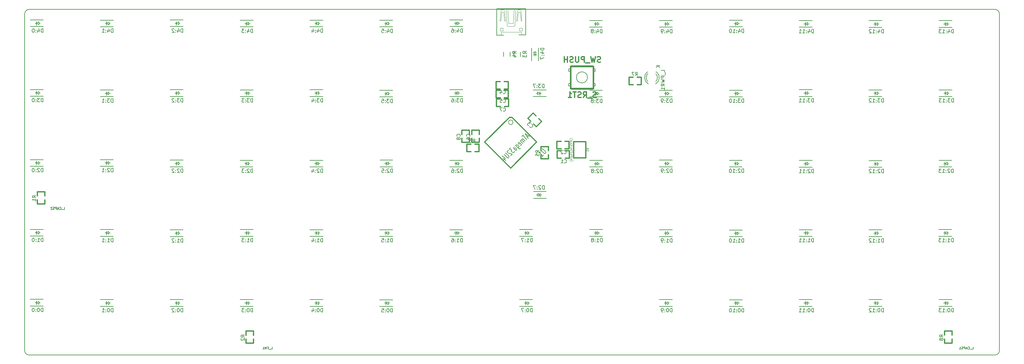
<source format=gbr>
G04 #@! TF.FileFunction,Legend,Bot*
%FSLAX46Y46*%
G04 Gerber Fmt 4.6, Leading zero omitted, Abs format (unit mm)*
G04 Created by KiCad (PCBNEW 4.0.1-stable) date 5/19/2016 2:34:44 PM*
%MOMM*%
G01*
G04 APERTURE LIST*
%ADD10C,0.100000*%
%ADD11C,0.150000*%
%ADD12C,0.300000*%
%ADD13C,0.304800*%
%ADD14C,0.203200*%
%ADD15C,0.200660*%
%ADD16C,0.381000*%
%ADD17C,0.127000*%
%ADD18C,0.101600*%
%ADD19C,0.158800*%
G04 APERTURE END LIST*
D10*
D11*
X81250000Y-60750000D02*
X343750000Y-60750000D01*
X80000000Y-153500000D02*
X80000000Y-62000000D01*
X343750000Y-154750000D02*
X81250000Y-154750000D01*
X345000000Y-62000000D02*
X345000000Y-153500000D01*
X343750000Y-154750000D02*
G75*
G03X345000000Y-153500000I0J1250000D01*
G01*
X345000000Y-62000000D02*
G75*
G03X343750000Y-60750000I-1250000J0D01*
G01*
X81250000Y-60750000D02*
G75*
G03X80000000Y-62000000I0J-1250000D01*
G01*
X80000000Y-153500000D02*
G75*
G03X81250000Y-154750000I1250000J0D01*
G01*
X235847500Y-64690000D02*
X236228500Y-64690000D01*
X234831500Y-64690000D02*
X235212500Y-64690000D01*
X235212500Y-64690000D02*
X235847500Y-65071000D01*
X235847500Y-65071000D02*
X235847500Y-64309000D01*
X235847500Y-64309000D02*
X235212500Y-64690000D01*
X235212500Y-65198000D02*
X235212500Y-64182000D01*
X233530000Y-63790000D02*
X237070000Y-63790000D01*
X233530000Y-65590000D02*
X237070000Y-65590000D01*
X178857500Y-140630000D02*
X179238500Y-140630000D01*
X177841500Y-140630000D02*
X178222500Y-140630000D01*
X178222500Y-140630000D02*
X178857500Y-141011000D01*
X178857500Y-141011000D02*
X178857500Y-140249000D01*
X178857500Y-140249000D02*
X178222500Y-140630000D01*
X178222500Y-141138000D02*
X178222500Y-140122000D01*
X176540000Y-139730000D02*
X180080000Y-139730000D01*
X176540000Y-141530000D02*
X180080000Y-141530000D01*
D12*
X202377000Y-99456000D02*
X203501000Y-99456000D01*
X203501000Y-99456000D02*
X203501000Y-97424000D01*
X203501000Y-97424000D02*
X202377000Y-97424000D01*
X201296000Y-99456000D02*
X200199000Y-99456000D01*
X200199000Y-99456000D02*
X200199000Y-97424000D01*
X200199000Y-97424000D02*
X201296000Y-97424000D01*
X219025775Y-89698934D02*
X218230987Y-88904146D01*
X218230987Y-88904146D02*
X216794146Y-90340987D01*
X216794146Y-90340987D02*
X217588934Y-91135775D01*
X219790158Y-90463317D02*
X220565854Y-91239013D01*
X220565854Y-91239013D02*
X219129013Y-92675854D01*
X219129013Y-92675854D02*
X218353317Y-91900158D01*
X203566000Y-94753000D02*
X203566000Y-93629000D01*
X203566000Y-93629000D02*
X201534000Y-93629000D01*
X201534000Y-93629000D02*
X201534000Y-94753000D01*
X203566000Y-95834000D02*
X203566000Y-96931000D01*
X203566000Y-96931000D02*
X201534000Y-96931000D01*
X201534000Y-96931000D02*
X201534000Y-95834000D01*
X225833000Y-96674000D02*
X224709000Y-96674000D01*
X224709000Y-96674000D02*
X224709000Y-98706000D01*
X224709000Y-98706000D02*
X225833000Y-98706000D01*
X226914000Y-96674000D02*
X228011000Y-96674000D01*
X228011000Y-96674000D02*
X228011000Y-98706000D01*
X228011000Y-98706000D02*
X226914000Y-98706000D01*
X225893000Y-99154000D02*
X224769000Y-99154000D01*
X224769000Y-99154000D02*
X224769000Y-101186000D01*
X224769000Y-101186000D02*
X225893000Y-101186000D01*
X226974000Y-99154000D02*
X228071000Y-99154000D01*
X228071000Y-99154000D02*
X228071000Y-101186000D01*
X228071000Y-101186000D02*
X226974000Y-101186000D01*
X222366000Y-99193000D02*
X222366000Y-98069000D01*
X222366000Y-98069000D02*
X220334000Y-98069000D01*
X220334000Y-98069000D02*
X220334000Y-99193000D01*
X222366000Y-100274000D02*
X222366000Y-101371000D01*
X222366000Y-101371000D02*
X220334000Y-101371000D01*
X220334000Y-101371000D02*
X220334000Y-100274000D01*
X85516000Y-111473000D02*
X85516000Y-110349000D01*
X85516000Y-110349000D02*
X83484000Y-110349000D01*
X83484000Y-110349000D02*
X83484000Y-111473000D01*
X85516000Y-112554000D02*
X85516000Y-113651000D01*
X85516000Y-113651000D02*
X83484000Y-113651000D01*
X83484000Y-113651000D02*
X83484000Y-112554000D01*
X246527000Y-81266000D02*
X247651000Y-81266000D01*
X247651000Y-81266000D02*
X247651000Y-79234000D01*
X247651000Y-79234000D02*
X246527000Y-79234000D01*
X245446000Y-81266000D02*
X244349000Y-81266000D01*
X244349000Y-81266000D02*
X244349000Y-79234000D01*
X244349000Y-79234000D02*
X245446000Y-79234000D01*
X142256000Y-149363000D02*
X142256000Y-148239000D01*
X142256000Y-148239000D02*
X140224000Y-148239000D01*
X140224000Y-148239000D02*
X140224000Y-149363000D01*
X142256000Y-150444000D02*
X142256000Y-151541000D01*
X142256000Y-151541000D02*
X140224000Y-151541000D01*
X140224000Y-151541000D02*
X140224000Y-150444000D01*
X209283000Y-80354000D02*
X208159000Y-80354000D01*
X208159000Y-80354000D02*
X208159000Y-82386000D01*
X208159000Y-82386000D02*
X209283000Y-82386000D01*
X210364000Y-80354000D02*
X211461000Y-80354000D01*
X211461000Y-80354000D02*
X211461000Y-82386000D01*
X211461000Y-82386000D02*
X210364000Y-82386000D01*
X209343000Y-85094000D02*
X208219000Y-85094000D01*
X208219000Y-85094000D02*
X208219000Y-87126000D01*
X208219000Y-87126000D02*
X209343000Y-87126000D01*
X210424000Y-85094000D02*
X211521000Y-85094000D01*
X211521000Y-85094000D02*
X211521000Y-87126000D01*
X211521000Y-87126000D02*
X210424000Y-87126000D01*
X200916000Y-94753000D02*
X200916000Y-93629000D01*
X200916000Y-93629000D02*
X198884000Y-93629000D01*
X198884000Y-93629000D02*
X198884000Y-94753000D01*
X200916000Y-95834000D02*
X200916000Y-96931000D01*
X200916000Y-96931000D02*
X198884000Y-96931000D01*
X198884000Y-96931000D02*
X198884000Y-95834000D01*
D11*
X330877500Y-64730000D02*
X331258500Y-64730000D01*
X329861500Y-64730000D02*
X330242500Y-64730000D01*
X330242500Y-64730000D02*
X330877500Y-65111000D01*
X330877500Y-65111000D02*
X330877500Y-64349000D01*
X330877500Y-64349000D02*
X330242500Y-64730000D01*
X330242500Y-65238000D02*
X330242500Y-64222000D01*
X328560000Y-63830000D02*
X332100000Y-63830000D01*
X328560000Y-65630000D02*
X332100000Y-65630000D01*
X311857500Y-64730000D02*
X312238500Y-64730000D01*
X310841500Y-64730000D02*
X311222500Y-64730000D01*
X311222500Y-64730000D02*
X311857500Y-65111000D01*
X311857500Y-65111000D02*
X311857500Y-64349000D01*
X311857500Y-64349000D02*
X311222500Y-64730000D01*
X311222500Y-65238000D02*
X311222500Y-64222000D01*
X309540000Y-63830000D02*
X313080000Y-63830000D01*
X309540000Y-65630000D02*
X313080000Y-65630000D01*
X292847500Y-64690000D02*
X293228500Y-64690000D01*
X291831500Y-64690000D02*
X292212500Y-64690000D01*
X292212500Y-64690000D02*
X292847500Y-65071000D01*
X292847500Y-65071000D02*
X292847500Y-64309000D01*
X292847500Y-64309000D02*
X292212500Y-64690000D01*
X292212500Y-65198000D02*
X292212500Y-64182000D01*
X290530000Y-63790000D02*
X294070000Y-63790000D01*
X290530000Y-65590000D02*
X294070000Y-65590000D01*
X273877500Y-64620000D02*
X274258500Y-64620000D01*
X272861500Y-64620000D02*
X273242500Y-64620000D01*
X273242500Y-64620000D02*
X273877500Y-65001000D01*
X273877500Y-65001000D02*
X273877500Y-64239000D01*
X273877500Y-64239000D02*
X273242500Y-64620000D01*
X273242500Y-65128000D02*
X273242500Y-64112000D01*
X271560000Y-63720000D02*
X275100000Y-63720000D01*
X271560000Y-65520000D02*
X275100000Y-65520000D01*
X254867500Y-64690000D02*
X255248500Y-64690000D01*
X253851500Y-64690000D02*
X254232500Y-64690000D01*
X254232500Y-64690000D02*
X254867500Y-65071000D01*
X254867500Y-65071000D02*
X254867500Y-64309000D01*
X254867500Y-64309000D02*
X254232500Y-64690000D01*
X254232500Y-65198000D02*
X254232500Y-64182000D01*
X252550000Y-63790000D02*
X256090000Y-63790000D01*
X252550000Y-65590000D02*
X256090000Y-65590000D01*
X218750000Y-72432500D02*
X218750000Y-72051500D01*
X218750000Y-73448500D02*
X218750000Y-73067500D01*
X218750000Y-73067500D02*
X219131000Y-72432500D01*
X219131000Y-72432500D02*
X218369000Y-72432500D01*
X218369000Y-72432500D02*
X218750000Y-73067500D01*
X219258000Y-73067500D02*
X218242000Y-73067500D01*
X217850000Y-74750000D02*
X217850000Y-71210000D01*
X219650000Y-74750000D02*
X219650000Y-71210000D01*
X197867500Y-64540000D02*
X198248500Y-64540000D01*
X196851500Y-64540000D02*
X197232500Y-64540000D01*
X197232500Y-64540000D02*
X197867500Y-64921000D01*
X197867500Y-64921000D02*
X197867500Y-64159000D01*
X197867500Y-64159000D02*
X197232500Y-64540000D01*
X197232500Y-65048000D02*
X197232500Y-64032000D01*
X195550000Y-63640000D02*
X199090000Y-63640000D01*
X195550000Y-65440000D02*
X199090000Y-65440000D01*
X178857500Y-64620000D02*
X179238500Y-64620000D01*
X177841500Y-64620000D02*
X178222500Y-64620000D01*
X178222500Y-64620000D02*
X178857500Y-65001000D01*
X178857500Y-65001000D02*
X178857500Y-64239000D01*
X178857500Y-64239000D02*
X178222500Y-64620000D01*
X178222500Y-65128000D02*
X178222500Y-64112000D01*
X176540000Y-63720000D02*
X180080000Y-63720000D01*
X176540000Y-65520000D02*
X180080000Y-65520000D01*
X159877500Y-64580000D02*
X160258500Y-64580000D01*
X158861500Y-64580000D02*
X159242500Y-64580000D01*
X159242500Y-64580000D02*
X159877500Y-64961000D01*
X159877500Y-64961000D02*
X159877500Y-64199000D01*
X159877500Y-64199000D02*
X159242500Y-64580000D01*
X159242500Y-65088000D02*
X159242500Y-64072000D01*
X157560000Y-63680000D02*
X161100000Y-63680000D01*
X157560000Y-65480000D02*
X161100000Y-65480000D01*
X140867500Y-64620000D02*
X141248500Y-64620000D01*
X139851500Y-64620000D02*
X140232500Y-64620000D01*
X140232500Y-64620000D02*
X140867500Y-65001000D01*
X140867500Y-65001000D02*
X140867500Y-64239000D01*
X140867500Y-64239000D02*
X140232500Y-64620000D01*
X140232500Y-65128000D02*
X140232500Y-64112000D01*
X138550000Y-63720000D02*
X142090000Y-63720000D01*
X138550000Y-65520000D02*
X142090000Y-65520000D01*
X121857500Y-64540000D02*
X122238500Y-64540000D01*
X120841500Y-64540000D02*
X121222500Y-64540000D01*
X121222500Y-64540000D02*
X121857500Y-64921000D01*
X121857500Y-64921000D02*
X121857500Y-64159000D01*
X121857500Y-64159000D02*
X121222500Y-64540000D01*
X121222500Y-65048000D02*
X121222500Y-64032000D01*
X119540000Y-63640000D02*
X123080000Y-63640000D01*
X119540000Y-65440000D02*
X123080000Y-65440000D01*
X102887500Y-64580000D02*
X103268500Y-64580000D01*
X101871500Y-64580000D02*
X102252500Y-64580000D01*
X102252500Y-64580000D02*
X102887500Y-64961000D01*
X102887500Y-64961000D02*
X102887500Y-64199000D01*
X102887500Y-64199000D02*
X102252500Y-64580000D01*
X102252500Y-65088000D02*
X102252500Y-64072000D01*
X100570000Y-63680000D02*
X104110000Y-63680000D01*
X100570000Y-65480000D02*
X104110000Y-65480000D01*
X330907500Y-83540000D02*
X331288500Y-83540000D01*
X329891500Y-83540000D02*
X330272500Y-83540000D01*
X330272500Y-83540000D02*
X330907500Y-83921000D01*
X330907500Y-83921000D02*
X330907500Y-83159000D01*
X330907500Y-83159000D02*
X330272500Y-83540000D01*
X330272500Y-84048000D02*
X330272500Y-83032000D01*
X328590000Y-82640000D02*
X332130000Y-82640000D01*
X328590000Y-84440000D02*
X332130000Y-84440000D01*
X311857500Y-83550000D02*
X312238500Y-83550000D01*
X310841500Y-83550000D02*
X311222500Y-83550000D01*
X311222500Y-83550000D02*
X311857500Y-83931000D01*
X311857500Y-83931000D02*
X311857500Y-83169000D01*
X311857500Y-83169000D02*
X311222500Y-83550000D01*
X311222500Y-84058000D02*
X311222500Y-83042000D01*
X309540000Y-82650000D02*
X313080000Y-82650000D01*
X309540000Y-84450000D02*
X313080000Y-84450000D01*
X292847500Y-83520000D02*
X293228500Y-83520000D01*
X291831500Y-83520000D02*
X292212500Y-83520000D01*
X292212500Y-83520000D02*
X292847500Y-83901000D01*
X292847500Y-83901000D02*
X292847500Y-83139000D01*
X292847500Y-83139000D02*
X292212500Y-83520000D01*
X292212500Y-84028000D02*
X292212500Y-83012000D01*
X290530000Y-82620000D02*
X294070000Y-82620000D01*
X290530000Y-84420000D02*
X294070000Y-84420000D01*
X273877500Y-83630000D02*
X274258500Y-83630000D01*
X272861500Y-83630000D02*
X273242500Y-83630000D01*
X273242500Y-83630000D02*
X273877500Y-84011000D01*
X273877500Y-84011000D02*
X273877500Y-83249000D01*
X273877500Y-83249000D02*
X273242500Y-83630000D01*
X273242500Y-84138000D02*
X273242500Y-83122000D01*
X271560000Y-82730000D02*
X275100000Y-82730000D01*
X271560000Y-84530000D02*
X275100000Y-84530000D01*
X254867500Y-83630000D02*
X255248500Y-83630000D01*
X253851500Y-83630000D02*
X254232500Y-83630000D01*
X254232500Y-83630000D02*
X254867500Y-84011000D01*
X254867500Y-84011000D02*
X254867500Y-83249000D01*
X254867500Y-83249000D02*
X254232500Y-83630000D01*
X254232500Y-84138000D02*
X254232500Y-83122000D01*
X252550000Y-82730000D02*
X256090000Y-82730000D01*
X252550000Y-84530000D02*
X256090000Y-84530000D01*
X235847500Y-83670000D02*
X236228500Y-83670000D01*
X234831500Y-83670000D02*
X235212500Y-83670000D01*
X235212500Y-83670000D02*
X235847500Y-84051000D01*
X235847500Y-84051000D02*
X235847500Y-83289000D01*
X235847500Y-83289000D02*
X235212500Y-83670000D01*
X235212500Y-84178000D02*
X235212500Y-83162000D01*
X233530000Y-82770000D02*
X237070000Y-82770000D01*
X233530000Y-84570000D02*
X237070000Y-84570000D01*
X219462500Y-83590000D02*
X219081500Y-83590000D01*
X220478500Y-83590000D02*
X220097500Y-83590000D01*
X220097500Y-83590000D02*
X219462500Y-83209000D01*
X219462500Y-83209000D02*
X219462500Y-83971000D01*
X219462500Y-83971000D02*
X220097500Y-83590000D01*
X220097500Y-83082000D02*
X220097500Y-84098000D01*
X221780000Y-84490000D02*
X218240000Y-84490000D01*
X221780000Y-82690000D02*
X218240000Y-82690000D01*
X197867500Y-83520000D02*
X198248500Y-83520000D01*
X196851500Y-83520000D02*
X197232500Y-83520000D01*
X197232500Y-83520000D02*
X197867500Y-83901000D01*
X197867500Y-83901000D02*
X197867500Y-83139000D01*
X197867500Y-83139000D02*
X197232500Y-83520000D01*
X197232500Y-84028000D02*
X197232500Y-83012000D01*
X195550000Y-82620000D02*
X199090000Y-82620000D01*
X195550000Y-84420000D02*
X199090000Y-84420000D01*
X178857500Y-83670000D02*
X179238500Y-83670000D01*
X177841500Y-83670000D02*
X178222500Y-83670000D01*
X178222500Y-83670000D02*
X178857500Y-84051000D01*
X178857500Y-84051000D02*
X178857500Y-83289000D01*
X178857500Y-83289000D02*
X178222500Y-83670000D01*
X178222500Y-84178000D02*
X178222500Y-83162000D01*
X176540000Y-82770000D02*
X180080000Y-82770000D01*
X176540000Y-84570000D02*
X180080000Y-84570000D01*
X159877500Y-83520000D02*
X160258500Y-83520000D01*
X158861500Y-83520000D02*
X159242500Y-83520000D01*
X159242500Y-83520000D02*
X159877500Y-83901000D01*
X159877500Y-83901000D02*
X159877500Y-83139000D01*
X159877500Y-83139000D02*
X159242500Y-83520000D01*
X159242500Y-84028000D02*
X159242500Y-83012000D01*
X157560000Y-82620000D02*
X161100000Y-82620000D01*
X157560000Y-84420000D02*
X161100000Y-84420000D01*
X140867500Y-83550000D02*
X141248500Y-83550000D01*
X139851500Y-83550000D02*
X140232500Y-83550000D01*
X140232500Y-83550000D02*
X140867500Y-83931000D01*
X140867500Y-83931000D02*
X140867500Y-83169000D01*
X140867500Y-83169000D02*
X140232500Y-83550000D01*
X140232500Y-84058000D02*
X140232500Y-83042000D01*
X138550000Y-82650000D02*
X142090000Y-82650000D01*
X138550000Y-84450000D02*
X142090000Y-84450000D01*
X121857500Y-83520000D02*
X122238500Y-83520000D01*
X120841500Y-83520000D02*
X121222500Y-83520000D01*
X121222500Y-83520000D02*
X121857500Y-83901000D01*
X121857500Y-83901000D02*
X121857500Y-83139000D01*
X121857500Y-83139000D02*
X121222500Y-83520000D01*
X121222500Y-84028000D02*
X121222500Y-83012000D01*
X119540000Y-82620000D02*
X123080000Y-82620000D01*
X119540000Y-84420000D02*
X123080000Y-84420000D01*
X102857500Y-83570000D02*
X103238500Y-83570000D01*
X101841500Y-83570000D02*
X102222500Y-83570000D01*
X102222500Y-83570000D02*
X102857500Y-83951000D01*
X102857500Y-83951000D02*
X102857500Y-83189000D01*
X102857500Y-83189000D02*
X102222500Y-83570000D01*
X102222500Y-84078000D02*
X102222500Y-83062000D01*
X100540000Y-82670000D02*
X104080000Y-82670000D01*
X100540000Y-84470000D02*
X104080000Y-84470000D01*
X330847500Y-102700000D02*
X331228500Y-102700000D01*
X329831500Y-102700000D02*
X330212500Y-102700000D01*
X330212500Y-102700000D02*
X330847500Y-103081000D01*
X330847500Y-103081000D02*
X330847500Y-102319000D01*
X330847500Y-102319000D02*
X330212500Y-102700000D01*
X330212500Y-103208000D02*
X330212500Y-102192000D01*
X328530000Y-101800000D02*
X332070000Y-101800000D01*
X328530000Y-103600000D02*
X332070000Y-103600000D01*
X311867500Y-102760000D02*
X312248500Y-102760000D01*
X310851500Y-102760000D02*
X311232500Y-102760000D01*
X311232500Y-102760000D02*
X311867500Y-103141000D01*
X311867500Y-103141000D02*
X311867500Y-102379000D01*
X311867500Y-102379000D02*
X311232500Y-102760000D01*
X311232500Y-103268000D02*
X311232500Y-102252000D01*
X309550000Y-101860000D02*
X313090000Y-101860000D01*
X309550000Y-103660000D02*
X313090000Y-103660000D01*
X292867500Y-102740000D02*
X293248500Y-102740000D01*
X291851500Y-102740000D02*
X292232500Y-102740000D01*
X292232500Y-102740000D02*
X292867500Y-103121000D01*
X292867500Y-103121000D02*
X292867500Y-102359000D01*
X292867500Y-102359000D02*
X292232500Y-102740000D01*
X292232500Y-103248000D02*
X292232500Y-102232000D01*
X290550000Y-101840000D02*
X294090000Y-101840000D01*
X290550000Y-103640000D02*
X294090000Y-103640000D01*
X273867500Y-102680000D02*
X274248500Y-102680000D01*
X272851500Y-102680000D02*
X273232500Y-102680000D01*
X273232500Y-102680000D02*
X273867500Y-103061000D01*
X273867500Y-103061000D02*
X273867500Y-102299000D01*
X273867500Y-102299000D02*
X273232500Y-102680000D01*
X273232500Y-103188000D02*
X273232500Y-102172000D01*
X271550000Y-101780000D02*
X275090000Y-101780000D01*
X271550000Y-103580000D02*
X275090000Y-103580000D01*
X254867500Y-102660000D02*
X255248500Y-102660000D01*
X253851500Y-102660000D02*
X254232500Y-102660000D01*
X254232500Y-102660000D02*
X254867500Y-103041000D01*
X254867500Y-103041000D02*
X254867500Y-102279000D01*
X254867500Y-102279000D02*
X254232500Y-102660000D01*
X254232500Y-103168000D02*
X254232500Y-102152000D01*
X252550000Y-101760000D02*
X256090000Y-101760000D01*
X252550000Y-103560000D02*
X256090000Y-103560000D01*
X235877500Y-102710000D02*
X236258500Y-102710000D01*
X234861500Y-102710000D02*
X235242500Y-102710000D01*
X235242500Y-102710000D02*
X235877500Y-103091000D01*
X235877500Y-103091000D02*
X235877500Y-102329000D01*
X235877500Y-102329000D02*
X235242500Y-102710000D01*
X235242500Y-103218000D02*
X235242500Y-102202000D01*
X233560000Y-101810000D02*
X237100000Y-101810000D01*
X233560000Y-103610000D02*
X237100000Y-103610000D01*
X219512500Y-111200000D02*
X219131500Y-111200000D01*
X220528500Y-111200000D02*
X220147500Y-111200000D01*
X220147500Y-111200000D02*
X219512500Y-110819000D01*
X219512500Y-110819000D02*
X219512500Y-111581000D01*
X219512500Y-111581000D02*
X220147500Y-111200000D01*
X220147500Y-110692000D02*
X220147500Y-111708000D01*
X221830000Y-112100000D02*
X218290000Y-112100000D01*
X221830000Y-110300000D02*
X218290000Y-110300000D01*
X197907500Y-102680000D02*
X198288500Y-102680000D01*
X196891500Y-102680000D02*
X197272500Y-102680000D01*
X197272500Y-102680000D02*
X197907500Y-103061000D01*
X197907500Y-103061000D02*
X197907500Y-102299000D01*
X197907500Y-102299000D02*
X197272500Y-102680000D01*
X197272500Y-103188000D02*
X197272500Y-102172000D01*
X195590000Y-101780000D02*
X199130000Y-101780000D01*
X195590000Y-103580000D02*
X199130000Y-103580000D01*
X178877500Y-102650000D02*
X179258500Y-102650000D01*
X177861500Y-102650000D02*
X178242500Y-102650000D01*
X178242500Y-102650000D02*
X178877500Y-103031000D01*
X178877500Y-103031000D02*
X178877500Y-102269000D01*
X178877500Y-102269000D02*
X178242500Y-102650000D01*
X178242500Y-103158000D02*
X178242500Y-102142000D01*
X176560000Y-101750000D02*
X180100000Y-101750000D01*
X176560000Y-103550000D02*
X180100000Y-103550000D01*
X159857500Y-102680000D02*
X160238500Y-102680000D01*
X158841500Y-102680000D02*
X159222500Y-102680000D01*
X159222500Y-102680000D02*
X159857500Y-103061000D01*
X159857500Y-103061000D02*
X159857500Y-102299000D01*
X159857500Y-102299000D02*
X159222500Y-102680000D01*
X159222500Y-103188000D02*
X159222500Y-102172000D01*
X157540000Y-101780000D02*
X161080000Y-101780000D01*
X157540000Y-103580000D02*
X161080000Y-103580000D01*
X140857500Y-102680000D02*
X141238500Y-102680000D01*
X139841500Y-102680000D02*
X140222500Y-102680000D01*
X140222500Y-102680000D02*
X140857500Y-103061000D01*
X140857500Y-103061000D02*
X140857500Y-102299000D01*
X140857500Y-102299000D02*
X140222500Y-102680000D01*
X140222500Y-103188000D02*
X140222500Y-102172000D01*
X138540000Y-101780000D02*
X142080000Y-101780000D01*
X138540000Y-103580000D02*
X142080000Y-103580000D01*
X121857500Y-102650000D02*
X122238500Y-102650000D01*
X120841500Y-102650000D02*
X121222500Y-102650000D01*
X121222500Y-102650000D02*
X121857500Y-103031000D01*
X121857500Y-103031000D02*
X121857500Y-102269000D01*
X121857500Y-102269000D02*
X121222500Y-102650000D01*
X121222500Y-103158000D02*
X121222500Y-102142000D01*
X119540000Y-101750000D02*
X123080000Y-101750000D01*
X119540000Y-103550000D02*
X123080000Y-103550000D01*
X102857500Y-102510000D02*
X103238500Y-102510000D01*
X101841500Y-102510000D02*
X102222500Y-102510000D01*
X102222500Y-102510000D02*
X102857500Y-102891000D01*
X102857500Y-102891000D02*
X102857500Y-102129000D01*
X102857500Y-102129000D02*
X102222500Y-102510000D01*
X102222500Y-103018000D02*
X102222500Y-102002000D01*
X100540000Y-101610000D02*
X104080000Y-101610000D01*
X100540000Y-103410000D02*
X104080000Y-103410000D01*
X330837500Y-121540000D02*
X331218500Y-121540000D01*
X329821500Y-121540000D02*
X330202500Y-121540000D01*
X330202500Y-121540000D02*
X330837500Y-121921000D01*
X330837500Y-121921000D02*
X330837500Y-121159000D01*
X330837500Y-121159000D02*
X330202500Y-121540000D01*
X330202500Y-122048000D02*
X330202500Y-121032000D01*
X328520000Y-120640000D02*
X332060000Y-120640000D01*
X328520000Y-122440000D02*
X332060000Y-122440000D01*
X311857500Y-121620000D02*
X312238500Y-121620000D01*
X310841500Y-121620000D02*
X311222500Y-121620000D01*
X311222500Y-121620000D02*
X311857500Y-122001000D01*
X311857500Y-122001000D02*
X311857500Y-121239000D01*
X311857500Y-121239000D02*
X311222500Y-121620000D01*
X311222500Y-122128000D02*
X311222500Y-121112000D01*
X309540000Y-120720000D02*
X313080000Y-120720000D01*
X309540000Y-122520000D02*
X313080000Y-122520000D01*
X292847500Y-121580000D02*
X293228500Y-121580000D01*
X291831500Y-121580000D02*
X292212500Y-121580000D01*
X292212500Y-121580000D02*
X292847500Y-121961000D01*
X292847500Y-121961000D02*
X292847500Y-121199000D01*
X292847500Y-121199000D02*
X292212500Y-121580000D01*
X292212500Y-122088000D02*
X292212500Y-121072000D01*
X290530000Y-120680000D02*
X294070000Y-120680000D01*
X290530000Y-122480000D02*
X294070000Y-122480000D01*
X273877500Y-121650000D02*
X274258500Y-121650000D01*
X272861500Y-121650000D02*
X273242500Y-121650000D01*
X273242500Y-121650000D02*
X273877500Y-122031000D01*
X273877500Y-122031000D02*
X273877500Y-121269000D01*
X273877500Y-121269000D02*
X273242500Y-121650000D01*
X273242500Y-122158000D02*
X273242500Y-121142000D01*
X271560000Y-120750000D02*
X275100000Y-120750000D01*
X271560000Y-122550000D02*
X275100000Y-122550000D01*
X254867500Y-121620000D02*
X255248500Y-121620000D01*
X253851500Y-121620000D02*
X254232500Y-121620000D01*
X254232500Y-121620000D02*
X254867500Y-122001000D01*
X254867500Y-122001000D02*
X254867500Y-121239000D01*
X254867500Y-121239000D02*
X254232500Y-121620000D01*
X254232500Y-122128000D02*
X254232500Y-121112000D01*
X252550000Y-120720000D02*
X256090000Y-120720000D01*
X252550000Y-122520000D02*
X256090000Y-122520000D01*
X235887500Y-121540000D02*
X236268500Y-121540000D01*
X234871500Y-121540000D02*
X235252500Y-121540000D01*
X235252500Y-121540000D02*
X235887500Y-121921000D01*
X235887500Y-121921000D02*
X235887500Y-121159000D01*
X235887500Y-121159000D02*
X235252500Y-121540000D01*
X235252500Y-122048000D02*
X235252500Y-121032000D01*
X233570000Y-120640000D02*
X237110000Y-120640000D01*
X233570000Y-122440000D02*
X237110000Y-122440000D01*
X216877500Y-121540000D02*
X217258500Y-121540000D01*
X215861500Y-121540000D02*
X216242500Y-121540000D01*
X216242500Y-121540000D02*
X216877500Y-121921000D01*
X216877500Y-121921000D02*
X216877500Y-121159000D01*
X216877500Y-121159000D02*
X216242500Y-121540000D01*
X216242500Y-122048000D02*
X216242500Y-121032000D01*
X214560000Y-120640000D02*
X218100000Y-120640000D01*
X214560000Y-122440000D02*
X218100000Y-122440000D01*
X197867500Y-121580000D02*
X198248500Y-121580000D01*
X196851500Y-121580000D02*
X197232500Y-121580000D01*
X197232500Y-121580000D02*
X197867500Y-121961000D01*
X197867500Y-121961000D02*
X197867500Y-121199000D01*
X197867500Y-121199000D02*
X197232500Y-121580000D01*
X197232500Y-122088000D02*
X197232500Y-121072000D01*
X195550000Y-120680000D02*
X199090000Y-120680000D01*
X195550000Y-122480000D02*
X199090000Y-122480000D01*
X178857500Y-121580000D02*
X179238500Y-121580000D01*
X177841500Y-121580000D02*
X178222500Y-121580000D01*
X178222500Y-121580000D02*
X178857500Y-121961000D01*
X178857500Y-121961000D02*
X178857500Y-121199000D01*
X178857500Y-121199000D02*
X178222500Y-121580000D01*
X178222500Y-122088000D02*
X178222500Y-121072000D01*
X176540000Y-120680000D02*
X180080000Y-120680000D01*
X176540000Y-122480000D02*
X180080000Y-122480000D01*
X159877500Y-121580000D02*
X160258500Y-121580000D01*
X158861500Y-121580000D02*
X159242500Y-121580000D01*
X159242500Y-121580000D02*
X159877500Y-121961000D01*
X159877500Y-121961000D02*
X159877500Y-121199000D01*
X159877500Y-121199000D02*
X159242500Y-121580000D01*
X159242500Y-122088000D02*
X159242500Y-121072000D01*
X157560000Y-120680000D02*
X161100000Y-120680000D01*
X157560000Y-122480000D02*
X161100000Y-122480000D01*
X140867500Y-121540000D02*
X141248500Y-121540000D01*
X139851500Y-121540000D02*
X140232500Y-121540000D01*
X140232500Y-121540000D02*
X140867500Y-121921000D01*
X140867500Y-121921000D02*
X140867500Y-121159000D01*
X140867500Y-121159000D02*
X140232500Y-121540000D01*
X140232500Y-122048000D02*
X140232500Y-121032000D01*
X138550000Y-120640000D02*
X142090000Y-120640000D01*
X138550000Y-122440000D02*
X142090000Y-122440000D01*
X121857500Y-121620000D02*
X122238500Y-121620000D01*
X120841500Y-121620000D02*
X121222500Y-121620000D01*
X121222500Y-121620000D02*
X121857500Y-122001000D01*
X121857500Y-122001000D02*
X121857500Y-121239000D01*
X121857500Y-121239000D02*
X121222500Y-121620000D01*
X121222500Y-122128000D02*
X121222500Y-121112000D01*
X119540000Y-120720000D02*
X123080000Y-120720000D01*
X119540000Y-122520000D02*
X123080000Y-122520000D01*
X102879500Y-121530000D02*
X103260500Y-121530000D01*
X101863500Y-121530000D02*
X102244500Y-121530000D01*
X102244500Y-121530000D02*
X102879500Y-121911000D01*
X102879500Y-121911000D02*
X102879500Y-121149000D01*
X102879500Y-121149000D02*
X102244500Y-121530000D01*
X102244500Y-122038000D02*
X102244500Y-121022000D01*
X100562000Y-120630000D02*
X104102000Y-120630000D01*
X100562000Y-122430000D02*
X104102000Y-122430000D01*
X330877500Y-140590000D02*
X331258500Y-140590000D01*
X329861500Y-140590000D02*
X330242500Y-140590000D01*
X330242500Y-140590000D02*
X330877500Y-140971000D01*
X330877500Y-140971000D02*
X330877500Y-140209000D01*
X330877500Y-140209000D02*
X330242500Y-140590000D01*
X330242500Y-141098000D02*
X330242500Y-140082000D01*
X328560000Y-139690000D02*
X332100000Y-139690000D01*
X328560000Y-141490000D02*
X332100000Y-141490000D01*
X311857500Y-140590000D02*
X312238500Y-140590000D01*
X310841500Y-140590000D02*
X311222500Y-140590000D01*
X311222500Y-140590000D02*
X311857500Y-140971000D01*
X311857500Y-140971000D02*
X311857500Y-140209000D01*
X311857500Y-140209000D02*
X311222500Y-140590000D01*
X311222500Y-141098000D02*
X311222500Y-140082000D01*
X309540000Y-139690000D02*
X313080000Y-139690000D01*
X309540000Y-141490000D02*
X313080000Y-141490000D01*
X292847500Y-140590000D02*
X293228500Y-140590000D01*
X291831500Y-140590000D02*
X292212500Y-140590000D01*
X292212500Y-140590000D02*
X292847500Y-140971000D01*
X292847500Y-140971000D02*
X292847500Y-140209000D01*
X292847500Y-140209000D02*
X292212500Y-140590000D01*
X292212500Y-141098000D02*
X292212500Y-140082000D01*
X290530000Y-139690000D02*
X294070000Y-139690000D01*
X290530000Y-141490000D02*
X294070000Y-141490000D01*
X273877500Y-140630000D02*
X274258500Y-140630000D01*
X272861500Y-140630000D02*
X273242500Y-140630000D01*
X273242500Y-140630000D02*
X273877500Y-141011000D01*
X273877500Y-141011000D02*
X273877500Y-140249000D01*
X273877500Y-140249000D02*
X273242500Y-140630000D01*
X273242500Y-141138000D02*
X273242500Y-140122000D01*
X271560000Y-139730000D02*
X275100000Y-139730000D01*
X271560000Y-141530000D02*
X275100000Y-141530000D01*
X254867500Y-140590000D02*
X255248500Y-140590000D01*
X253851500Y-140590000D02*
X254232500Y-140590000D01*
X254232500Y-140590000D02*
X254867500Y-140971000D01*
X254867500Y-140971000D02*
X254867500Y-140209000D01*
X254867500Y-140209000D02*
X254232500Y-140590000D01*
X254232500Y-141098000D02*
X254232500Y-140082000D01*
X252550000Y-139690000D02*
X256090000Y-139690000D01*
X252550000Y-141490000D02*
X256090000Y-141490000D01*
X216877500Y-140590000D02*
X217258500Y-140590000D01*
X215861500Y-140590000D02*
X216242500Y-140590000D01*
X216242500Y-140590000D02*
X216877500Y-140971000D01*
X216877500Y-140971000D02*
X216877500Y-140209000D01*
X216877500Y-140209000D02*
X216242500Y-140590000D01*
X216242500Y-141098000D02*
X216242500Y-140082000D01*
X214560000Y-139690000D02*
X218100000Y-139690000D01*
X214560000Y-141490000D02*
X218100000Y-141490000D01*
X159877500Y-140590000D02*
X160258500Y-140590000D01*
X158861500Y-140590000D02*
X159242500Y-140590000D01*
X159242500Y-140590000D02*
X159877500Y-140971000D01*
X159877500Y-140971000D02*
X159877500Y-140209000D01*
X159877500Y-140209000D02*
X159242500Y-140590000D01*
X159242500Y-141098000D02*
X159242500Y-140082000D01*
X157560000Y-139690000D02*
X161100000Y-139690000D01*
X157560000Y-141490000D02*
X161100000Y-141490000D01*
X140867500Y-140590000D02*
X141248500Y-140590000D01*
X139851500Y-140590000D02*
X140232500Y-140590000D01*
X140232500Y-140590000D02*
X140867500Y-140971000D01*
X140867500Y-140971000D02*
X140867500Y-140209000D01*
X140867500Y-140209000D02*
X140232500Y-140590000D01*
X140232500Y-141098000D02*
X140232500Y-140082000D01*
X138550000Y-139690000D02*
X142090000Y-139690000D01*
X138550000Y-141490000D02*
X142090000Y-141490000D01*
X121857500Y-140590000D02*
X122238500Y-140590000D01*
X120841500Y-140590000D02*
X121222500Y-140590000D01*
X121222500Y-140590000D02*
X121857500Y-140971000D01*
X121857500Y-140971000D02*
X121857500Y-140209000D01*
X121857500Y-140209000D02*
X121222500Y-140590000D01*
X121222500Y-141098000D02*
X121222500Y-140082000D01*
X119540000Y-139690000D02*
X123080000Y-139690000D01*
X119540000Y-141490000D02*
X123080000Y-141490000D01*
X102887500Y-140590000D02*
X103268500Y-140590000D01*
X101871500Y-140590000D02*
X102252500Y-140590000D01*
X102252500Y-140590000D02*
X102887500Y-140971000D01*
X102887500Y-140971000D02*
X102887500Y-140209000D01*
X102887500Y-140209000D02*
X102252500Y-140590000D01*
X102252500Y-141098000D02*
X102252500Y-140082000D01*
X100570000Y-139690000D02*
X104110000Y-139690000D01*
X100570000Y-141490000D02*
X104110000Y-141490000D01*
X83867500Y-64540000D02*
X84248500Y-64540000D01*
X82851500Y-64540000D02*
X83232500Y-64540000D01*
X83232500Y-64540000D02*
X83867500Y-64921000D01*
X83867500Y-64921000D02*
X83867500Y-64159000D01*
X83867500Y-64159000D02*
X83232500Y-64540000D01*
X83232500Y-65048000D02*
X83232500Y-64032000D01*
X81550000Y-63640000D02*
X85090000Y-63640000D01*
X81550000Y-65440000D02*
X85090000Y-65440000D01*
X83867500Y-83480000D02*
X84248500Y-83480000D01*
X82851500Y-83480000D02*
X83232500Y-83480000D01*
X83232500Y-83480000D02*
X83867500Y-83861000D01*
X83867500Y-83861000D02*
X83867500Y-83099000D01*
X83867500Y-83099000D02*
X83232500Y-83480000D01*
X83232500Y-83988000D02*
X83232500Y-82972000D01*
X81550000Y-82580000D02*
X85090000Y-82580000D01*
X81550000Y-84380000D02*
X85090000Y-84380000D01*
X83857500Y-102510000D02*
X84238500Y-102510000D01*
X82841500Y-102510000D02*
X83222500Y-102510000D01*
X83222500Y-102510000D02*
X83857500Y-102891000D01*
X83857500Y-102891000D02*
X83857500Y-102129000D01*
X83857500Y-102129000D02*
X83222500Y-102510000D01*
X83222500Y-103018000D02*
X83222500Y-102002000D01*
X81540000Y-101610000D02*
X85080000Y-101610000D01*
X81540000Y-103410000D02*
X85080000Y-103410000D01*
X83857500Y-121480000D02*
X84238500Y-121480000D01*
X82841500Y-121480000D02*
X83222500Y-121480000D01*
X83222500Y-121480000D02*
X83857500Y-121861000D01*
X83857500Y-121861000D02*
X83857500Y-121099000D01*
X83857500Y-121099000D02*
X83222500Y-121480000D01*
X83222500Y-121988000D02*
X83222500Y-120972000D01*
X81540000Y-120580000D02*
X85080000Y-120580000D01*
X81540000Y-122380000D02*
X85080000Y-122380000D01*
X83857500Y-140510000D02*
X84238500Y-140510000D01*
X82841500Y-140510000D02*
X83222500Y-140510000D01*
X83222500Y-140510000D02*
X83857500Y-140891000D01*
X83857500Y-140891000D02*
X83857500Y-140129000D01*
X83857500Y-140129000D02*
X83222500Y-140510000D01*
X83222500Y-141018000D02*
X83222500Y-140002000D01*
X81540000Y-139610000D02*
X85080000Y-139610000D01*
X81540000Y-141410000D02*
X85080000Y-141410000D01*
D13*
X205063558Y-96850000D02*
X212140000Y-103926442D01*
X212140000Y-103926442D02*
X219216442Y-96850000D01*
X212481250Y-90114808D02*
X219216442Y-96850000D01*
X211798750Y-90114808D02*
X205063558Y-96850000D01*
X212481250Y-90114808D02*
X211798750Y-90114808D01*
D14*
X212775000Y-91461846D02*
G75*
G03X212775000Y-91461846I-635000J0D01*
G01*
D11*
X213025000Y-72350000D02*
X213025000Y-73550000D01*
X214775000Y-73550000D02*
X214775000Y-72350000D01*
X210225000Y-72350000D02*
X210225000Y-73550000D01*
X211975000Y-73550000D02*
X211975000Y-72350000D01*
D12*
X209313000Y-82724000D02*
X208189000Y-82724000D01*
X208189000Y-82724000D02*
X208189000Y-84756000D01*
X208189000Y-84756000D02*
X209313000Y-84756000D01*
X210394000Y-82724000D02*
X211491000Y-82724000D01*
X211491000Y-82724000D02*
X211491000Y-84756000D01*
X211491000Y-84756000D02*
X210394000Y-84756000D01*
X332156000Y-149343000D02*
X332156000Y-148219000D01*
X332156000Y-148219000D02*
X330124000Y-148219000D01*
X330124000Y-148219000D02*
X330124000Y-149343000D01*
X332156000Y-150424000D02*
X332156000Y-151521000D01*
X332156000Y-151521000D02*
X330124000Y-151521000D01*
X330124000Y-151521000D02*
X330124000Y-150424000D01*
X232520000Y-101090000D02*
X232520000Y-96730000D01*
X232521000Y-96728000D02*
X229219000Y-96728000D01*
X229219000Y-96730000D02*
X229219000Y-101090000D01*
X229219000Y-101092000D02*
X232521000Y-101092000D01*
D15*
X233001140Y-79250000D02*
G75*
G03X233001140Y-79250000I-1501140J0D01*
G01*
X228401200Y-81599500D02*
X227900820Y-81599500D01*
X227900820Y-81599500D02*
X227900820Y-80901000D01*
X227900820Y-80901000D02*
X228401200Y-80901000D01*
X227900820Y-76900500D02*
X228401200Y-76900500D01*
X227900820Y-77599000D02*
X227900820Y-76900500D01*
X228401200Y-77599000D02*
X227900820Y-77599000D01*
X234598800Y-77599000D02*
X235099180Y-77599000D01*
X235099180Y-77599000D02*
X235099180Y-76900500D01*
X235099180Y-76900500D02*
X234598800Y-76900500D01*
X234598800Y-81599500D02*
X235099180Y-81599500D01*
X235099180Y-81599500D02*
X235099180Y-80901000D01*
X235099180Y-80901000D02*
X234598800Y-80901000D01*
D16*
X228700920Y-76151200D02*
X234299080Y-76151200D01*
X228700920Y-82348800D02*
X234299080Y-82348800D01*
X228401200Y-82249740D02*
X234598800Y-82249740D01*
X234598800Y-82249740D02*
X234598800Y-76250260D01*
X234598800Y-76250260D02*
X228401200Y-76250260D01*
X228401200Y-76250260D02*
X228401200Y-82249740D01*
D11*
X251814000Y-77801000D02*
X251614000Y-77801000D01*
X249220000Y-77801000D02*
X249400000Y-77801000D01*
X249530357Y-81028744D02*
G75*
G02X249214000Y-77801000I1003643J1727744D01*
G01*
X249400932Y-80353006D02*
G75*
G02X249400000Y-78250000I1133068J1052006D01*
G01*
X251840726Y-77813780D02*
G75*
G02X251494000Y-81051000I-1306726J-1497220D01*
G01*
X251613253Y-78287111D02*
G75*
G02X251594000Y-80335000I-1079253J-1013889D01*
G01*
D17*
X208376500Y-62500500D02*
X208376500Y-60595500D01*
X208376500Y-60595500D02*
X216187000Y-60595500D01*
X216187000Y-60595500D02*
X216187000Y-63072000D01*
X216187000Y-64837300D02*
X216187000Y-62736720D01*
X216187000Y-63117720D02*
X216187000Y-67717660D01*
D18*
X209227400Y-63905120D02*
X209435680Y-61154300D01*
X210423740Y-61154300D02*
X210682820Y-63905120D01*
X210682820Y-63905120D02*
X210474540Y-63905120D01*
X210474540Y-63905120D02*
X210215460Y-61517520D01*
X210215460Y-61517520D02*
X209694760Y-61517520D01*
X209694760Y-61517520D02*
X209435680Y-63905120D01*
X209435680Y-63905120D02*
X209227400Y-63905120D01*
X210941900Y-61154300D02*
X211150180Y-65203060D01*
X211150180Y-60946020D02*
X211150180Y-60946020D01*
X211355920Y-61154300D02*
X211564200Y-64580760D01*
X215143060Y-63905120D02*
X214937320Y-61154300D01*
X213949260Y-61154300D02*
X213690180Y-63905120D01*
X213690180Y-63905120D02*
X213898460Y-63905120D01*
X213898460Y-63905120D02*
X214157540Y-61517520D01*
X214157540Y-61517520D02*
X214675700Y-61517520D01*
X214675700Y-61517520D02*
X214937320Y-63905120D01*
X214937320Y-63905120D02*
X215143060Y-63905120D01*
X213431100Y-61154300D02*
X213222820Y-65203060D01*
X213014540Y-65411340D02*
X211355920Y-65411340D01*
X213014540Y-61154300D02*
X212808800Y-64580760D01*
X212808800Y-64580760D02*
X211564200Y-64580760D01*
D17*
X208376500Y-63028820D02*
X208376500Y-67727820D01*
D18*
X209501720Y-67694800D02*
X209501720Y-66945500D01*
X209501720Y-66945500D02*
X214998280Y-66945500D01*
X214998280Y-66958200D02*
X214998280Y-67707500D01*
X210002100Y-66617840D02*
X210002100Y-65868540D01*
X210002100Y-65868540D02*
X209250260Y-65868540D01*
X209250260Y-65868540D02*
X209250260Y-66617840D01*
X209250260Y-66617840D02*
X210002100Y-66617840D01*
X215249740Y-66617840D02*
X214497900Y-66617840D01*
X214497900Y-66617840D02*
X214497900Y-65868540D01*
X214497900Y-65868540D02*
X215249740Y-65868540D01*
X215249740Y-65868540D02*
X215249740Y-66617840D01*
D17*
X208376500Y-62518280D02*
X208376500Y-65218300D01*
X208376500Y-67743060D02*
X210177360Y-67743060D01*
X214348040Y-67717660D02*
X216148900Y-67717660D01*
D18*
X209436307Y-61154693D02*
G75*
G02X209643960Y-60895220I294013J-22467D01*
G01*
X209646542Y-60893654D02*
G75*
G02X210215460Y-60895220I281898J-931206D01*
G01*
X210215323Y-60894493D02*
G75*
G02X210423740Y-61154300I-86223J-282667D01*
G01*
X211357273Y-65408875D02*
G75*
G02X211150180Y-65203060I11347J218515D01*
G01*
X210941900Y-61154300D02*
G75*
G02X211150180Y-60946020I208280J0D01*
G01*
X211150180Y-60948560D02*
G75*
G02X211355920Y-61154300I0J-205740D01*
G01*
X214728903Y-60894493D02*
G75*
G02X214937320Y-61154300I-86223J-282667D01*
G01*
X214160557Y-60895074D02*
G75*
G02X214729040Y-60895220I284003J-929786D01*
G01*
X213949887Y-61154693D02*
G75*
G02X214157540Y-60895220I294013J-22467D01*
G01*
X213225140Y-65204510D02*
G75*
G02X213014540Y-65411340I-220760J14150D01*
G01*
X213222820Y-60946020D02*
G75*
G02X213431100Y-61154300I0J-208280D01*
G01*
X213014540Y-61154300D02*
G75*
G02X213222820Y-60946020I208280J0D01*
G01*
D11*
X236982381Y-67142381D02*
X236982381Y-66142381D01*
X236744286Y-66142381D01*
X236601428Y-66190000D01*
X236506190Y-66285238D01*
X236458571Y-66380476D01*
X236410952Y-66570952D01*
X236410952Y-66713810D01*
X236458571Y-66904286D01*
X236506190Y-66999524D01*
X236601428Y-67094762D01*
X236744286Y-67142381D01*
X236982381Y-67142381D01*
X235553809Y-66475714D02*
X235553809Y-67142381D01*
X235791905Y-66094762D02*
X236030000Y-66809048D01*
X235410952Y-66809048D01*
X235030000Y-67047143D02*
X234982381Y-67094762D01*
X235030000Y-67142381D01*
X235077619Y-67094762D01*
X235030000Y-67047143D01*
X235030000Y-67142381D01*
X235030000Y-66523333D02*
X234982381Y-66570952D01*
X235030000Y-66618571D01*
X235077619Y-66570952D01*
X235030000Y-66523333D01*
X235030000Y-66618571D01*
X234410953Y-66570952D02*
X234506191Y-66523333D01*
X234553810Y-66475714D01*
X234601429Y-66380476D01*
X234601429Y-66332857D01*
X234553810Y-66237619D01*
X234506191Y-66190000D01*
X234410953Y-66142381D01*
X234220476Y-66142381D01*
X234125238Y-66190000D01*
X234077619Y-66237619D01*
X234030000Y-66332857D01*
X234030000Y-66380476D01*
X234077619Y-66475714D01*
X234125238Y-66523333D01*
X234220476Y-66570952D01*
X234410953Y-66570952D01*
X234506191Y-66618571D01*
X234553810Y-66666190D01*
X234601429Y-66761429D01*
X234601429Y-66951905D01*
X234553810Y-67047143D01*
X234506191Y-67094762D01*
X234410953Y-67142381D01*
X234220476Y-67142381D01*
X234125238Y-67094762D01*
X234077619Y-67047143D01*
X234030000Y-66951905D01*
X234030000Y-66761429D01*
X234077619Y-66666190D01*
X234125238Y-66618571D01*
X234220476Y-66570952D01*
X179992381Y-143082381D02*
X179992381Y-142082381D01*
X179754286Y-142082381D01*
X179611428Y-142130000D01*
X179516190Y-142225238D01*
X179468571Y-142320476D01*
X179420952Y-142510952D01*
X179420952Y-142653810D01*
X179468571Y-142844286D01*
X179516190Y-142939524D01*
X179611428Y-143034762D01*
X179754286Y-143082381D01*
X179992381Y-143082381D01*
X178801905Y-142082381D02*
X178706666Y-142082381D01*
X178611428Y-142130000D01*
X178563809Y-142177619D01*
X178516190Y-142272857D01*
X178468571Y-142463333D01*
X178468571Y-142701429D01*
X178516190Y-142891905D01*
X178563809Y-142987143D01*
X178611428Y-143034762D01*
X178706666Y-143082381D01*
X178801905Y-143082381D01*
X178897143Y-143034762D01*
X178944762Y-142987143D01*
X178992381Y-142891905D01*
X179040000Y-142701429D01*
X179040000Y-142463333D01*
X178992381Y-142272857D01*
X178944762Y-142177619D01*
X178897143Y-142130000D01*
X178801905Y-142082381D01*
X178040000Y-142987143D02*
X177992381Y-143034762D01*
X178040000Y-143082381D01*
X178087619Y-143034762D01*
X178040000Y-142987143D01*
X178040000Y-143082381D01*
X178040000Y-142463333D02*
X177992381Y-142510952D01*
X178040000Y-142558571D01*
X178087619Y-142510952D01*
X178040000Y-142463333D01*
X178040000Y-142558571D01*
X177087619Y-142082381D02*
X177563810Y-142082381D01*
X177611429Y-142558571D01*
X177563810Y-142510952D01*
X177468572Y-142463333D01*
X177230476Y-142463333D01*
X177135238Y-142510952D01*
X177087619Y-142558571D01*
X177040000Y-142653810D01*
X177040000Y-142891905D01*
X177087619Y-142987143D01*
X177135238Y-143034762D01*
X177230476Y-143082381D01*
X177468572Y-143082381D01*
X177563810Y-143034762D01*
X177611429Y-142987143D01*
D19*
X201878833Y-96957976D02*
X202190500Y-96512738D01*
X202413119Y-96957976D02*
X202413119Y-96022976D01*
X202056928Y-96022976D01*
X201967881Y-96067500D01*
X201923357Y-96112024D01*
X201878833Y-96201071D01*
X201878833Y-96334643D01*
X201923357Y-96423690D01*
X201967881Y-96468214D01*
X202056928Y-96512738D01*
X202413119Y-96512738D01*
X201077405Y-96022976D02*
X201255500Y-96022976D01*
X201344548Y-96067500D01*
X201389071Y-96112024D01*
X201478119Y-96245595D01*
X201522643Y-96423690D01*
X201522643Y-96779881D01*
X201478119Y-96868929D01*
X201433595Y-96913452D01*
X201344548Y-96957976D01*
X201166452Y-96957976D01*
X201077405Y-96913452D01*
X201032881Y-96868929D01*
X200988357Y-96779881D01*
X200988357Y-96557262D01*
X201032881Y-96468214D01*
X201077405Y-96423690D01*
X201166452Y-96379167D01*
X201344548Y-96379167D01*
X201433595Y-96423690D01*
X201478119Y-96468214D01*
X201522643Y-96557262D01*
X217296831Y-92573155D02*
X217296832Y-92636121D01*
X217359798Y-92762053D01*
X217422764Y-92825019D01*
X217548697Y-92887986D01*
X217674628Y-92887986D01*
X217769078Y-92856503D01*
X217926493Y-92762054D01*
X218020943Y-92667604D01*
X218115392Y-92510189D01*
X218146875Y-92415740D01*
X218146875Y-92289807D01*
X218083909Y-92163875D01*
X218020942Y-92100908D01*
X217895010Y-92037942D01*
X217832044Y-92037942D01*
X217674629Y-91754595D02*
X217265349Y-91345314D01*
X217233865Y-91817561D01*
X217139416Y-91723112D01*
X217044967Y-91691628D01*
X216982001Y-91691628D01*
X216887551Y-91723112D01*
X216730136Y-91880527D01*
X216698653Y-91974977D01*
X216698653Y-92037942D01*
X216730136Y-92132391D01*
X216919035Y-92321290D01*
X217013484Y-92352773D01*
X217076450Y-92352774D01*
X200978929Y-95251167D02*
X201023452Y-95206643D01*
X201067976Y-95073072D01*
X201067976Y-94984024D01*
X201023452Y-94850452D01*
X200934405Y-94761405D01*
X200845357Y-94716881D01*
X200667262Y-94672357D01*
X200533690Y-94672357D01*
X200355595Y-94716881D01*
X200266548Y-94761405D01*
X200177500Y-94850452D01*
X200132976Y-94984024D01*
X200132976Y-95073072D01*
X200177500Y-95206643D01*
X200222024Y-95251167D01*
X200132976Y-96052595D02*
X200132976Y-95874500D01*
X200177500Y-95785452D01*
X200222024Y-95740929D01*
X200355595Y-95651881D01*
X200533690Y-95607357D01*
X200889881Y-95607357D01*
X200978929Y-95651881D01*
X201023452Y-95696405D01*
X201067976Y-95785452D01*
X201067976Y-95963548D01*
X201023452Y-96052595D01*
X200978929Y-96097119D01*
X200889881Y-96141643D01*
X200667262Y-96141643D01*
X200578214Y-96097119D01*
X200533690Y-96052595D01*
X200489167Y-95963548D01*
X200489167Y-95785452D01*
X200533690Y-95696405D01*
X200578214Y-95651881D01*
X200667262Y-95607357D01*
X226642833Y-99928929D02*
X226687357Y-99973452D01*
X226820928Y-100017976D01*
X226909976Y-100017976D01*
X227043548Y-99973452D01*
X227132595Y-99884405D01*
X227177119Y-99795357D01*
X227221643Y-99617262D01*
X227221643Y-99483690D01*
X227177119Y-99305595D01*
X227132595Y-99216548D01*
X227043548Y-99127500D01*
X226909976Y-99082976D01*
X226820928Y-99082976D01*
X226687357Y-99127500D01*
X226642833Y-99172024D01*
X226286643Y-99172024D02*
X226242119Y-99127500D01*
X226153071Y-99082976D01*
X225930452Y-99082976D01*
X225841405Y-99127500D01*
X225796881Y-99172024D01*
X225752357Y-99261071D01*
X225752357Y-99350119D01*
X225796881Y-99483690D01*
X226331167Y-100017976D01*
X225752357Y-100017976D01*
X226702833Y-102408929D02*
X226747357Y-102453452D01*
X226880928Y-102497976D01*
X226969976Y-102497976D01*
X227103548Y-102453452D01*
X227192595Y-102364405D01*
X227237119Y-102275357D01*
X227281643Y-102097262D01*
X227281643Y-101963690D01*
X227237119Y-101785595D01*
X227192595Y-101696548D01*
X227103548Y-101607500D01*
X226969976Y-101562976D01*
X226880928Y-101562976D01*
X226747357Y-101607500D01*
X226702833Y-101652024D01*
X225812357Y-102497976D02*
X226346643Y-102497976D01*
X226079500Y-102497976D02*
X226079500Y-101562976D01*
X226168548Y-101696548D01*
X226257595Y-101785595D01*
X226346643Y-101830119D01*
X219867976Y-99691167D02*
X219422738Y-99379500D01*
X219867976Y-99156881D02*
X218932976Y-99156881D01*
X218932976Y-99513072D01*
X218977500Y-99602119D01*
X219022024Y-99646643D01*
X219111071Y-99691167D01*
X219244643Y-99691167D01*
X219333690Y-99646643D01*
X219378214Y-99602119D01*
X219422738Y-99513072D01*
X219422738Y-99156881D01*
X218932976Y-100537119D02*
X218932976Y-100091881D01*
X219378214Y-100047357D01*
X219333690Y-100091881D01*
X219289167Y-100180929D01*
X219289167Y-100403548D01*
X219333690Y-100492595D01*
X219378214Y-100537119D01*
X219467262Y-100581643D01*
X219689881Y-100581643D01*
X219778929Y-100537119D01*
X219823452Y-100492595D01*
X219867976Y-100403548D01*
X219867976Y-100180929D01*
X219823452Y-100091881D01*
X219778929Y-100047357D01*
X83017976Y-111971167D02*
X82572738Y-111659500D01*
X83017976Y-111436881D02*
X82082976Y-111436881D01*
X82082976Y-111793072D01*
X82127500Y-111882119D01*
X82172024Y-111926643D01*
X82261071Y-111971167D01*
X82394643Y-111971167D01*
X82483690Y-111926643D01*
X82528214Y-111882119D01*
X82572738Y-111793072D01*
X82572738Y-111436881D01*
X83017976Y-112861643D02*
X83017976Y-112327357D01*
X83017976Y-112594500D02*
X82082976Y-112594500D01*
X82216548Y-112505452D01*
X82305595Y-112416405D01*
X82350119Y-112327357D01*
X246028833Y-78767976D02*
X246340500Y-78322738D01*
X246563119Y-78767976D02*
X246563119Y-77832976D01*
X246206928Y-77832976D01*
X246117881Y-77877500D01*
X246073357Y-77922024D01*
X246028833Y-78011071D01*
X246028833Y-78144643D01*
X246073357Y-78233690D01*
X246117881Y-78278214D01*
X246206928Y-78322738D01*
X246563119Y-78322738D01*
X245717167Y-77832976D02*
X245093833Y-77832976D01*
X245494548Y-78767976D01*
X139757976Y-149861167D02*
X139312738Y-149549500D01*
X139757976Y-149326881D02*
X138822976Y-149326881D01*
X138822976Y-149683072D01*
X138867500Y-149772119D01*
X138912024Y-149816643D01*
X139001071Y-149861167D01*
X139134643Y-149861167D01*
X139223690Y-149816643D01*
X139268214Y-149772119D01*
X139312738Y-149683072D01*
X139312738Y-149326881D01*
X138912024Y-150217357D02*
X138867500Y-150261881D01*
X138822976Y-150350929D01*
X138822976Y-150573548D01*
X138867500Y-150662595D01*
X138912024Y-150707119D01*
X139001071Y-150751643D01*
X139090119Y-150751643D01*
X139223690Y-150707119D01*
X139757976Y-150172833D01*
X139757976Y-150751643D01*
X210092833Y-83608929D02*
X210137357Y-83653452D01*
X210270928Y-83697976D01*
X210359976Y-83697976D01*
X210493548Y-83653452D01*
X210582595Y-83564405D01*
X210627119Y-83475357D01*
X210671643Y-83297262D01*
X210671643Y-83163690D01*
X210627119Y-82985595D01*
X210582595Y-82896548D01*
X210493548Y-82807500D01*
X210359976Y-82762976D01*
X210270928Y-82762976D01*
X210137357Y-82807500D01*
X210092833Y-82852024D01*
X209291405Y-83074643D02*
X209291405Y-83697976D01*
X209514024Y-82718452D02*
X209736643Y-83386310D01*
X209157833Y-83386310D01*
X210152833Y-88348929D02*
X210197357Y-88393452D01*
X210330928Y-88437976D01*
X210419976Y-88437976D01*
X210553548Y-88393452D01*
X210642595Y-88304405D01*
X210687119Y-88215357D01*
X210731643Y-88037262D01*
X210731643Y-87903690D01*
X210687119Y-87725595D01*
X210642595Y-87636548D01*
X210553548Y-87547500D01*
X210419976Y-87502976D01*
X210330928Y-87502976D01*
X210197357Y-87547500D01*
X210152833Y-87592024D01*
X209841167Y-87502976D02*
X209217833Y-87502976D01*
X209618548Y-88437976D01*
X198328929Y-95251167D02*
X198373452Y-95206643D01*
X198417976Y-95073072D01*
X198417976Y-94984024D01*
X198373452Y-94850452D01*
X198284405Y-94761405D01*
X198195357Y-94716881D01*
X198017262Y-94672357D01*
X197883690Y-94672357D01*
X197705595Y-94716881D01*
X197616548Y-94761405D01*
X197527500Y-94850452D01*
X197482976Y-94984024D01*
X197482976Y-95073072D01*
X197527500Y-95206643D01*
X197572024Y-95251167D01*
X197883690Y-95785452D02*
X197839167Y-95696405D01*
X197794643Y-95651881D01*
X197705595Y-95607357D01*
X197661071Y-95607357D01*
X197572024Y-95651881D01*
X197527500Y-95696405D01*
X197482976Y-95785452D01*
X197482976Y-95963548D01*
X197527500Y-96052595D01*
X197572024Y-96097119D01*
X197661071Y-96141643D01*
X197705595Y-96141643D01*
X197794643Y-96097119D01*
X197839167Y-96052595D01*
X197883690Y-95963548D01*
X197883690Y-95785452D01*
X197928214Y-95696405D01*
X197972738Y-95651881D01*
X198061786Y-95607357D01*
X198239881Y-95607357D01*
X198328929Y-95651881D01*
X198373452Y-95696405D01*
X198417976Y-95785452D01*
X198417976Y-95963548D01*
X198373452Y-96052595D01*
X198328929Y-96097119D01*
X198239881Y-96141643D01*
X198061786Y-96141643D01*
X197972738Y-96097119D01*
X197928214Y-96052595D01*
X197883690Y-95963548D01*
D11*
X332488571Y-67182381D02*
X332488571Y-66182381D01*
X332250476Y-66182381D01*
X332107618Y-66230000D01*
X332012380Y-66325238D01*
X331964761Y-66420476D01*
X331917142Y-66610952D01*
X331917142Y-66753810D01*
X331964761Y-66944286D01*
X332012380Y-67039524D01*
X332107618Y-67134762D01*
X332250476Y-67182381D01*
X332488571Y-67182381D01*
X331059999Y-66515714D02*
X331059999Y-67182381D01*
X331298095Y-66134762D02*
X331536190Y-66849048D01*
X330917142Y-66849048D01*
X330536190Y-67087143D02*
X330488571Y-67134762D01*
X330536190Y-67182381D01*
X330583809Y-67134762D01*
X330536190Y-67087143D01*
X330536190Y-67182381D01*
X330536190Y-66563333D02*
X330488571Y-66610952D01*
X330536190Y-66658571D01*
X330583809Y-66610952D01*
X330536190Y-66563333D01*
X330536190Y-66658571D01*
X329536190Y-67182381D02*
X330107619Y-67182381D01*
X329821905Y-67182381D02*
X329821905Y-66182381D01*
X329917143Y-66325238D01*
X330012381Y-66420476D01*
X330107619Y-66468095D01*
X329202857Y-66182381D02*
X328583809Y-66182381D01*
X328917143Y-66563333D01*
X328774285Y-66563333D01*
X328679047Y-66610952D01*
X328631428Y-66658571D01*
X328583809Y-66753810D01*
X328583809Y-66991905D01*
X328631428Y-67087143D01*
X328679047Y-67134762D01*
X328774285Y-67182381D01*
X329060000Y-67182381D01*
X329155238Y-67134762D01*
X329202857Y-67087143D01*
X313468571Y-67182381D02*
X313468571Y-66182381D01*
X313230476Y-66182381D01*
X313087618Y-66230000D01*
X312992380Y-66325238D01*
X312944761Y-66420476D01*
X312897142Y-66610952D01*
X312897142Y-66753810D01*
X312944761Y-66944286D01*
X312992380Y-67039524D01*
X313087618Y-67134762D01*
X313230476Y-67182381D01*
X313468571Y-67182381D01*
X312039999Y-66515714D02*
X312039999Y-67182381D01*
X312278095Y-66134762D02*
X312516190Y-66849048D01*
X311897142Y-66849048D01*
X311516190Y-67087143D02*
X311468571Y-67134762D01*
X311516190Y-67182381D01*
X311563809Y-67134762D01*
X311516190Y-67087143D01*
X311516190Y-67182381D01*
X311516190Y-66563333D02*
X311468571Y-66610952D01*
X311516190Y-66658571D01*
X311563809Y-66610952D01*
X311516190Y-66563333D01*
X311516190Y-66658571D01*
X310516190Y-67182381D02*
X311087619Y-67182381D01*
X310801905Y-67182381D02*
X310801905Y-66182381D01*
X310897143Y-66325238D01*
X310992381Y-66420476D01*
X311087619Y-66468095D01*
X310135238Y-66277619D02*
X310087619Y-66230000D01*
X309992381Y-66182381D01*
X309754285Y-66182381D01*
X309659047Y-66230000D01*
X309611428Y-66277619D01*
X309563809Y-66372857D01*
X309563809Y-66468095D01*
X309611428Y-66610952D01*
X310182857Y-67182381D01*
X309563809Y-67182381D01*
X294458571Y-67142381D02*
X294458571Y-66142381D01*
X294220476Y-66142381D01*
X294077618Y-66190000D01*
X293982380Y-66285238D01*
X293934761Y-66380476D01*
X293887142Y-66570952D01*
X293887142Y-66713810D01*
X293934761Y-66904286D01*
X293982380Y-66999524D01*
X294077618Y-67094762D01*
X294220476Y-67142381D01*
X294458571Y-67142381D01*
X293029999Y-66475714D02*
X293029999Y-67142381D01*
X293268095Y-66094762D02*
X293506190Y-66809048D01*
X292887142Y-66809048D01*
X292506190Y-67047143D02*
X292458571Y-67094762D01*
X292506190Y-67142381D01*
X292553809Y-67094762D01*
X292506190Y-67047143D01*
X292506190Y-67142381D01*
X292506190Y-66523333D02*
X292458571Y-66570952D01*
X292506190Y-66618571D01*
X292553809Y-66570952D01*
X292506190Y-66523333D01*
X292506190Y-66618571D01*
X291506190Y-67142381D02*
X292077619Y-67142381D01*
X291791905Y-67142381D02*
X291791905Y-66142381D01*
X291887143Y-66285238D01*
X291982381Y-66380476D01*
X292077619Y-66428095D01*
X290553809Y-67142381D02*
X291125238Y-67142381D01*
X290839524Y-67142381D02*
X290839524Y-66142381D01*
X290934762Y-66285238D01*
X291030000Y-66380476D01*
X291125238Y-66428095D01*
X275488571Y-67072381D02*
X275488571Y-66072381D01*
X275250476Y-66072381D01*
X275107618Y-66120000D01*
X275012380Y-66215238D01*
X274964761Y-66310476D01*
X274917142Y-66500952D01*
X274917142Y-66643810D01*
X274964761Y-66834286D01*
X275012380Y-66929524D01*
X275107618Y-67024762D01*
X275250476Y-67072381D01*
X275488571Y-67072381D01*
X274059999Y-66405714D02*
X274059999Y-67072381D01*
X274298095Y-66024762D02*
X274536190Y-66739048D01*
X273917142Y-66739048D01*
X273536190Y-66977143D02*
X273488571Y-67024762D01*
X273536190Y-67072381D01*
X273583809Y-67024762D01*
X273536190Y-66977143D01*
X273536190Y-67072381D01*
X273536190Y-66453333D02*
X273488571Y-66500952D01*
X273536190Y-66548571D01*
X273583809Y-66500952D01*
X273536190Y-66453333D01*
X273536190Y-66548571D01*
X272536190Y-67072381D02*
X273107619Y-67072381D01*
X272821905Y-67072381D02*
X272821905Y-66072381D01*
X272917143Y-66215238D01*
X273012381Y-66310476D01*
X273107619Y-66358095D01*
X271917143Y-66072381D02*
X271821904Y-66072381D01*
X271726666Y-66120000D01*
X271679047Y-66167619D01*
X271631428Y-66262857D01*
X271583809Y-66453333D01*
X271583809Y-66691429D01*
X271631428Y-66881905D01*
X271679047Y-66977143D01*
X271726666Y-67024762D01*
X271821904Y-67072381D01*
X271917143Y-67072381D01*
X272012381Y-67024762D01*
X272060000Y-66977143D01*
X272107619Y-66881905D01*
X272155238Y-66691429D01*
X272155238Y-66453333D01*
X272107619Y-66262857D01*
X272060000Y-66167619D01*
X272012381Y-66120000D01*
X271917143Y-66072381D01*
X256002381Y-67142381D02*
X256002381Y-66142381D01*
X255764286Y-66142381D01*
X255621428Y-66190000D01*
X255526190Y-66285238D01*
X255478571Y-66380476D01*
X255430952Y-66570952D01*
X255430952Y-66713810D01*
X255478571Y-66904286D01*
X255526190Y-66999524D01*
X255621428Y-67094762D01*
X255764286Y-67142381D01*
X256002381Y-67142381D01*
X254573809Y-66475714D02*
X254573809Y-67142381D01*
X254811905Y-66094762D02*
X255050000Y-66809048D01*
X254430952Y-66809048D01*
X254050000Y-67047143D02*
X254002381Y-67094762D01*
X254050000Y-67142381D01*
X254097619Y-67094762D01*
X254050000Y-67047143D01*
X254050000Y-67142381D01*
X254050000Y-66523333D02*
X254002381Y-66570952D01*
X254050000Y-66618571D01*
X254097619Y-66570952D01*
X254050000Y-66523333D01*
X254050000Y-66618571D01*
X253526191Y-67142381D02*
X253335715Y-67142381D01*
X253240476Y-67094762D01*
X253192857Y-67047143D01*
X253097619Y-66904286D01*
X253050000Y-66713810D01*
X253050000Y-66332857D01*
X253097619Y-66237619D01*
X253145238Y-66190000D01*
X253240476Y-66142381D01*
X253430953Y-66142381D01*
X253526191Y-66190000D01*
X253573810Y-66237619D01*
X253621429Y-66332857D01*
X253621429Y-66570952D01*
X253573810Y-66666190D01*
X253526191Y-66713810D01*
X253430953Y-66761429D01*
X253240476Y-66761429D01*
X253145238Y-66713810D01*
X253097619Y-66666190D01*
X253050000Y-66570952D01*
X221202381Y-71297619D02*
X220202381Y-71297619D01*
X220202381Y-71535714D01*
X220250000Y-71678572D01*
X220345238Y-71773810D01*
X220440476Y-71821429D01*
X220630952Y-71869048D01*
X220773810Y-71869048D01*
X220964286Y-71821429D01*
X221059524Y-71773810D01*
X221154762Y-71678572D01*
X221202381Y-71535714D01*
X221202381Y-71297619D01*
X220535714Y-72726191D02*
X221202381Y-72726191D01*
X220154762Y-72488095D02*
X220869048Y-72250000D01*
X220869048Y-72869048D01*
X221107143Y-73250000D02*
X221154762Y-73297619D01*
X221202381Y-73250000D01*
X221154762Y-73202381D01*
X221107143Y-73250000D01*
X221202381Y-73250000D01*
X220583333Y-73250000D02*
X220630952Y-73297619D01*
X220678571Y-73250000D01*
X220630952Y-73202381D01*
X220583333Y-73250000D01*
X220678571Y-73250000D01*
X220202381Y-73630952D02*
X220202381Y-74297619D01*
X221202381Y-73869047D01*
X199002381Y-66992381D02*
X199002381Y-65992381D01*
X198764286Y-65992381D01*
X198621428Y-66040000D01*
X198526190Y-66135238D01*
X198478571Y-66230476D01*
X198430952Y-66420952D01*
X198430952Y-66563810D01*
X198478571Y-66754286D01*
X198526190Y-66849524D01*
X198621428Y-66944762D01*
X198764286Y-66992381D01*
X199002381Y-66992381D01*
X197573809Y-66325714D02*
X197573809Y-66992381D01*
X197811905Y-65944762D02*
X198050000Y-66659048D01*
X197430952Y-66659048D01*
X197050000Y-66897143D02*
X197002381Y-66944762D01*
X197050000Y-66992381D01*
X197097619Y-66944762D01*
X197050000Y-66897143D01*
X197050000Y-66992381D01*
X197050000Y-66373333D02*
X197002381Y-66420952D01*
X197050000Y-66468571D01*
X197097619Y-66420952D01*
X197050000Y-66373333D01*
X197050000Y-66468571D01*
X196145238Y-65992381D02*
X196335715Y-65992381D01*
X196430953Y-66040000D01*
X196478572Y-66087619D01*
X196573810Y-66230476D01*
X196621429Y-66420952D01*
X196621429Y-66801905D01*
X196573810Y-66897143D01*
X196526191Y-66944762D01*
X196430953Y-66992381D01*
X196240476Y-66992381D01*
X196145238Y-66944762D01*
X196097619Y-66897143D01*
X196050000Y-66801905D01*
X196050000Y-66563810D01*
X196097619Y-66468571D01*
X196145238Y-66420952D01*
X196240476Y-66373333D01*
X196430953Y-66373333D01*
X196526191Y-66420952D01*
X196573810Y-66468571D01*
X196621429Y-66563810D01*
X179992381Y-67072381D02*
X179992381Y-66072381D01*
X179754286Y-66072381D01*
X179611428Y-66120000D01*
X179516190Y-66215238D01*
X179468571Y-66310476D01*
X179420952Y-66500952D01*
X179420952Y-66643810D01*
X179468571Y-66834286D01*
X179516190Y-66929524D01*
X179611428Y-67024762D01*
X179754286Y-67072381D01*
X179992381Y-67072381D01*
X178563809Y-66405714D02*
X178563809Y-67072381D01*
X178801905Y-66024762D02*
X179040000Y-66739048D01*
X178420952Y-66739048D01*
X178040000Y-66977143D02*
X177992381Y-67024762D01*
X178040000Y-67072381D01*
X178087619Y-67024762D01*
X178040000Y-66977143D01*
X178040000Y-67072381D01*
X178040000Y-66453333D02*
X177992381Y-66500952D01*
X178040000Y-66548571D01*
X178087619Y-66500952D01*
X178040000Y-66453333D01*
X178040000Y-66548571D01*
X177087619Y-66072381D02*
X177563810Y-66072381D01*
X177611429Y-66548571D01*
X177563810Y-66500952D01*
X177468572Y-66453333D01*
X177230476Y-66453333D01*
X177135238Y-66500952D01*
X177087619Y-66548571D01*
X177040000Y-66643810D01*
X177040000Y-66881905D01*
X177087619Y-66977143D01*
X177135238Y-67024762D01*
X177230476Y-67072381D01*
X177468572Y-67072381D01*
X177563810Y-67024762D01*
X177611429Y-66977143D01*
X161012381Y-67032381D02*
X161012381Y-66032381D01*
X160774286Y-66032381D01*
X160631428Y-66080000D01*
X160536190Y-66175238D01*
X160488571Y-66270476D01*
X160440952Y-66460952D01*
X160440952Y-66603810D01*
X160488571Y-66794286D01*
X160536190Y-66889524D01*
X160631428Y-66984762D01*
X160774286Y-67032381D01*
X161012381Y-67032381D01*
X159583809Y-66365714D02*
X159583809Y-67032381D01*
X159821905Y-65984762D02*
X160060000Y-66699048D01*
X159440952Y-66699048D01*
X159060000Y-66937143D02*
X159012381Y-66984762D01*
X159060000Y-67032381D01*
X159107619Y-66984762D01*
X159060000Y-66937143D01*
X159060000Y-67032381D01*
X159060000Y-66413333D02*
X159012381Y-66460952D01*
X159060000Y-66508571D01*
X159107619Y-66460952D01*
X159060000Y-66413333D01*
X159060000Y-66508571D01*
X158155238Y-66365714D02*
X158155238Y-67032381D01*
X158393334Y-65984762D02*
X158631429Y-66699048D01*
X158012381Y-66699048D01*
X142002381Y-67072381D02*
X142002381Y-66072381D01*
X141764286Y-66072381D01*
X141621428Y-66120000D01*
X141526190Y-66215238D01*
X141478571Y-66310476D01*
X141430952Y-66500952D01*
X141430952Y-66643810D01*
X141478571Y-66834286D01*
X141526190Y-66929524D01*
X141621428Y-67024762D01*
X141764286Y-67072381D01*
X142002381Y-67072381D01*
X140573809Y-66405714D02*
X140573809Y-67072381D01*
X140811905Y-66024762D02*
X141050000Y-66739048D01*
X140430952Y-66739048D01*
X140050000Y-66977143D02*
X140002381Y-67024762D01*
X140050000Y-67072381D01*
X140097619Y-67024762D01*
X140050000Y-66977143D01*
X140050000Y-67072381D01*
X140050000Y-66453333D02*
X140002381Y-66500952D01*
X140050000Y-66548571D01*
X140097619Y-66500952D01*
X140050000Y-66453333D01*
X140050000Y-66548571D01*
X139669048Y-66072381D02*
X139050000Y-66072381D01*
X139383334Y-66453333D01*
X139240476Y-66453333D01*
X139145238Y-66500952D01*
X139097619Y-66548571D01*
X139050000Y-66643810D01*
X139050000Y-66881905D01*
X139097619Y-66977143D01*
X139145238Y-67024762D01*
X139240476Y-67072381D01*
X139526191Y-67072381D01*
X139621429Y-67024762D01*
X139669048Y-66977143D01*
X122992381Y-66992381D02*
X122992381Y-65992381D01*
X122754286Y-65992381D01*
X122611428Y-66040000D01*
X122516190Y-66135238D01*
X122468571Y-66230476D01*
X122420952Y-66420952D01*
X122420952Y-66563810D01*
X122468571Y-66754286D01*
X122516190Y-66849524D01*
X122611428Y-66944762D01*
X122754286Y-66992381D01*
X122992381Y-66992381D01*
X121563809Y-66325714D02*
X121563809Y-66992381D01*
X121801905Y-65944762D02*
X122040000Y-66659048D01*
X121420952Y-66659048D01*
X121040000Y-66897143D02*
X120992381Y-66944762D01*
X121040000Y-66992381D01*
X121087619Y-66944762D01*
X121040000Y-66897143D01*
X121040000Y-66992381D01*
X121040000Y-66373333D02*
X120992381Y-66420952D01*
X121040000Y-66468571D01*
X121087619Y-66420952D01*
X121040000Y-66373333D01*
X121040000Y-66468571D01*
X120611429Y-66087619D02*
X120563810Y-66040000D01*
X120468572Y-65992381D01*
X120230476Y-65992381D01*
X120135238Y-66040000D01*
X120087619Y-66087619D01*
X120040000Y-66182857D01*
X120040000Y-66278095D01*
X120087619Y-66420952D01*
X120659048Y-66992381D01*
X120040000Y-66992381D01*
X104022381Y-67032381D02*
X104022381Y-66032381D01*
X103784286Y-66032381D01*
X103641428Y-66080000D01*
X103546190Y-66175238D01*
X103498571Y-66270476D01*
X103450952Y-66460952D01*
X103450952Y-66603810D01*
X103498571Y-66794286D01*
X103546190Y-66889524D01*
X103641428Y-66984762D01*
X103784286Y-67032381D01*
X104022381Y-67032381D01*
X102593809Y-66365714D02*
X102593809Y-67032381D01*
X102831905Y-65984762D02*
X103070000Y-66699048D01*
X102450952Y-66699048D01*
X102070000Y-66937143D02*
X102022381Y-66984762D01*
X102070000Y-67032381D01*
X102117619Y-66984762D01*
X102070000Y-66937143D01*
X102070000Y-67032381D01*
X102070000Y-66413333D02*
X102022381Y-66460952D01*
X102070000Y-66508571D01*
X102117619Y-66460952D01*
X102070000Y-66413333D01*
X102070000Y-66508571D01*
X101070000Y-67032381D02*
X101641429Y-67032381D01*
X101355715Y-67032381D02*
X101355715Y-66032381D01*
X101450953Y-66175238D01*
X101546191Y-66270476D01*
X101641429Y-66318095D01*
X332518571Y-85992381D02*
X332518571Y-84992381D01*
X332280476Y-84992381D01*
X332137618Y-85040000D01*
X332042380Y-85135238D01*
X331994761Y-85230476D01*
X331947142Y-85420952D01*
X331947142Y-85563810D01*
X331994761Y-85754286D01*
X332042380Y-85849524D01*
X332137618Y-85944762D01*
X332280476Y-85992381D01*
X332518571Y-85992381D01*
X331613809Y-84992381D02*
X330994761Y-84992381D01*
X331328095Y-85373333D01*
X331185237Y-85373333D01*
X331089999Y-85420952D01*
X331042380Y-85468571D01*
X330994761Y-85563810D01*
X330994761Y-85801905D01*
X331042380Y-85897143D01*
X331089999Y-85944762D01*
X331185237Y-85992381D01*
X331470952Y-85992381D01*
X331566190Y-85944762D01*
X331613809Y-85897143D01*
X330566190Y-85897143D02*
X330518571Y-85944762D01*
X330566190Y-85992381D01*
X330613809Y-85944762D01*
X330566190Y-85897143D01*
X330566190Y-85992381D01*
X330566190Y-85373333D02*
X330518571Y-85420952D01*
X330566190Y-85468571D01*
X330613809Y-85420952D01*
X330566190Y-85373333D01*
X330566190Y-85468571D01*
X329566190Y-85992381D02*
X330137619Y-85992381D01*
X329851905Y-85992381D02*
X329851905Y-84992381D01*
X329947143Y-85135238D01*
X330042381Y-85230476D01*
X330137619Y-85278095D01*
X329232857Y-84992381D02*
X328613809Y-84992381D01*
X328947143Y-85373333D01*
X328804285Y-85373333D01*
X328709047Y-85420952D01*
X328661428Y-85468571D01*
X328613809Y-85563810D01*
X328613809Y-85801905D01*
X328661428Y-85897143D01*
X328709047Y-85944762D01*
X328804285Y-85992381D01*
X329090000Y-85992381D01*
X329185238Y-85944762D01*
X329232857Y-85897143D01*
X313468571Y-86002381D02*
X313468571Y-85002381D01*
X313230476Y-85002381D01*
X313087618Y-85050000D01*
X312992380Y-85145238D01*
X312944761Y-85240476D01*
X312897142Y-85430952D01*
X312897142Y-85573810D01*
X312944761Y-85764286D01*
X312992380Y-85859524D01*
X313087618Y-85954762D01*
X313230476Y-86002381D01*
X313468571Y-86002381D01*
X312563809Y-85002381D02*
X311944761Y-85002381D01*
X312278095Y-85383333D01*
X312135237Y-85383333D01*
X312039999Y-85430952D01*
X311992380Y-85478571D01*
X311944761Y-85573810D01*
X311944761Y-85811905D01*
X311992380Y-85907143D01*
X312039999Y-85954762D01*
X312135237Y-86002381D01*
X312420952Y-86002381D01*
X312516190Y-85954762D01*
X312563809Y-85907143D01*
X311516190Y-85907143D02*
X311468571Y-85954762D01*
X311516190Y-86002381D01*
X311563809Y-85954762D01*
X311516190Y-85907143D01*
X311516190Y-86002381D01*
X311516190Y-85383333D02*
X311468571Y-85430952D01*
X311516190Y-85478571D01*
X311563809Y-85430952D01*
X311516190Y-85383333D01*
X311516190Y-85478571D01*
X310516190Y-86002381D02*
X311087619Y-86002381D01*
X310801905Y-86002381D02*
X310801905Y-85002381D01*
X310897143Y-85145238D01*
X310992381Y-85240476D01*
X311087619Y-85288095D01*
X310135238Y-85097619D02*
X310087619Y-85050000D01*
X309992381Y-85002381D01*
X309754285Y-85002381D01*
X309659047Y-85050000D01*
X309611428Y-85097619D01*
X309563809Y-85192857D01*
X309563809Y-85288095D01*
X309611428Y-85430952D01*
X310182857Y-86002381D01*
X309563809Y-86002381D01*
X294458571Y-85972381D02*
X294458571Y-84972381D01*
X294220476Y-84972381D01*
X294077618Y-85020000D01*
X293982380Y-85115238D01*
X293934761Y-85210476D01*
X293887142Y-85400952D01*
X293887142Y-85543810D01*
X293934761Y-85734286D01*
X293982380Y-85829524D01*
X294077618Y-85924762D01*
X294220476Y-85972381D01*
X294458571Y-85972381D01*
X293553809Y-84972381D02*
X292934761Y-84972381D01*
X293268095Y-85353333D01*
X293125237Y-85353333D01*
X293029999Y-85400952D01*
X292982380Y-85448571D01*
X292934761Y-85543810D01*
X292934761Y-85781905D01*
X292982380Y-85877143D01*
X293029999Y-85924762D01*
X293125237Y-85972381D01*
X293410952Y-85972381D01*
X293506190Y-85924762D01*
X293553809Y-85877143D01*
X292506190Y-85877143D02*
X292458571Y-85924762D01*
X292506190Y-85972381D01*
X292553809Y-85924762D01*
X292506190Y-85877143D01*
X292506190Y-85972381D01*
X292506190Y-85353333D02*
X292458571Y-85400952D01*
X292506190Y-85448571D01*
X292553809Y-85400952D01*
X292506190Y-85353333D01*
X292506190Y-85448571D01*
X291506190Y-85972381D02*
X292077619Y-85972381D01*
X291791905Y-85972381D02*
X291791905Y-84972381D01*
X291887143Y-85115238D01*
X291982381Y-85210476D01*
X292077619Y-85258095D01*
X290553809Y-85972381D02*
X291125238Y-85972381D01*
X290839524Y-85972381D02*
X290839524Y-84972381D01*
X290934762Y-85115238D01*
X291030000Y-85210476D01*
X291125238Y-85258095D01*
X275488571Y-86082381D02*
X275488571Y-85082381D01*
X275250476Y-85082381D01*
X275107618Y-85130000D01*
X275012380Y-85225238D01*
X274964761Y-85320476D01*
X274917142Y-85510952D01*
X274917142Y-85653810D01*
X274964761Y-85844286D01*
X275012380Y-85939524D01*
X275107618Y-86034762D01*
X275250476Y-86082381D01*
X275488571Y-86082381D01*
X274583809Y-85082381D02*
X273964761Y-85082381D01*
X274298095Y-85463333D01*
X274155237Y-85463333D01*
X274059999Y-85510952D01*
X274012380Y-85558571D01*
X273964761Y-85653810D01*
X273964761Y-85891905D01*
X274012380Y-85987143D01*
X274059999Y-86034762D01*
X274155237Y-86082381D01*
X274440952Y-86082381D01*
X274536190Y-86034762D01*
X274583809Y-85987143D01*
X273536190Y-85987143D02*
X273488571Y-86034762D01*
X273536190Y-86082381D01*
X273583809Y-86034762D01*
X273536190Y-85987143D01*
X273536190Y-86082381D01*
X273536190Y-85463333D02*
X273488571Y-85510952D01*
X273536190Y-85558571D01*
X273583809Y-85510952D01*
X273536190Y-85463333D01*
X273536190Y-85558571D01*
X272536190Y-86082381D02*
X273107619Y-86082381D01*
X272821905Y-86082381D02*
X272821905Y-85082381D01*
X272917143Y-85225238D01*
X273012381Y-85320476D01*
X273107619Y-85368095D01*
X271917143Y-85082381D02*
X271821904Y-85082381D01*
X271726666Y-85130000D01*
X271679047Y-85177619D01*
X271631428Y-85272857D01*
X271583809Y-85463333D01*
X271583809Y-85701429D01*
X271631428Y-85891905D01*
X271679047Y-85987143D01*
X271726666Y-86034762D01*
X271821904Y-86082381D01*
X271917143Y-86082381D01*
X272012381Y-86034762D01*
X272060000Y-85987143D01*
X272107619Y-85891905D01*
X272155238Y-85701429D01*
X272155238Y-85463333D01*
X272107619Y-85272857D01*
X272060000Y-85177619D01*
X272012381Y-85130000D01*
X271917143Y-85082381D01*
X256002381Y-86082381D02*
X256002381Y-85082381D01*
X255764286Y-85082381D01*
X255621428Y-85130000D01*
X255526190Y-85225238D01*
X255478571Y-85320476D01*
X255430952Y-85510952D01*
X255430952Y-85653810D01*
X255478571Y-85844286D01*
X255526190Y-85939524D01*
X255621428Y-86034762D01*
X255764286Y-86082381D01*
X256002381Y-86082381D01*
X255097619Y-85082381D02*
X254478571Y-85082381D01*
X254811905Y-85463333D01*
X254669047Y-85463333D01*
X254573809Y-85510952D01*
X254526190Y-85558571D01*
X254478571Y-85653810D01*
X254478571Y-85891905D01*
X254526190Y-85987143D01*
X254573809Y-86034762D01*
X254669047Y-86082381D01*
X254954762Y-86082381D01*
X255050000Y-86034762D01*
X255097619Y-85987143D01*
X254050000Y-85987143D02*
X254002381Y-86034762D01*
X254050000Y-86082381D01*
X254097619Y-86034762D01*
X254050000Y-85987143D01*
X254050000Y-86082381D01*
X254050000Y-85463333D02*
X254002381Y-85510952D01*
X254050000Y-85558571D01*
X254097619Y-85510952D01*
X254050000Y-85463333D01*
X254050000Y-85558571D01*
X253526191Y-86082381D02*
X253335715Y-86082381D01*
X253240476Y-86034762D01*
X253192857Y-85987143D01*
X253097619Y-85844286D01*
X253050000Y-85653810D01*
X253050000Y-85272857D01*
X253097619Y-85177619D01*
X253145238Y-85130000D01*
X253240476Y-85082381D01*
X253430953Y-85082381D01*
X253526191Y-85130000D01*
X253573810Y-85177619D01*
X253621429Y-85272857D01*
X253621429Y-85510952D01*
X253573810Y-85606190D01*
X253526191Y-85653810D01*
X253430953Y-85701429D01*
X253240476Y-85701429D01*
X253145238Y-85653810D01*
X253097619Y-85606190D01*
X253050000Y-85510952D01*
X236982381Y-86122381D02*
X236982381Y-85122381D01*
X236744286Y-85122381D01*
X236601428Y-85170000D01*
X236506190Y-85265238D01*
X236458571Y-85360476D01*
X236410952Y-85550952D01*
X236410952Y-85693810D01*
X236458571Y-85884286D01*
X236506190Y-85979524D01*
X236601428Y-86074762D01*
X236744286Y-86122381D01*
X236982381Y-86122381D01*
X236077619Y-85122381D02*
X235458571Y-85122381D01*
X235791905Y-85503333D01*
X235649047Y-85503333D01*
X235553809Y-85550952D01*
X235506190Y-85598571D01*
X235458571Y-85693810D01*
X235458571Y-85931905D01*
X235506190Y-86027143D01*
X235553809Y-86074762D01*
X235649047Y-86122381D01*
X235934762Y-86122381D01*
X236030000Y-86074762D01*
X236077619Y-86027143D01*
X235030000Y-86027143D02*
X234982381Y-86074762D01*
X235030000Y-86122381D01*
X235077619Y-86074762D01*
X235030000Y-86027143D01*
X235030000Y-86122381D01*
X235030000Y-85503333D02*
X234982381Y-85550952D01*
X235030000Y-85598571D01*
X235077619Y-85550952D01*
X235030000Y-85503333D01*
X235030000Y-85598571D01*
X234410953Y-85550952D02*
X234506191Y-85503333D01*
X234553810Y-85455714D01*
X234601429Y-85360476D01*
X234601429Y-85312857D01*
X234553810Y-85217619D01*
X234506191Y-85170000D01*
X234410953Y-85122381D01*
X234220476Y-85122381D01*
X234125238Y-85170000D01*
X234077619Y-85217619D01*
X234030000Y-85312857D01*
X234030000Y-85360476D01*
X234077619Y-85455714D01*
X234125238Y-85503333D01*
X234220476Y-85550952D01*
X234410953Y-85550952D01*
X234506191Y-85598571D01*
X234553810Y-85646190D01*
X234601429Y-85741429D01*
X234601429Y-85931905D01*
X234553810Y-86027143D01*
X234506191Y-86074762D01*
X234410953Y-86122381D01*
X234220476Y-86122381D01*
X234125238Y-86074762D01*
X234077619Y-86027143D01*
X234030000Y-85931905D01*
X234030000Y-85741429D01*
X234077619Y-85646190D01*
X234125238Y-85598571D01*
X234220476Y-85550952D01*
X221232381Y-82042381D02*
X221232381Y-81042381D01*
X220994286Y-81042381D01*
X220851428Y-81090000D01*
X220756190Y-81185238D01*
X220708571Y-81280476D01*
X220660952Y-81470952D01*
X220660952Y-81613810D01*
X220708571Y-81804286D01*
X220756190Y-81899524D01*
X220851428Y-81994762D01*
X220994286Y-82042381D01*
X221232381Y-82042381D01*
X220327619Y-81042381D02*
X219708571Y-81042381D01*
X220041905Y-81423333D01*
X219899047Y-81423333D01*
X219803809Y-81470952D01*
X219756190Y-81518571D01*
X219708571Y-81613810D01*
X219708571Y-81851905D01*
X219756190Y-81947143D01*
X219803809Y-81994762D01*
X219899047Y-82042381D01*
X220184762Y-82042381D01*
X220280000Y-81994762D01*
X220327619Y-81947143D01*
X219280000Y-81947143D02*
X219232381Y-81994762D01*
X219280000Y-82042381D01*
X219327619Y-81994762D01*
X219280000Y-81947143D01*
X219280000Y-82042381D01*
X219280000Y-81423333D02*
X219232381Y-81470952D01*
X219280000Y-81518571D01*
X219327619Y-81470952D01*
X219280000Y-81423333D01*
X219280000Y-81518571D01*
X218899048Y-81042381D02*
X218232381Y-81042381D01*
X218660953Y-82042381D01*
X199002381Y-85972381D02*
X199002381Y-84972381D01*
X198764286Y-84972381D01*
X198621428Y-85020000D01*
X198526190Y-85115238D01*
X198478571Y-85210476D01*
X198430952Y-85400952D01*
X198430952Y-85543810D01*
X198478571Y-85734286D01*
X198526190Y-85829524D01*
X198621428Y-85924762D01*
X198764286Y-85972381D01*
X199002381Y-85972381D01*
X198097619Y-84972381D02*
X197478571Y-84972381D01*
X197811905Y-85353333D01*
X197669047Y-85353333D01*
X197573809Y-85400952D01*
X197526190Y-85448571D01*
X197478571Y-85543810D01*
X197478571Y-85781905D01*
X197526190Y-85877143D01*
X197573809Y-85924762D01*
X197669047Y-85972381D01*
X197954762Y-85972381D01*
X198050000Y-85924762D01*
X198097619Y-85877143D01*
X197050000Y-85877143D02*
X197002381Y-85924762D01*
X197050000Y-85972381D01*
X197097619Y-85924762D01*
X197050000Y-85877143D01*
X197050000Y-85972381D01*
X197050000Y-85353333D02*
X197002381Y-85400952D01*
X197050000Y-85448571D01*
X197097619Y-85400952D01*
X197050000Y-85353333D01*
X197050000Y-85448571D01*
X196145238Y-84972381D02*
X196335715Y-84972381D01*
X196430953Y-85020000D01*
X196478572Y-85067619D01*
X196573810Y-85210476D01*
X196621429Y-85400952D01*
X196621429Y-85781905D01*
X196573810Y-85877143D01*
X196526191Y-85924762D01*
X196430953Y-85972381D01*
X196240476Y-85972381D01*
X196145238Y-85924762D01*
X196097619Y-85877143D01*
X196050000Y-85781905D01*
X196050000Y-85543810D01*
X196097619Y-85448571D01*
X196145238Y-85400952D01*
X196240476Y-85353333D01*
X196430953Y-85353333D01*
X196526191Y-85400952D01*
X196573810Y-85448571D01*
X196621429Y-85543810D01*
X179992381Y-86122381D02*
X179992381Y-85122381D01*
X179754286Y-85122381D01*
X179611428Y-85170000D01*
X179516190Y-85265238D01*
X179468571Y-85360476D01*
X179420952Y-85550952D01*
X179420952Y-85693810D01*
X179468571Y-85884286D01*
X179516190Y-85979524D01*
X179611428Y-86074762D01*
X179754286Y-86122381D01*
X179992381Y-86122381D01*
X179087619Y-85122381D02*
X178468571Y-85122381D01*
X178801905Y-85503333D01*
X178659047Y-85503333D01*
X178563809Y-85550952D01*
X178516190Y-85598571D01*
X178468571Y-85693810D01*
X178468571Y-85931905D01*
X178516190Y-86027143D01*
X178563809Y-86074762D01*
X178659047Y-86122381D01*
X178944762Y-86122381D01*
X179040000Y-86074762D01*
X179087619Y-86027143D01*
X178040000Y-86027143D02*
X177992381Y-86074762D01*
X178040000Y-86122381D01*
X178087619Y-86074762D01*
X178040000Y-86027143D01*
X178040000Y-86122381D01*
X178040000Y-85503333D02*
X177992381Y-85550952D01*
X178040000Y-85598571D01*
X178087619Y-85550952D01*
X178040000Y-85503333D01*
X178040000Y-85598571D01*
X177087619Y-85122381D02*
X177563810Y-85122381D01*
X177611429Y-85598571D01*
X177563810Y-85550952D01*
X177468572Y-85503333D01*
X177230476Y-85503333D01*
X177135238Y-85550952D01*
X177087619Y-85598571D01*
X177040000Y-85693810D01*
X177040000Y-85931905D01*
X177087619Y-86027143D01*
X177135238Y-86074762D01*
X177230476Y-86122381D01*
X177468572Y-86122381D01*
X177563810Y-86074762D01*
X177611429Y-86027143D01*
X161012381Y-85972381D02*
X161012381Y-84972381D01*
X160774286Y-84972381D01*
X160631428Y-85020000D01*
X160536190Y-85115238D01*
X160488571Y-85210476D01*
X160440952Y-85400952D01*
X160440952Y-85543810D01*
X160488571Y-85734286D01*
X160536190Y-85829524D01*
X160631428Y-85924762D01*
X160774286Y-85972381D01*
X161012381Y-85972381D01*
X160107619Y-84972381D02*
X159488571Y-84972381D01*
X159821905Y-85353333D01*
X159679047Y-85353333D01*
X159583809Y-85400952D01*
X159536190Y-85448571D01*
X159488571Y-85543810D01*
X159488571Y-85781905D01*
X159536190Y-85877143D01*
X159583809Y-85924762D01*
X159679047Y-85972381D01*
X159964762Y-85972381D01*
X160060000Y-85924762D01*
X160107619Y-85877143D01*
X159060000Y-85877143D02*
X159012381Y-85924762D01*
X159060000Y-85972381D01*
X159107619Y-85924762D01*
X159060000Y-85877143D01*
X159060000Y-85972381D01*
X159060000Y-85353333D02*
X159012381Y-85400952D01*
X159060000Y-85448571D01*
X159107619Y-85400952D01*
X159060000Y-85353333D01*
X159060000Y-85448571D01*
X158155238Y-85305714D02*
X158155238Y-85972381D01*
X158393334Y-84924762D02*
X158631429Y-85639048D01*
X158012381Y-85639048D01*
X142002381Y-86002381D02*
X142002381Y-85002381D01*
X141764286Y-85002381D01*
X141621428Y-85050000D01*
X141526190Y-85145238D01*
X141478571Y-85240476D01*
X141430952Y-85430952D01*
X141430952Y-85573810D01*
X141478571Y-85764286D01*
X141526190Y-85859524D01*
X141621428Y-85954762D01*
X141764286Y-86002381D01*
X142002381Y-86002381D01*
X141097619Y-85002381D02*
X140478571Y-85002381D01*
X140811905Y-85383333D01*
X140669047Y-85383333D01*
X140573809Y-85430952D01*
X140526190Y-85478571D01*
X140478571Y-85573810D01*
X140478571Y-85811905D01*
X140526190Y-85907143D01*
X140573809Y-85954762D01*
X140669047Y-86002381D01*
X140954762Y-86002381D01*
X141050000Y-85954762D01*
X141097619Y-85907143D01*
X140050000Y-85907143D02*
X140002381Y-85954762D01*
X140050000Y-86002381D01*
X140097619Y-85954762D01*
X140050000Y-85907143D01*
X140050000Y-86002381D01*
X140050000Y-85383333D02*
X140002381Y-85430952D01*
X140050000Y-85478571D01*
X140097619Y-85430952D01*
X140050000Y-85383333D01*
X140050000Y-85478571D01*
X139669048Y-85002381D02*
X139050000Y-85002381D01*
X139383334Y-85383333D01*
X139240476Y-85383333D01*
X139145238Y-85430952D01*
X139097619Y-85478571D01*
X139050000Y-85573810D01*
X139050000Y-85811905D01*
X139097619Y-85907143D01*
X139145238Y-85954762D01*
X139240476Y-86002381D01*
X139526191Y-86002381D01*
X139621429Y-85954762D01*
X139669048Y-85907143D01*
X122992381Y-85972381D02*
X122992381Y-84972381D01*
X122754286Y-84972381D01*
X122611428Y-85020000D01*
X122516190Y-85115238D01*
X122468571Y-85210476D01*
X122420952Y-85400952D01*
X122420952Y-85543810D01*
X122468571Y-85734286D01*
X122516190Y-85829524D01*
X122611428Y-85924762D01*
X122754286Y-85972381D01*
X122992381Y-85972381D01*
X122087619Y-84972381D02*
X121468571Y-84972381D01*
X121801905Y-85353333D01*
X121659047Y-85353333D01*
X121563809Y-85400952D01*
X121516190Y-85448571D01*
X121468571Y-85543810D01*
X121468571Y-85781905D01*
X121516190Y-85877143D01*
X121563809Y-85924762D01*
X121659047Y-85972381D01*
X121944762Y-85972381D01*
X122040000Y-85924762D01*
X122087619Y-85877143D01*
X121040000Y-85877143D02*
X120992381Y-85924762D01*
X121040000Y-85972381D01*
X121087619Y-85924762D01*
X121040000Y-85877143D01*
X121040000Y-85972381D01*
X121040000Y-85353333D02*
X120992381Y-85400952D01*
X121040000Y-85448571D01*
X121087619Y-85400952D01*
X121040000Y-85353333D01*
X121040000Y-85448571D01*
X120611429Y-85067619D02*
X120563810Y-85020000D01*
X120468572Y-84972381D01*
X120230476Y-84972381D01*
X120135238Y-85020000D01*
X120087619Y-85067619D01*
X120040000Y-85162857D01*
X120040000Y-85258095D01*
X120087619Y-85400952D01*
X120659048Y-85972381D01*
X120040000Y-85972381D01*
X103992381Y-86022381D02*
X103992381Y-85022381D01*
X103754286Y-85022381D01*
X103611428Y-85070000D01*
X103516190Y-85165238D01*
X103468571Y-85260476D01*
X103420952Y-85450952D01*
X103420952Y-85593810D01*
X103468571Y-85784286D01*
X103516190Y-85879524D01*
X103611428Y-85974762D01*
X103754286Y-86022381D01*
X103992381Y-86022381D01*
X103087619Y-85022381D02*
X102468571Y-85022381D01*
X102801905Y-85403333D01*
X102659047Y-85403333D01*
X102563809Y-85450952D01*
X102516190Y-85498571D01*
X102468571Y-85593810D01*
X102468571Y-85831905D01*
X102516190Y-85927143D01*
X102563809Y-85974762D01*
X102659047Y-86022381D01*
X102944762Y-86022381D01*
X103040000Y-85974762D01*
X103087619Y-85927143D01*
X102040000Y-85927143D02*
X101992381Y-85974762D01*
X102040000Y-86022381D01*
X102087619Y-85974762D01*
X102040000Y-85927143D01*
X102040000Y-86022381D01*
X102040000Y-85403333D02*
X101992381Y-85450952D01*
X102040000Y-85498571D01*
X102087619Y-85450952D01*
X102040000Y-85403333D01*
X102040000Y-85498571D01*
X101040000Y-86022381D02*
X101611429Y-86022381D01*
X101325715Y-86022381D02*
X101325715Y-85022381D01*
X101420953Y-85165238D01*
X101516191Y-85260476D01*
X101611429Y-85308095D01*
X332458571Y-105152381D02*
X332458571Y-104152381D01*
X332220476Y-104152381D01*
X332077618Y-104200000D01*
X331982380Y-104295238D01*
X331934761Y-104390476D01*
X331887142Y-104580952D01*
X331887142Y-104723810D01*
X331934761Y-104914286D01*
X331982380Y-105009524D01*
X332077618Y-105104762D01*
X332220476Y-105152381D01*
X332458571Y-105152381D01*
X331506190Y-104247619D02*
X331458571Y-104200000D01*
X331363333Y-104152381D01*
X331125237Y-104152381D01*
X331029999Y-104200000D01*
X330982380Y-104247619D01*
X330934761Y-104342857D01*
X330934761Y-104438095D01*
X330982380Y-104580952D01*
X331553809Y-105152381D01*
X330934761Y-105152381D01*
X330506190Y-105057143D02*
X330458571Y-105104762D01*
X330506190Y-105152381D01*
X330553809Y-105104762D01*
X330506190Y-105057143D01*
X330506190Y-105152381D01*
X330506190Y-104533333D02*
X330458571Y-104580952D01*
X330506190Y-104628571D01*
X330553809Y-104580952D01*
X330506190Y-104533333D01*
X330506190Y-104628571D01*
X329506190Y-105152381D02*
X330077619Y-105152381D01*
X329791905Y-105152381D02*
X329791905Y-104152381D01*
X329887143Y-104295238D01*
X329982381Y-104390476D01*
X330077619Y-104438095D01*
X329172857Y-104152381D02*
X328553809Y-104152381D01*
X328887143Y-104533333D01*
X328744285Y-104533333D01*
X328649047Y-104580952D01*
X328601428Y-104628571D01*
X328553809Y-104723810D01*
X328553809Y-104961905D01*
X328601428Y-105057143D01*
X328649047Y-105104762D01*
X328744285Y-105152381D01*
X329030000Y-105152381D01*
X329125238Y-105104762D01*
X329172857Y-105057143D01*
X313478571Y-105212381D02*
X313478571Y-104212381D01*
X313240476Y-104212381D01*
X313097618Y-104260000D01*
X313002380Y-104355238D01*
X312954761Y-104450476D01*
X312907142Y-104640952D01*
X312907142Y-104783810D01*
X312954761Y-104974286D01*
X313002380Y-105069524D01*
X313097618Y-105164762D01*
X313240476Y-105212381D01*
X313478571Y-105212381D01*
X312526190Y-104307619D02*
X312478571Y-104260000D01*
X312383333Y-104212381D01*
X312145237Y-104212381D01*
X312049999Y-104260000D01*
X312002380Y-104307619D01*
X311954761Y-104402857D01*
X311954761Y-104498095D01*
X312002380Y-104640952D01*
X312573809Y-105212381D01*
X311954761Y-105212381D01*
X311526190Y-105117143D02*
X311478571Y-105164762D01*
X311526190Y-105212381D01*
X311573809Y-105164762D01*
X311526190Y-105117143D01*
X311526190Y-105212381D01*
X311526190Y-104593333D02*
X311478571Y-104640952D01*
X311526190Y-104688571D01*
X311573809Y-104640952D01*
X311526190Y-104593333D01*
X311526190Y-104688571D01*
X310526190Y-105212381D02*
X311097619Y-105212381D01*
X310811905Y-105212381D02*
X310811905Y-104212381D01*
X310907143Y-104355238D01*
X311002381Y-104450476D01*
X311097619Y-104498095D01*
X310145238Y-104307619D02*
X310097619Y-104260000D01*
X310002381Y-104212381D01*
X309764285Y-104212381D01*
X309669047Y-104260000D01*
X309621428Y-104307619D01*
X309573809Y-104402857D01*
X309573809Y-104498095D01*
X309621428Y-104640952D01*
X310192857Y-105212381D01*
X309573809Y-105212381D01*
X294478571Y-105192381D02*
X294478571Y-104192381D01*
X294240476Y-104192381D01*
X294097618Y-104240000D01*
X294002380Y-104335238D01*
X293954761Y-104430476D01*
X293907142Y-104620952D01*
X293907142Y-104763810D01*
X293954761Y-104954286D01*
X294002380Y-105049524D01*
X294097618Y-105144762D01*
X294240476Y-105192381D01*
X294478571Y-105192381D01*
X293526190Y-104287619D02*
X293478571Y-104240000D01*
X293383333Y-104192381D01*
X293145237Y-104192381D01*
X293049999Y-104240000D01*
X293002380Y-104287619D01*
X292954761Y-104382857D01*
X292954761Y-104478095D01*
X293002380Y-104620952D01*
X293573809Y-105192381D01*
X292954761Y-105192381D01*
X292526190Y-105097143D02*
X292478571Y-105144762D01*
X292526190Y-105192381D01*
X292573809Y-105144762D01*
X292526190Y-105097143D01*
X292526190Y-105192381D01*
X292526190Y-104573333D02*
X292478571Y-104620952D01*
X292526190Y-104668571D01*
X292573809Y-104620952D01*
X292526190Y-104573333D01*
X292526190Y-104668571D01*
X291526190Y-105192381D02*
X292097619Y-105192381D01*
X291811905Y-105192381D02*
X291811905Y-104192381D01*
X291907143Y-104335238D01*
X292002381Y-104430476D01*
X292097619Y-104478095D01*
X290573809Y-105192381D02*
X291145238Y-105192381D01*
X290859524Y-105192381D02*
X290859524Y-104192381D01*
X290954762Y-104335238D01*
X291050000Y-104430476D01*
X291145238Y-104478095D01*
X275478571Y-105132381D02*
X275478571Y-104132381D01*
X275240476Y-104132381D01*
X275097618Y-104180000D01*
X275002380Y-104275238D01*
X274954761Y-104370476D01*
X274907142Y-104560952D01*
X274907142Y-104703810D01*
X274954761Y-104894286D01*
X275002380Y-104989524D01*
X275097618Y-105084762D01*
X275240476Y-105132381D01*
X275478571Y-105132381D01*
X274526190Y-104227619D02*
X274478571Y-104180000D01*
X274383333Y-104132381D01*
X274145237Y-104132381D01*
X274049999Y-104180000D01*
X274002380Y-104227619D01*
X273954761Y-104322857D01*
X273954761Y-104418095D01*
X274002380Y-104560952D01*
X274573809Y-105132381D01*
X273954761Y-105132381D01*
X273526190Y-105037143D02*
X273478571Y-105084762D01*
X273526190Y-105132381D01*
X273573809Y-105084762D01*
X273526190Y-105037143D01*
X273526190Y-105132381D01*
X273526190Y-104513333D02*
X273478571Y-104560952D01*
X273526190Y-104608571D01*
X273573809Y-104560952D01*
X273526190Y-104513333D01*
X273526190Y-104608571D01*
X272526190Y-105132381D02*
X273097619Y-105132381D01*
X272811905Y-105132381D02*
X272811905Y-104132381D01*
X272907143Y-104275238D01*
X273002381Y-104370476D01*
X273097619Y-104418095D01*
X271907143Y-104132381D02*
X271811904Y-104132381D01*
X271716666Y-104180000D01*
X271669047Y-104227619D01*
X271621428Y-104322857D01*
X271573809Y-104513333D01*
X271573809Y-104751429D01*
X271621428Y-104941905D01*
X271669047Y-105037143D01*
X271716666Y-105084762D01*
X271811904Y-105132381D01*
X271907143Y-105132381D01*
X272002381Y-105084762D01*
X272050000Y-105037143D01*
X272097619Y-104941905D01*
X272145238Y-104751429D01*
X272145238Y-104513333D01*
X272097619Y-104322857D01*
X272050000Y-104227619D01*
X272002381Y-104180000D01*
X271907143Y-104132381D01*
X256002381Y-105112381D02*
X256002381Y-104112381D01*
X255764286Y-104112381D01*
X255621428Y-104160000D01*
X255526190Y-104255238D01*
X255478571Y-104350476D01*
X255430952Y-104540952D01*
X255430952Y-104683810D01*
X255478571Y-104874286D01*
X255526190Y-104969524D01*
X255621428Y-105064762D01*
X255764286Y-105112381D01*
X256002381Y-105112381D01*
X255050000Y-104207619D02*
X255002381Y-104160000D01*
X254907143Y-104112381D01*
X254669047Y-104112381D01*
X254573809Y-104160000D01*
X254526190Y-104207619D01*
X254478571Y-104302857D01*
X254478571Y-104398095D01*
X254526190Y-104540952D01*
X255097619Y-105112381D01*
X254478571Y-105112381D01*
X254050000Y-105017143D02*
X254002381Y-105064762D01*
X254050000Y-105112381D01*
X254097619Y-105064762D01*
X254050000Y-105017143D01*
X254050000Y-105112381D01*
X254050000Y-104493333D02*
X254002381Y-104540952D01*
X254050000Y-104588571D01*
X254097619Y-104540952D01*
X254050000Y-104493333D01*
X254050000Y-104588571D01*
X253526191Y-105112381D02*
X253335715Y-105112381D01*
X253240476Y-105064762D01*
X253192857Y-105017143D01*
X253097619Y-104874286D01*
X253050000Y-104683810D01*
X253050000Y-104302857D01*
X253097619Y-104207619D01*
X253145238Y-104160000D01*
X253240476Y-104112381D01*
X253430953Y-104112381D01*
X253526191Y-104160000D01*
X253573810Y-104207619D01*
X253621429Y-104302857D01*
X253621429Y-104540952D01*
X253573810Y-104636190D01*
X253526191Y-104683810D01*
X253430953Y-104731429D01*
X253240476Y-104731429D01*
X253145238Y-104683810D01*
X253097619Y-104636190D01*
X253050000Y-104540952D01*
X237012381Y-105162381D02*
X237012381Y-104162381D01*
X236774286Y-104162381D01*
X236631428Y-104210000D01*
X236536190Y-104305238D01*
X236488571Y-104400476D01*
X236440952Y-104590952D01*
X236440952Y-104733810D01*
X236488571Y-104924286D01*
X236536190Y-105019524D01*
X236631428Y-105114762D01*
X236774286Y-105162381D01*
X237012381Y-105162381D01*
X236060000Y-104257619D02*
X236012381Y-104210000D01*
X235917143Y-104162381D01*
X235679047Y-104162381D01*
X235583809Y-104210000D01*
X235536190Y-104257619D01*
X235488571Y-104352857D01*
X235488571Y-104448095D01*
X235536190Y-104590952D01*
X236107619Y-105162381D01*
X235488571Y-105162381D01*
X235060000Y-105067143D02*
X235012381Y-105114762D01*
X235060000Y-105162381D01*
X235107619Y-105114762D01*
X235060000Y-105067143D01*
X235060000Y-105162381D01*
X235060000Y-104543333D02*
X235012381Y-104590952D01*
X235060000Y-104638571D01*
X235107619Y-104590952D01*
X235060000Y-104543333D01*
X235060000Y-104638571D01*
X234440953Y-104590952D02*
X234536191Y-104543333D01*
X234583810Y-104495714D01*
X234631429Y-104400476D01*
X234631429Y-104352857D01*
X234583810Y-104257619D01*
X234536191Y-104210000D01*
X234440953Y-104162381D01*
X234250476Y-104162381D01*
X234155238Y-104210000D01*
X234107619Y-104257619D01*
X234060000Y-104352857D01*
X234060000Y-104400476D01*
X234107619Y-104495714D01*
X234155238Y-104543333D01*
X234250476Y-104590952D01*
X234440953Y-104590952D01*
X234536191Y-104638571D01*
X234583810Y-104686190D01*
X234631429Y-104781429D01*
X234631429Y-104971905D01*
X234583810Y-105067143D01*
X234536191Y-105114762D01*
X234440953Y-105162381D01*
X234250476Y-105162381D01*
X234155238Y-105114762D01*
X234107619Y-105067143D01*
X234060000Y-104971905D01*
X234060000Y-104781429D01*
X234107619Y-104686190D01*
X234155238Y-104638571D01*
X234250476Y-104590952D01*
X221282381Y-109652381D02*
X221282381Y-108652381D01*
X221044286Y-108652381D01*
X220901428Y-108700000D01*
X220806190Y-108795238D01*
X220758571Y-108890476D01*
X220710952Y-109080952D01*
X220710952Y-109223810D01*
X220758571Y-109414286D01*
X220806190Y-109509524D01*
X220901428Y-109604762D01*
X221044286Y-109652381D01*
X221282381Y-109652381D01*
X220330000Y-108747619D02*
X220282381Y-108700000D01*
X220187143Y-108652381D01*
X219949047Y-108652381D01*
X219853809Y-108700000D01*
X219806190Y-108747619D01*
X219758571Y-108842857D01*
X219758571Y-108938095D01*
X219806190Y-109080952D01*
X220377619Y-109652381D01*
X219758571Y-109652381D01*
X219330000Y-109557143D02*
X219282381Y-109604762D01*
X219330000Y-109652381D01*
X219377619Y-109604762D01*
X219330000Y-109557143D01*
X219330000Y-109652381D01*
X219330000Y-109033333D02*
X219282381Y-109080952D01*
X219330000Y-109128571D01*
X219377619Y-109080952D01*
X219330000Y-109033333D01*
X219330000Y-109128571D01*
X218949048Y-108652381D02*
X218282381Y-108652381D01*
X218710953Y-109652381D01*
X199042381Y-105132381D02*
X199042381Y-104132381D01*
X198804286Y-104132381D01*
X198661428Y-104180000D01*
X198566190Y-104275238D01*
X198518571Y-104370476D01*
X198470952Y-104560952D01*
X198470952Y-104703810D01*
X198518571Y-104894286D01*
X198566190Y-104989524D01*
X198661428Y-105084762D01*
X198804286Y-105132381D01*
X199042381Y-105132381D01*
X198090000Y-104227619D02*
X198042381Y-104180000D01*
X197947143Y-104132381D01*
X197709047Y-104132381D01*
X197613809Y-104180000D01*
X197566190Y-104227619D01*
X197518571Y-104322857D01*
X197518571Y-104418095D01*
X197566190Y-104560952D01*
X198137619Y-105132381D01*
X197518571Y-105132381D01*
X197090000Y-105037143D02*
X197042381Y-105084762D01*
X197090000Y-105132381D01*
X197137619Y-105084762D01*
X197090000Y-105037143D01*
X197090000Y-105132381D01*
X197090000Y-104513333D02*
X197042381Y-104560952D01*
X197090000Y-104608571D01*
X197137619Y-104560952D01*
X197090000Y-104513333D01*
X197090000Y-104608571D01*
X196185238Y-104132381D02*
X196375715Y-104132381D01*
X196470953Y-104180000D01*
X196518572Y-104227619D01*
X196613810Y-104370476D01*
X196661429Y-104560952D01*
X196661429Y-104941905D01*
X196613810Y-105037143D01*
X196566191Y-105084762D01*
X196470953Y-105132381D01*
X196280476Y-105132381D01*
X196185238Y-105084762D01*
X196137619Y-105037143D01*
X196090000Y-104941905D01*
X196090000Y-104703810D01*
X196137619Y-104608571D01*
X196185238Y-104560952D01*
X196280476Y-104513333D01*
X196470953Y-104513333D01*
X196566191Y-104560952D01*
X196613810Y-104608571D01*
X196661429Y-104703810D01*
X180012381Y-105102381D02*
X180012381Y-104102381D01*
X179774286Y-104102381D01*
X179631428Y-104150000D01*
X179536190Y-104245238D01*
X179488571Y-104340476D01*
X179440952Y-104530952D01*
X179440952Y-104673810D01*
X179488571Y-104864286D01*
X179536190Y-104959524D01*
X179631428Y-105054762D01*
X179774286Y-105102381D01*
X180012381Y-105102381D01*
X179060000Y-104197619D02*
X179012381Y-104150000D01*
X178917143Y-104102381D01*
X178679047Y-104102381D01*
X178583809Y-104150000D01*
X178536190Y-104197619D01*
X178488571Y-104292857D01*
X178488571Y-104388095D01*
X178536190Y-104530952D01*
X179107619Y-105102381D01*
X178488571Y-105102381D01*
X178060000Y-105007143D02*
X178012381Y-105054762D01*
X178060000Y-105102381D01*
X178107619Y-105054762D01*
X178060000Y-105007143D01*
X178060000Y-105102381D01*
X178060000Y-104483333D02*
X178012381Y-104530952D01*
X178060000Y-104578571D01*
X178107619Y-104530952D01*
X178060000Y-104483333D01*
X178060000Y-104578571D01*
X177107619Y-104102381D02*
X177583810Y-104102381D01*
X177631429Y-104578571D01*
X177583810Y-104530952D01*
X177488572Y-104483333D01*
X177250476Y-104483333D01*
X177155238Y-104530952D01*
X177107619Y-104578571D01*
X177060000Y-104673810D01*
X177060000Y-104911905D01*
X177107619Y-105007143D01*
X177155238Y-105054762D01*
X177250476Y-105102381D01*
X177488572Y-105102381D01*
X177583810Y-105054762D01*
X177631429Y-105007143D01*
X160992381Y-105132381D02*
X160992381Y-104132381D01*
X160754286Y-104132381D01*
X160611428Y-104180000D01*
X160516190Y-104275238D01*
X160468571Y-104370476D01*
X160420952Y-104560952D01*
X160420952Y-104703810D01*
X160468571Y-104894286D01*
X160516190Y-104989524D01*
X160611428Y-105084762D01*
X160754286Y-105132381D01*
X160992381Y-105132381D01*
X160040000Y-104227619D02*
X159992381Y-104180000D01*
X159897143Y-104132381D01*
X159659047Y-104132381D01*
X159563809Y-104180000D01*
X159516190Y-104227619D01*
X159468571Y-104322857D01*
X159468571Y-104418095D01*
X159516190Y-104560952D01*
X160087619Y-105132381D01*
X159468571Y-105132381D01*
X159040000Y-105037143D02*
X158992381Y-105084762D01*
X159040000Y-105132381D01*
X159087619Y-105084762D01*
X159040000Y-105037143D01*
X159040000Y-105132381D01*
X159040000Y-104513333D02*
X158992381Y-104560952D01*
X159040000Y-104608571D01*
X159087619Y-104560952D01*
X159040000Y-104513333D01*
X159040000Y-104608571D01*
X158135238Y-104465714D02*
X158135238Y-105132381D01*
X158373334Y-104084762D02*
X158611429Y-104799048D01*
X157992381Y-104799048D01*
X141992381Y-105132381D02*
X141992381Y-104132381D01*
X141754286Y-104132381D01*
X141611428Y-104180000D01*
X141516190Y-104275238D01*
X141468571Y-104370476D01*
X141420952Y-104560952D01*
X141420952Y-104703810D01*
X141468571Y-104894286D01*
X141516190Y-104989524D01*
X141611428Y-105084762D01*
X141754286Y-105132381D01*
X141992381Y-105132381D01*
X141040000Y-104227619D02*
X140992381Y-104180000D01*
X140897143Y-104132381D01*
X140659047Y-104132381D01*
X140563809Y-104180000D01*
X140516190Y-104227619D01*
X140468571Y-104322857D01*
X140468571Y-104418095D01*
X140516190Y-104560952D01*
X141087619Y-105132381D01*
X140468571Y-105132381D01*
X140040000Y-105037143D02*
X139992381Y-105084762D01*
X140040000Y-105132381D01*
X140087619Y-105084762D01*
X140040000Y-105037143D01*
X140040000Y-105132381D01*
X140040000Y-104513333D02*
X139992381Y-104560952D01*
X140040000Y-104608571D01*
X140087619Y-104560952D01*
X140040000Y-104513333D01*
X140040000Y-104608571D01*
X139659048Y-104132381D02*
X139040000Y-104132381D01*
X139373334Y-104513333D01*
X139230476Y-104513333D01*
X139135238Y-104560952D01*
X139087619Y-104608571D01*
X139040000Y-104703810D01*
X139040000Y-104941905D01*
X139087619Y-105037143D01*
X139135238Y-105084762D01*
X139230476Y-105132381D01*
X139516191Y-105132381D01*
X139611429Y-105084762D01*
X139659048Y-105037143D01*
X122992381Y-105102381D02*
X122992381Y-104102381D01*
X122754286Y-104102381D01*
X122611428Y-104150000D01*
X122516190Y-104245238D01*
X122468571Y-104340476D01*
X122420952Y-104530952D01*
X122420952Y-104673810D01*
X122468571Y-104864286D01*
X122516190Y-104959524D01*
X122611428Y-105054762D01*
X122754286Y-105102381D01*
X122992381Y-105102381D01*
X122040000Y-104197619D02*
X121992381Y-104150000D01*
X121897143Y-104102381D01*
X121659047Y-104102381D01*
X121563809Y-104150000D01*
X121516190Y-104197619D01*
X121468571Y-104292857D01*
X121468571Y-104388095D01*
X121516190Y-104530952D01*
X122087619Y-105102381D01*
X121468571Y-105102381D01*
X121040000Y-105007143D02*
X120992381Y-105054762D01*
X121040000Y-105102381D01*
X121087619Y-105054762D01*
X121040000Y-105007143D01*
X121040000Y-105102381D01*
X121040000Y-104483333D02*
X120992381Y-104530952D01*
X121040000Y-104578571D01*
X121087619Y-104530952D01*
X121040000Y-104483333D01*
X121040000Y-104578571D01*
X120611429Y-104197619D02*
X120563810Y-104150000D01*
X120468572Y-104102381D01*
X120230476Y-104102381D01*
X120135238Y-104150000D01*
X120087619Y-104197619D01*
X120040000Y-104292857D01*
X120040000Y-104388095D01*
X120087619Y-104530952D01*
X120659048Y-105102381D01*
X120040000Y-105102381D01*
X103992381Y-104962381D02*
X103992381Y-103962381D01*
X103754286Y-103962381D01*
X103611428Y-104010000D01*
X103516190Y-104105238D01*
X103468571Y-104200476D01*
X103420952Y-104390952D01*
X103420952Y-104533810D01*
X103468571Y-104724286D01*
X103516190Y-104819524D01*
X103611428Y-104914762D01*
X103754286Y-104962381D01*
X103992381Y-104962381D01*
X103040000Y-104057619D02*
X102992381Y-104010000D01*
X102897143Y-103962381D01*
X102659047Y-103962381D01*
X102563809Y-104010000D01*
X102516190Y-104057619D01*
X102468571Y-104152857D01*
X102468571Y-104248095D01*
X102516190Y-104390952D01*
X103087619Y-104962381D01*
X102468571Y-104962381D01*
X102040000Y-104867143D02*
X101992381Y-104914762D01*
X102040000Y-104962381D01*
X102087619Y-104914762D01*
X102040000Y-104867143D01*
X102040000Y-104962381D01*
X102040000Y-104343333D02*
X101992381Y-104390952D01*
X102040000Y-104438571D01*
X102087619Y-104390952D01*
X102040000Y-104343333D01*
X102040000Y-104438571D01*
X101040000Y-104962381D02*
X101611429Y-104962381D01*
X101325715Y-104962381D02*
X101325715Y-103962381D01*
X101420953Y-104105238D01*
X101516191Y-104200476D01*
X101611429Y-104248095D01*
X332448571Y-123992381D02*
X332448571Y-122992381D01*
X332210476Y-122992381D01*
X332067618Y-123040000D01*
X331972380Y-123135238D01*
X331924761Y-123230476D01*
X331877142Y-123420952D01*
X331877142Y-123563810D01*
X331924761Y-123754286D01*
X331972380Y-123849524D01*
X332067618Y-123944762D01*
X332210476Y-123992381D01*
X332448571Y-123992381D01*
X330924761Y-123992381D02*
X331496190Y-123992381D01*
X331210476Y-123992381D02*
X331210476Y-122992381D01*
X331305714Y-123135238D01*
X331400952Y-123230476D01*
X331496190Y-123278095D01*
X330496190Y-123897143D02*
X330448571Y-123944762D01*
X330496190Y-123992381D01*
X330543809Y-123944762D01*
X330496190Y-123897143D01*
X330496190Y-123992381D01*
X330496190Y-123373333D02*
X330448571Y-123420952D01*
X330496190Y-123468571D01*
X330543809Y-123420952D01*
X330496190Y-123373333D01*
X330496190Y-123468571D01*
X329496190Y-123992381D02*
X330067619Y-123992381D01*
X329781905Y-123992381D02*
X329781905Y-122992381D01*
X329877143Y-123135238D01*
X329972381Y-123230476D01*
X330067619Y-123278095D01*
X329162857Y-122992381D02*
X328543809Y-122992381D01*
X328877143Y-123373333D01*
X328734285Y-123373333D01*
X328639047Y-123420952D01*
X328591428Y-123468571D01*
X328543809Y-123563810D01*
X328543809Y-123801905D01*
X328591428Y-123897143D01*
X328639047Y-123944762D01*
X328734285Y-123992381D01*
X329020000Y-123992381D01*
X329115238Y-123944762D01*
X329162857Y-123897143D01*
X313468571Y-124072381D02*
X313468571Y-123072381D01*
X313230476Y-123072381D01*
X313087618Y-123120000D01*
X312992380Y-123215238D01*
X312944761Y-123310476D01*
X312897142Y-123500952D01*
X312897142Y-123643810D01*
X312944761Y-123834286D01*
X312992380Y-123929524D01*
X313087618Y-124024762D01*
X313230476Y-124072381D01*
X313468571Y-124072381D01*
X311944761Y-124072381D02*
X312516190Y-124072381D01*
X312230476Y-124072381D02*
X312230476Y-123072381D01*
X312325714Y-123215238D01*
X312420952Y-123310476D01*
X312516190Y-123358095D01*
X311516190Y-123977143D02*
X311468571Y-124024762D01*
X311516190Y-124072381D01*
X311563809Y-124024762D01*
X311516190Y-123977143D01*
X311516190Y-124072381D01*
X311516190Y-123453333D02*
X311468571Y-123500952D01*
X311516190Y-123548571D01*
X311563809Y-123500952D01*
X311516190Y-123453333D01*
X311516190Y-123548571D01*
X310516190Y-124072381D02*
X311087619Y-124072381D01*
X310801905Y-124072381D02*
X310801905Y-123072381D01*
X310897143Y-123215238D01*
X310992381Y-123310476D01*
X311087619Y-123358095D01*
X310135238Y-123167619D02*
X310087619Y-123120000D01*
X309992381Y-123072381D01*
X309754285Y-123072381D01*
X309659047Y-123120000D01*
X309611428Y-123167619D01*
X309563809Y-123262857D01*
X309563809Y-123358095D01*
X309611428Y-123500952D01*
X310182857Y-124072381D01*
X309563809Y-124072381D01*
X294458571Y-124032381D02*
X294458571Y-123032381D01*
X294220476Y-123032381D01*
X294077618Y-123080000D01*
X293982380Y-123175238D01*
X293934761Y-123270476D01*
X293887142Y-123460952D01*
X293887142Y-123603810D01*
X293934761Y-123794286D01*
X293982380Y-123889524D01*
X294077618Y-123984762D01*
X294220476Y-124032381D01*
X294458571Y-124032381D01*
X292934761Y-124032381D02*
X293506190Y-124032381D01*
X293220476Y-124032381D02*
X293220476Y-123032381D01*
X293315714Y-123175238D01*
X293410952Y-123270476D01*
X293506190Y-123318095D01*
X292506190Y-123937143D02*
X292458571Y-123984762D01*
X292506190Y-124032381D01*
X292553809Y-123984762D01*
X292506190Y-123937143D01*
X292506190Y-124032381D01*
X292506190Y-123413333D02*
X292458571Y-123460952D01*
X292506190Y-123508571D01*
X292553809Y-123460952D01*
X292506190Y-123413333D01*
X292506190Y-123508571D01*
X291506190Y-124032381D02*
X292077619Y-124032381D01*
X291791905Y-124032381D02*
X291791905Y-123032381D01*
X291887143Y-123175238D01*
X291982381Y-123270476D01*
X292077619Y-123318095D01*
X290553809Y-124032381D02*
X291125238Y-124032381D01*
X290839524Y-124032381D02*
X290839524Y-123032381D01*
X290934762Y-123175238D01*
X291030000Y-123270476D01*
X291125238Y-123318095D01*
X275488571Y-124102381D02*
X275488571Y-123102381D01*
X275250476Y-123102381D01*
X275107618Y-123150000D01*
X275012380Y-123245238D01*
X274964761Y-123340476D01*
X274917142Y-123530952D01*
X274917142Y-123673810D01*
X274964761Y-123864286D01*
X275012380Y-123959524D01*
X275107618Y-124054762D01*
X275250476Y-124102381D01*
X275488571Y-124102381D01*
X273964761Y-124102381D02*
X274536190Y-124102381D01*
X274250476Y-124102381D02*
X274250476Y-123102381D01*
X274345714Y-123245238D01*
X274440952Y-123340476D01*
X274536190Y-123388095D01*
X273536190Y-124007143D02*
X273488571Y-124054762D01*
X273536190Y-124102381D01*
X273583809Y-124054762D01*
X273536190Y-124007143D01*
X273536190Y-124102381D01*
X273536190Y-123483333D02*
X273488571Y-123530952D01*
X273536190Y-123578571D01*
X273583809Y-123530952D01*
X273536190Y-123483333D01*
X273536190Y-123578571D01*
X272536190Y-124102381D02*
X273107619Y-124102381D01*
X272821905Y-124102381D02*
X272821905Y-123102381D01*
X272917143Y-123245238D01*
X273012381Y-123340476D01*
X273107619Y-123388095D01*
X271917143Y-123102381D02*
X271821904Y-123102381D01*
X271726666Y-123150000D01*
X271679047Y-123197619D01*
X271631428Y-123292857D01*
X271583809Y-123483333D01*
X271583809Y-123721429D01*
X271631428Y-123911905D01*
X271679047Y-124007143D01*
X271726666Y-124054762D01*
X271821904Y-124102381D01*
X271917143Y-124102381D01*
X272012381Y-124054762D01*
X272060000Y-124007143D01*
X272107619Y-123911905D01*
X272155238Y-123721429D01*
X272155238Y-123483333D01*
X272107619Y-123292857D01*
X272060000Y-123197619D01*
X272012381Y-123150000D01*
X271917143Y-123102381D01*
X256002381Y-124072381D02*
X256002381Y-123072381D01*
X255764286Y-123072381D01*
X255621428Y-123120000D01*
X255526190Y-123215238D01*
X255478571Y-123310476D01*
X255430952Y-123500952D01*
X255430952Y-123643810D01*
X255478571Y-123834286D01*
X255526190Y-123929524D01*
X255621428Y-124024762D01*
X255764286Y-124072381D01*
X256002381Y-124072381D01*
X254478571Y-124072381D02*
X255050000Y-124072381D01*
X254764286Y-124072381D02*
X254764286Y-123072381D01*
X254859524Y-123215238D01*
X254954762Y-123310476D01*
X255050000Y-123358095D01*
X254050000Y-123977143D02*
X254002381Y-124024762D01*
X254050000Y-124072381D01*
X254097619Y-124024762D01*
X254050000Y-123977143D01*
X254050000Y-124072381D01*
X254050000Y-123453333D02*
X254002381Y-123500952D01*
X254050000Y-123548571D01*
X254097619Y-123500952D01*
X254050000Y-123453333D01*
X254050000Y-123548571D01*
X253526191Y-124072381D02*
X253335715Y-124072381D01*
X253240476Y-124024762D01*
X253192857Y-123977143D01*
X253097619Y-123834286D01*
X253050000Y-123643810D01*
X253050000Y-123262857D01*
X253097619Y-123167619D01*
X253145238Y-123120000D01*
X253240476Y-123072381D01*
X253430953Y-123072381D01*
X253526191Y-123120000D01*
X253573810Y-123167619D01*
X253621429Y-123262857D01*
X253621429Y-123500952D01*
X253573810Y-123596190D01*
X253526191Y-123643810D01*
X253430953Y-123691429D01*
X253240476Y-123691429D01*
X253145238Y-123643810D01*
X253097619Y-123596190D01*
X253050000Y-123500952D01*
X237022381Y-123992381D02*
X237022381Y-122992381D01*
X236784286Y-122992381D01*
X236641428Y-123040000D01*
X236546190Y-123135238D01*
X236498571Y-123230476D01*
X236450952Y-123420952D01*
X236450952Y-123563810D01*
X236498571Y-123754286D01*
X236546190Y-123849524D01*
X236641428Y-123944762D01*
X236784286Y-123992381D01*
X237022381Y-123992381D01*
X235498571Y-123992381D02*
X236070000Y-123992381D01*
X235784286Y-123992381D02*
X235784286Y-122992381D01*
X235879524Y-123135238D01*
X235974762Y-123230476D01*
X236070000Y-123278095D01*
X235070000Y-123897143D02*
X235022381Y-123944762D01*
X235070000Y-123992381D01*
X235117619Y-123944762D01*
X235070000Y-123897143D01*
X235070000Y-123992381D01*
X235070000Y-123373333D02*
X235022381Y-123420952D01*
X235070000Y-123468571D01*
X235117619Y-123420952D01*
X235070000Y-123373333D01*
X235070000Y-123468571D01*
X234450953Y-123420952D02*
X234546191Y-123373333D01*
X234593810Y-123325714D01*
X234641429Y-123230476D01*
X234641429Y-123182857D01*
X234593810Y-123087619D01*
X234546191Y-123040000D01*
X234450953Y-122992381D01*
X234260476Y-122992381D01*
X234165238Y-123040000D01*
X234117619Y-123087619D01*
X234070000Y-123182857D01*
X234070000Y-123230476D01*
X234117619Y-123325714D01*
X234165238Y-123373333D01*
X234260476Y-123420952D01*
X234450953Y-123420952D01*
X234546191Y-123468571D01*
X234593810Y-123516190D01*
X234641429Y-123611429D01*
X234641429Y-123801905D01*
X234593810Y-123897143D01*
X234546191Y-123944762D01*
X234450953Y-123992381D01*
X234260476Y-123992381D01*
X234165238Y-123944762D01*
X234117619Y-123897143D01*
X234070000Y-123801905D01*
X234070000Y-123611429D01*
X234117619Y-123516190D01*
X234165238Y-123468571D01*
X234260476Y-123420952D01*
X218012381Y-123992381D02*
X218012381Y-122992381D01*
X217774286Y-122992381D01*
X217631428Y-123040000D01*
X217536190Y-123135238D01*
X217488571Y-123230476D01*
X217440952Y-123420952D01*
X217440952Y-123563810D01*
X217488571Y-123754286D01*
X217536190Y-123849524D01*
X217631428Y-123944762D01*
X217774286Y-123992381D01*
X218012381Y-123992381D01*
X216488571Y-123992381D02*
X217060000Y-123992381D01*
X216774286Y-123992381D02*
X216774286Y-122992381D01*
X216869524Y-123135238D01*
X216964762Y-123230476D01*
X217060000Y-123278095D01*
X216060000Y-123897143D02*
X216012381Y-123944762D01*
X216060000Y-123992381D01*
X216107619Y-123944762D01*
X216060000Y-123897143D01*
X216060000Y-123992381D01*
X216060000Y-123373333D02*
X216012381Y-123420952D01*
X216060000Y-123468571D01*
X216107619Y-123420952D01*
X216060000Y-123373333D01*
X216060000Y-123468571D01*
X215679048Y-122992381D02*
X215012381Y-122992381D01*
X215440953Y-123992381D01*
X199002381Y-124032381D02*
X199002381Y-123032381D01*
X198764286Y-123032381D01*
X198621428Y-123080000D01*
X198526190Y-123175238D01*
X198478571Y-123270476D01*
X198430952Y-123460952D01*
X198430952Y-123603810D01*
X198478571Y-123794286D01*
X198526190Y-123889524D01*
X198621428Y-123984762D01*
X198764286Y-124032381D01*
X199002381Y-124032381D01*
X197478571Y-124032381D02*
X198050000Y-124032381D01*
X197764286Y-124032381D02*
X197764286Y-123032381D01*
X197859524Y-123175238D01*
X197954762Y-123270476D01*
X198050000Y-123318095D01*
X197050000Y-123937143D02*
X197002381Y-123984762D01*
X197050000Y-124032381D01*
X197097619Y-123984762D01*
X197050000Y-123937143D01*
X197050000Y-124032381D01*
X197050000Y-123413333D02*
X197002381Y-123460952D01*
X197050000Y-123508571D01*
X197097619Y-123460952D01*
X197050000Y-123413333D01*
X197050000Y-123508571D01*
X196145238Y-123032381D02*
X196335715Y-123032381D01*
X196430953Y-123080000D01*
X196478572Y-123127619D01*
X196573810Y-123270476D01*
X196621429Y-123460952D01*
X196621429Y-123841905D01*
X196573810Y-123937143D01*
X196526191Y-123984762D01*
X196430953Y-124032381D01*
X196240476Y-124032381D01*
X196145238Y-123984762D01*
X196097619Y-123937143D01*
X196050000Y-123841905D01*
X196050000Y-123603810D01*
X196097619Y-123508571D01*
X196145238Y-123460952D01*
X196240476Y-123413333D01*
X196430953Y-123413333D01*
X196526191Y-123460952D01*
X196573810Y-123508571D01*
X196621429Y-123603810D01*
X179992381Y-124032381D02*
X179992381Y-123032381D01*
X179754286Y-123032381D01*
X179611428Y-123080000D01*
X179516190Y-123175238D01*
X179468571Y-123270476D01*
X179420952Y-123460952D01*
X179420952Y-123603810D01*
X179468571Y-123794286D01*
X179516190Y-123889524D01*
X179611428Y-123984762D01*
X179754286Y-124032381D01*
X179992381Y-124032381D01*
X178468571Y-124032381D02*
X179040000Y-124032381D01*
X178754286Y-124032381D02*
X178754286Y-123032381D01*
X178849524Y-123175238D01*
X178944762Y-123270476D01*
X179040000Y-123318095D01*
X178040000Y-123937143D02*
X177992381Y-123984762D01*
X178040000Y-124032381D01*
X178087619Y-123984762D01*
X178040000Y-123937143D01*
X178040000Y-124032381D01*
X178040000Y-123413333D02*
X177992381Y-123460952D01*
X178040000Y-123508571D01*
X178087619Y-123460952D01*
X178040000Y-123413333D01*
X178040000Y-123508571D01*
X177087619Y-123032381D02*
X177563810Y-123032381D01*
X177611429Y-123508571D01*
X177563810Y-123460952D01*
X177468572Y-123413333D01*
X177230476Y-123413333D01*
X177135238Y-123460952D01*
X177087619Y-123508571D01*
X177040000Y-123603810D01*
X177040000Y-123841905D01*
X177087619Y-123937143D01*
X177135238Y-123984762D01*
X177230476Y-124032381D01*
X177468572Y-124032381D01*
X177563810Y-123984762D01*
X177611429Y-123937143D01*
X161012381Y-124032381D02*
X161012381Y-123032381D01*
X160774286Y-123032381D01*
X160631428Y-123080000D01*
X160536190Y-123175238D01*
X160488571Y-123270476D01*
X160440952Y-123460952D01*
X160440952Y-123603810D01*
X160488571Y-123794286D01*
X160536190Y-123889524D01*
X160631428Y-123984762D01*
X160774286Y-124032381D01*
X161012381Y-124032381D01*
X159488571Y-124032381D02*
X160060000Y-124032381D01*
X159774286Y-124032381D02*
X159774286Y-123032381D01*
X159869524Y-123175238D01*
X159964762Y-123270476D01*
X160060000Y-123318095D01*
X159060000Y-123937143D02*
X159012381Y-123984762D01*
X159060000Y-124032381D01*
X159107619Y-123984762D01*
X159060000Y-123937143D01*
X159060000Y-124032381D01*
X159060000Y-123413333D02*
X159012381Y-123460952D01*
X159060000Y-123508571D01*
X159107619Y-123460952D01*
X159060000Y-123413333D01*
X159060000Y-123508571D01*
X158155238Y-123365714D02*
X158155238Y-124032381D01*
X158393334Y-122984762D02*
X158631429Y-123699048D01*
X158012381Y-123699048D01*
X142002381Y-123992381D02*
X142002381Y-122992381D01*
X141764286Y-122992381D01*
X141621428Y-123040000D01*
X141526190Y-123135238D01*
X141478571Y-123230476D01*
X141430952Y-123420952D01*
X141430952Y-123563810D01*
X141478571Y-123754286D01*
X141526190Y-123849524D01*
X141621428Y-123944762D01*
X141764286Y-123992381D01*
X142002381Y-123992381D01*
X140478571Y-123992381D02*
X141050000Y-123992381D01*
X140764286Y-123992381D02*
X140764286Y-122992381D01*
X140859524Y-123135238D01*
X140954762Y-123230476D01*
X141050000Y-123278095D01*
X140050000Y-123897143D02*
X140002381Y-123944762D01*
X140050000Y-123992381D01*
X140097619Y-123944762D01*
X140050000Y-123897143D01*
X140050000Y-123992381D01*
X140050000Y-123373333D02*
X140002381Y-123420952D01*
X140050000Y-123468571D01*
X140097619Y-123420952D01*
X140050000Y-123373333D01*
X140050000Y-123468571D01*
X139669048Y-122992381D02*
X139050000Y-122992381D01*
X139383334Y-123373333D01*
X139240476Y-123373333D01*
X139145238Y-123420952D01*
X139097619Y-123468571D01*
X139050000Y-123563810D01*
X139050000Y-123801905D01*
X139097619Y-123897143D01*
X139145238Y-123944762D01*
X139240476Y-123992381D01*
X139526191Y-123992381D01*
X139621429Y-123944762D01*
X139669048Y-123897143D01*
X122992381Y-124072381D02*
X122992381Y-123072381D01*
X122754286Y-123072381D01*
X122611428Y-123120000D01*
X122516190Y-123215238D01*
X122468571Y-123310476D01*
X122420952Y-123500952D01*
X122420952Y-123643810D01*
X122468571Y-123834286D01*
X122516190Y-123929524D01*
X122611428Y-124024762D01*
X122754286Y-124072381D01*
X122992381Y-124072381D01*
X121468571Y-124072381D02*
X122040000Y-124072381D01*
X121754286Y-124072381D02*
X121754286Y-123072381D01*
X121849524Y-123215238D01*
X121944762Y-123310476D01*
X122040000Y-123358095D01*
X121040000Y-123977143D02*
X120992381Y-124024762D01*
X121040000Y-124072381D01*
X121087619Y-124024762D01*
X121040000Y-123977143D01*
X121040000Y-124072381D01*
X121040000Y-123453333D02*
X120992381Y-123500952D01*
X121040000Y-123548571D01*
X121087619Y-123500952D01*
X121040000Y-123453333D01*
X121040000Y-123548571D01*
X120611429Y-123167619D02*
X120563810Y-123120000D01*
X120468572Y-123072381D01*
X120230476Y-123072381D01*
X120135238Y-123120000D01*
X120087619Y-123167619D01*
X120040000Y-123262857D01*
X120040000Y-123358095D01*
X120087619Y-123500952D01*
X120659048Y-124072381D01*
X120040000Y-124072381D01*
X104014381Y-123982381D02*
X104014381Y-122982381D01*
X103776286Y-122982381D01*
X103633428Y-123030000D01*
X103538190Y-123125238D01*
X103490571Y-123220476D01*
X103442952Y-123410952D01*
X103442952Y-123553810D01*
X103490571Y-123744286D01*
X103538190Y-123839524D01*
X103633428Y-123934762D01*
X103776286Y-123982381D01*
X104014381Y-123982381D01*
X102490571Y-123982381D02*
X103062000Y-123982381D01*
X102776286Y-123982381D02*
X102776286Y-122982381D01*
X102871524Y-123125238D01*
X102966762Y-123220476D01*
X103062000Y-123268095D01*
X102062000Y-123887143D02*
X102014381Y-123934762D01*
X102062000Y-123982381D01*
X102109619Y-123934762D01*
X102062000Y-123887143D01*
X102062000Y-123982381D01*
X102062000Y-123363333D02*
X102014381Y-123410952D01*
X102062000Y-123458571D01*
X102109619Y-123410952D01*
X102062000Y-123363333D01*
X102062000Y-123458571D01*
X101062000Y-123982381D02*
X101633429Y-123982381D01*
X101347715Y-123982381D02*
X101347715Y-122982381D01*
X101442953Y-123125238D01*
X101538191Y-123220476D01*
X101633429Y-123268095D01*
X332488571Y-143042381D02*
X332488571Y-142042381D01*
X332250476Y-142042381D01*
X332107618Y-142090000D01*
X332012380Y-142185238D01*
X331964761Y-142280476D01*
X331917142Y-142470952D01*
X331917142Y-142613810D01*
X331964761Y-142804286D01*
X332012380Y-142899524D01*
X332107618Y-142994762D01*
X332250476Y-143042381D01*
X332488571Y-143042381D01*
X331298095Y-142042381D02*
X331202856Y-142042381D01*
X331107618Y-142090000D01*
X331059999Y-142137619D01*
X331012380Y-142232857D01*
X330964761Y-142423333D01*
X330964761Y-142661429D01*
X331012380Y-142851905D01*
X331059999Y-142947143D01*
X331107618Y-142994762D01*
X331202856Y-143042381D01*
X331298095Y-143042381D01*
X331393333Y-142994762D01*
X331440952Y-142947143D01*
X331488571Y-142851905D01*
X331536190Y-142661429D01*
X331536190Y-142423333D01*
X331488571Y-142232857D01*
X331440952Y-142137619D01*
X331393333Y-142090000D01*
X331298095Y-142042381D01*
X330536190Y-142947143D02*
X330488571Y-142994762D01*
X330536190Y-143042381D01*
X330583809Y-142994762D01*
X330536190Y-142947143D01*
X330536190Y-143042381D01*
X330536190Y-142423333D02*
X330488571Y-142470952D01*
X330536190Y-142518571D01*
X330583809Y-142470952D01*
X330536190Y-142423333D01*
X330536190Y-142518571D01*
X329536190Y-143042381D02*
X330107619Y-143042381D01*
X329821905Y-143042381D02*
X329821905Y-142042381D01*
X329917143Y-142185238D01*
X330012381Y-142280476D01*
X330107619Y-142328095D01*
X329202857Y-142042381D02*
X328583809Y-142042381D01*
X328917143Y-142423333D01*
X328774285Y-142423333D01*
X328679047Y-142470952D01*
X328631428Y-142518571D01*
X328583809Y-142613810D01*
X328583809Y-142851905D01*
X328631428Y-142947143D01*
X328679047Y-142994762D01*
X328774285Y-143042381D01*
X329060000Y-143042381D01*
X329155238Y-142994762D01*
X329202857Y-142947143D01*
X313468571Y-143042381D02*
X313468571Y-142042381D01*
X313230476Y-142042381D01*
X313087618Y-142090000D01*
X312992380Y-142185238D01*
X312944761Y-142280476D01*
X312897142Y-142470952D01*
X312897142Y-142613810D01*
X312944761Y-142804286D01*
X312992380Y-142899524D01*
X313087618Y-142994762D01*
X313230476Y-143042381D01*
X313468571Y-143042381D01*
X312278095Y-142042381D02*
X312182856Y-142042381D01*
X312087618Y-142090000D01*
X312039999Y-142137619D01*
X311992380Y-142232857D01*
X311944761Y-142423333D01*
X311944761Y-142661429D01*
X311992380Y-142851905D01*
X312039999Y-142947143D01*
X312087618Y-142994762D01*
X312182856Y-143042381D01*
X312278095Y-143042381D01*
X312373333Y-142994762D01*
X312420952Y-142947143D01*
X312468571Y-142851905D01*
X312516190Y-142661429D01*
X312516190Y-142423333D01*
X312468571Y-142232857D01*
X312420952Y-142137619D01*
X312373333Y-142090000D01*
X312278095Y-142042381D01*
X311516190Y-142947143D02*
X311468571Y-142994762D01*
X311516190Y-143042381D01*
X311563809Y-142994762D01*
X311516190Y-142947143D01*
X311516190Y-143042381D01*
X311516190Y-142423333D02*
X311468571Y-142470952D01*
X311516190Y-142518571D01*
X311563809Y-142470952D01*
X311516190Y-142423333D01*
X311516190Y-142518571D01*
X310516190Y-143042381D02*
X311087619Y-143042381D01*
X310801905Y-143042381D02*
X310801905Y-142042381D01*
X310897143Y-142185238D01*
X310992381Y-142280476D01*
X311087619Y-142328095D01*
X310135238Y-142137619D02*
X310087619Y-142090000D01*
X309992381Y-142042381D01*
X309754285Y-142042381D01*
X309659047Y-142090000D01*
X309611428Y-142137619D01*
X309563809Y-142232857D01*
X309563809Y-142328095D01*
X309611428Y-142470952D01*
X310182857Y-143042381D01*
X309563809Y-143042381D01*
X294458571Y-143042381D02*
X294458571Y-142042381D01*
X294220476Y-142042381D01*
X294077618Y-142090000D01*
X293982380Y-142185238D01*
X293934761Y-142280476D01*
X293887142Y-142470952D01*
X293887142Y-142613810D01*
X293934761Y-142804286D01*
X293982380Y-142899524D01*
X294077618Y-142994762D01*
X294220476Y-143042381D01*
X294458571Y-143042381D01*
X293268095Y-142042381D02*
X293172856Y-142042381D01*
X293077618Y-142090000D01*
X293029999Y-142137619D01*
X292982380Y-142232857D01*
X292934761Y-142423333D01*
X292934761Y-142661429D01*
X292982380Y-142851905D01*
X293029999Y-142947143D01*
X293077618Y-142994762D01*
X293172856Y-143042381D01*
X293268095Y-143042381D01*
X293363333Y-142994762D01*
X293410952Y-142947143D01*
X293458571Y-142851905D01*
X293506190Y-142661429D01*
X293506190Y-142423333D01*
X293458571Y-142232857D01*
X293410952Y-142137619D01*
X293363333Y-142090000D01*
X293268095Y-142042381D01*
X292506190Y-142947143D02*
X292458571Y-142994762D01*
X292506190Y-143042381D01*
X292553809Y-142994762D01*
X292506190Y-142947143D01*
X292506190Y-143042381D01*
X292506190Y-142423333D02*
X292458571Y-142470952D01*
X292506190Y-142518571D01*
X292553809Y-142470952D01*
X292506190Y-142423333D01*
X292506190Y-142518571D01*
X291506190Y-143042381D02*
X292077619Y-143042381D01*
X291791905Y-143042381D02*
X291791905Y-142042381D01*
X291887143Y-142185238D01*
X291982381Y-142280476D01*
X292077619Y-142328095D01*
X290553809Y-143042381D02*
X291125238Y-143042381D01*
X290839524Y-143042381D02*
X290839524Y-142042381D01*
X290934762Y-142185238D01*
X291030000Y-142280476D01*
X291125238Y-142328095D01*
X275488571Y-143082381D02*
X275488571Y-142082381D01*
X275250476Y-142082381D01*
X275107618Y-142130000D01*
X275012380Y-142225238D01*
X274964761Y-142320476D01*
X274917142Y-142510952D01*
X274917142Y-142653810D01*
X274964761Y-142844286D01*
X275012380Y-142939524D01*
X275107618Y-143034762D01*
X275250476Y-143082381D01*
X275488571Y-143082381D01*
X274298095Y-142082381D02*
X274202856Y-142082381D01*
X274107618Y-142130000D01*
X274059999Y-142177619D01*
X274012380Y-142272857D01*
X273964761Y-142463333D01*
X273964761Y-142701429D01*
X274012380Y-142891905D01*
X274059999Y-142987143D01*
X274107618Y-143034762D01*
X274202856Y-143082381D01*
X274298095Y-143082381D01*
X274393333Y-143034762D01*
X274440952Y-142987143D01*
X274488571Y-142891905D01*
X274536190Y-142701429D01*
X274536190Y-142463333D01*
X274488571Y-142272857D01*
X274440952Y-142177619D01*
X274393333Y-142130000D01*
X274298095Y-142082381D01*
X273536190Y-142987143D02*
X273488571Y-143034762D01*
X273536190Y-143082381D01*
X273583809Y-143034762D01*
X273536190Y-142987143D01*
X273536190Y-143082381D01*
X273536190Y-142463333D02*
X273488571Y-142510952D01*
X273536190Y-142558571D01*
X273583809Y-142510952D01*
X273536190Y-142463333D01*
X273536190Y-142558571D01*
X272536190Y-143082381D02*
X273107619Y-143082381D01*
X272821905Y-143082381D02*
X272821905Y-142082381D01*
X272917143Y-142225238D01*
X273012381Y-142320476D01*
X273107619Y-142368095D01*
X271917143Y-142082381D02*
X271821904Y-142082381D01*
X271726666Y-142130000D01*
X271679047Y-142177619D01*
X271631428Y-142272857D01*
X271583809Y-142463333D01*
X271583809Y-142701429D01*
X271631428Y-142891905D01*
X271679047Y-142987143D01*
X271726666Y-143034762D01*
X271821904Y-143082381D01*
X271917143Y-143082381D01*
X272012381Y-143034762D01*
X272060000Y-142987143D01*
X272107619Y-142891905D01*
X272155238Y-142701429D01*
X272155238Y-142463333D01*
X272107619Y-142272857D01*
X272060000Y-142177619D01*
X272012381Y-142130000D01*
X271917143Y-142082381D01*
X256002381Y-143042381D02*
X256002381Y-142042381D01*
X255764286Y-142042381D01*
X255621428Y-142090000D01*
X255526190Y-142185238D01*
X255478571Y-142280476D01*
X255430952Y-142470952D01*
X255430952Y-142613810D01*
X255478571Y-142804286D01*
X255526190Y-142899524D01*
X255621428Y-142994762D01*
X255764286Y-143042381D01*
X256002381Y-143042381D01*
X254811905Y-142042381D02*
X254716666Y-142042381D01*
X254621428Y-142090000D01*
X254573809Y-142137619D01*
X254526190Y-142232857D01*
X254478571Y-142423333D01*
X254478571Y-142661429D01*
X254526190Y-142851905D01*
X254573809Y-142947143D01*
X254621428Y-142994762D01*
X254716666Y-143042381D01*
X254811905Y-143042381D01*
X254907143Y-142994762D01*
X254954762Y-142947143D01*
X255002381Y-142851905D01*
X255050000Y-142661429D01*
X255050000Y-142423333D01*
X255002381Y-142232857D01*
X254954762Y-142137619D01*
X254907143Y-142090000D01*
X254811905Y-142042381D01*
X254050000Y-142947143D02*
X254002381Y-142994762D01*
X254050000Y-143042381D01*
X254097619Y-142994762D01*
X254050000Y-142947143D01*
X254050000Y-143042381D01*
X254050000Y-142423333D02*
X254002381Y-142470952D01*
X254050000Y-142518571D01*
X254097619Y-142470952D01*
X254050000Y-142423333D01*
X254050000Y-142518571D01*
X253526191Y-143042381D02*
X253335715Y-143042381D01*
X253240476Y-142994762D01*
X253192857Y-142947143D01*
X253097619Y-142804286D01*
X253050000Y-142613810D01*
X253050000Y-142232857D01*
X253097619Y-142137619D01*
X253145238Y-142090000D01*
X253240476Y-142042381D01*
X253430953Y-142042381D01*
X253526191Y-142090000D01*
X253573810Y-142137619D01*
X253621429Y-142232857D01*
X253621429Y-142470952D01*
X253573810Y-142566190D01*
X253526191Y-142613810D01*
X253430953Y-142661429D01*
X253240476Y-142661429D01*
X253145238Y-142613810D01*
X253097619Y-142566190D01*
X253050000Y-142470952D01*
X218012381Y-143042381D02*
X218012381Y-142042381D01*
X217774286Y-142042381D01*
X217631428Y-142090000D01*
X217536190Y-142185238D01*
X217488571Y-142280476D01*
X217440952Y-142470952D01*
X217440952Y-142613810D01*
X217488571Y-142804286D01*
X217536190Y-142899524D01*
X217631428Y-142994762D01*
X217774286Y-143042381D01*
X218012381Y-143042381D01*
X216821905Y-142042381D02*
X216726666Y-142042381D01*
X216631428Y-142090000D01*
X216583809Y-142137619D01*
X216536190Y-142232857D01*
X216488571Y-142423333D01*
X216488571Y-142661429D01*
X216536190Y-142851905D01*
X216583809Y-142947143D01*
X216631428Y-142994762D01*
X216726666Y-143042381D01*
X216821905Y-143042381D01*
X216917143Y-142994762D01*
X216964762Y-142947143D01*
X217012381Y-142851905D01*
X217060000Y-142661429D01*
X217060000Y-142423333D01*
X217012381Y-142232857D01*
X216964762Y-142137619D01*
X216917143Y-142090000D01*
X216821905Y-142042381D01*
X216060000Y-142947143D02*
X216012381Y-142994762D01*
X216060000Y-143042381D01*
X216107619Y-142994762D01*
X216060000Y-142947143D01*
X216060000Y-143042381D01*
X216060000Y-142423333D02*
X216012381Y-142470952D01*
X216060000Y-142518571D01*
X216107619Y-142470952D01*
X216060000Y-142423333D01*
X216060000Y-142518571D01*
X215679048Y-142042381D02*
X215012381Y-142042381D01*
X215440953Y-143042381D01*
X161012381Y-143042381D02*
X161012381Y-142042381D01*
X160774286Y-142042381D01*
X160631428Y-142090000D01*
X160536190Y-142185238D01*
X160488571Y-142280476D01*
X160440952Y-142470952D01*
X160440952Y-142613810D01*
X160488571Y-142804286D01*
X160536190Y-142899524D01*
X160631428Y-142994762D01*
X160774286Y-143042381D01*
X161012381Y-143042381D01*
X159821905Y-142042381D02*
X159726666Y-142042381D01*
X159631428Y-142090000D01*
X159583809Y-142137619D01*
X159536190Y-142232857D01*
X159488571Y-142423333D01*
X159488571Y-142661429D01*
X159536190Y-142851905D01*
X159583809Y-142947143D01*
X159631428Y-142994762D01*
X159726666Y-143042381D01*
X159821905Y-143042381D01*
X159917143Y-142994762D01*
X159964762Y-142947143D01*
X160012381Y-142851905D01*
X160060000Y-142661429D01*
X160060000Y-142423333D01*
X160012381Y-142232857D01*
X159964762Y-142137619D01*
X159917143Y-142090000D01*
X159821905Y-142042381D01*
X159060000Y-142947143D02*
X159012381Y-142994762D01*
X159060000Y-143042381D01*
X159107619Y-142994762D01*
X159060000Y-142947143D01*
X159060000Y-143042381D01*
X159060000Y-142423333D02*
X159012381Y-142470952D01*
X159060000Y-142518571D01*
X159107619Y-142470952D01*
X159060000Y-142423333D01*
X159060000Y-142518571D01*
X158155238Y-142375714D02*
X158155238Y-143042381D01*
X158393334Y-141994762D02*
X158631429Y-142709048D01*
X158012381Y-142709048D01*
X142002381Y-143042381D02*
X142002381Y-142042381D01*
X141764286Y-142042381D01*
X141621428Y-142090000D01*
X141526190Y-142185238D01*
X141478571Y-142280476D01*
X141430952Y-142470952D01*
X141430952Y-142613810D01*
X141478571Y-142804286D01*
X141526190Y-142899524D01*
X141621428Y-142994762D01*
X141764286Y-143042381D01*
X142002381Y-143042381D01*
X140811905Y-142042381D02*
X140716666Y-142042381D01*
X140621428Y-142090000D01*
X140573809Y-142137619D01*
X140526190Y-142232857D01*
X140478571Y-142423333D01*
X140478571Y-142661429D01*
X140526190Y-142851905D01*
X140573809Y-142947143D01*
X140621428Y-142994762D01*
X140716666Y-143042381D01*
X140811905Y-143042381D01*
X140907143Y-142994762D01*
X140954762Y-142947143D01*
X141002381Y-142851905D01*
X141050000Y-142661429D01*
X141050000Y-142423333D01*
X141002381Y-142232857D01*
X140954762Y-142137619D01*
X140907143Y-142090000D01*
X140811905Y-142042381D01*
X140050000Y-142947143D02*
X140002381Y-142994762D01*
X140050000Y-143042381D01*
X140097619Y-142994762D01*
X140050000Y-142947143D01*
X140050000Y-143042381D01*
X140050000Y-142423333D02*
X140002381Y-142470952D01*
X140050000Y-142518571D01*
X140097619Y-142470952D01*
X140050000Y-142423333D01*
X140050000Y-142518571D01*
X139669048Y-142042381D02*
X139050000Y-142042381D01*
X139383334Y-142423333D01*
X139240476Y-142423333D01*
X139145238Y-142470952D01*
X139097619Y-142518571D01*
X139050000Y-142613810D01*
X139050000Y-142851905D01*
X139097619Y-142947143D01*
X139145238Y-142994762D01*
X139240476Y-143042381D01*
X139526191Y-143042381D01*
X139621429Y-142994762D01*
X139669048Y-142947143D01*
X122992381Y-143042381D02*
X122992381Y-142042381D01*
X122754286Y-142042381D01*
X122611428Y-142090000D01*
X122516190Y-142185238D01*
X122468571Y-142280476D01*
X122420952Y-142470952D01*
X122420952Y-142613810D01*
X122468571Y-142804286D01*
X122516190Y-142899524D01*
X122611428Y-142994762D01*
X122754286Y-143042381D01*
X122992381Y-143042381D01*
X121801905Y-142042381D02*
X121706666Y-142042381D01*
X121611428Y-142090000D01*
X121563809Y-142137619D01*
X121516190Y-142232857D01*
X121468571Y-142423333D01*
X121468571Y-142661429D01*
X121516190Y-142851905D01*
X121563809Y-142947143D01*
X121611428Y-142994762D01*
X121706666Y-143042381D01*
X121801905Y-143042381D01*
X121897143Y-142994762D01*
X121944762Y-142947143D01*
X121992381Y-142851905D01*
X122040000Y-142661429D01*
X122040000Y-142423333D01*
X121992381Y-142232857D01*
X121944762Y-142137619D01*
X121897143Y-142090000D01*
X121801905Y-142042381D01*
X121040000Y-142947143D02*
X120992381Y-142994762D01*
X121040000Y-143042381D01*
X121087619Y-142994762D01*
X121040000Y-142947143D01*
X121040000Y-143042381D01*
X121040000Y-142423333D02*
X120992381Y-142470952D01*
X121040000Y-142518571D01*
X121087619Y-142470952D01*
X121040000Y-142423333D01*
X121040000Y-142518571D01*
X120611429Y-142137619D02*
X120563810Y-142090000D01*
X120468572Y-142042381D01*
X120230476Y-142042381D01*
X120135238Y-142090000D01*
X120087619Y-142137619D01*
X120040000Y-142232857D01*
X120040000Y-142328095D01*
X120087619Y-142470952D01*
X120659048Y-143042381D01*
X120040000Y-143042381D01*
X104022381Y-143042381D02*
X104022381Y-142042381D01*
X103784286Y-142042381D01*
X103641428Y-142090000D01*
X103546190Y-142185238D01*
X103498571Y-142280476D01*
X103450952Y-142470952D01*
X103450952Y-142613810D01*
X103498571Y-142804286D01*
X103546190Y-142899524D01*
X103641428Y-142994762D01*
X103784286Y-143042381D01*
X104022381Y-143042381D01*
X102831905Y-142042381D02*
X102736666Y-142042381D01*
X102641428Y-142090000D01*
X102593809Y-142137619D01*
X102546190Y-142232857D01*
X102498571Y-142423333D01*
X102498571Y-142661429D01*
X102546190Y-142851905D01*
X102593809Y-142947143D01*
X102641428Y-142994762D01*
X102736666Y-143042381D01*
X102831905Y-143042381D01*
X102927143Y-142994762D01*
X102974762Y-142947143D01*
X103022381Y-142851905D01*
X103070000Y-142661429D01*
X103070000Y-142423333D01*
X103022381Y-142232857D01*
X102974762Y-142137619D01*
X102927143Y-142090000D01*
X102831905Y-142042381D01*
X102070000Y-142947143D02*
X102022381Y-142994762D01*
X102070000Y-143042381D01*
X102117619Y-142994762D01*
X102070000Y-142947143D01*
X102070000Y-143042381D01*
X102070000Y-142423333D02*
X102022381Y-142470952D01*
X102070000Y-142518571D01*
X102117619Y-142470952D01*
X102070000Y-142423333D01*
X102070000Y-142518571D01*
X101070000Y-143042381D02*
X101641429Y-143042381D01*
X101355715Y-143042381D02*
X101355715Y-142042381D01*
X101450953Y-142185238D01*
X101546191Y-142280476D01*
X101641429Y-142328095D01*
X85002381Y-66992381D02*
X85002381Y-65992381D01*
X84764286Y-65992381D01*
X84621428Y-66040000D01*
X84526190Y-66135238D01*
X84478571Y-66230476D01*
X84430952Y-66420952D01*
X84430952Y-66563810D01*
X84478571Y-66754286D01*
X84526190Y-66849524D01*
X84621428Y-66944762D01*
X84764286Y-66992381D01*
X85002381Y-66992381D01*
X83573809Y-66325714D02*
X83573809Y-66992381D01*
X83811905Y-65944762D02*
X84050000Y-66659048D01*
X83430952Y-66659048D01*
X83050000Y-66897143D02*
X83002381Y-66944762D01*
X83050000Y-66992381D01*
X83097619Y-66944762D01*
X83050000Y-66897143D01*
X83050000Y-66992381D01*
X83050000Y-66373333D02*
X83002381Y-66420952D01*
X83050000Y-66468571D01*
X83097619Y-66420952D01*
X83050000Y-66373333D01*
X83050000Y-66468571D01*
X82383334Y-65992381D02*
X82288095Y-65992381D01*
X82192857Y-66040000D01*
X82145238Y-66087619D01*
X82097619Y-66182857D01*
X82050000Y-66373333D01*
X82050000Y-66611429D01*
X82097619Y-66801905D01*
X82145238Y-66897143D01*
X82192857Y-66944762D01*
X82288095Y-66992381D01*
X82383334Y-66992381D01*
X82478572Y-66944762D01*
X82526191Y-66897143D01*
X82573810Y-66801905D01*
X82621429Y-66611429D01*
X82621429Y-66373333D01*
X82573810Y-66182857D01*
X82526191Y-66087619D01*
X82478572Y-66040000D01*
X82383334Y-65992381D01*
X85002381Y-85932381D02*
X85002381Y-84932381D01*
X84764286Y-84932381D01*
X84621428Y-84980000D01*
X84526190Y-85075238D01*
X84478571Y-85170476D01*
X84430952Y-85360952D01*
X84430952Y-85503810D01*
X84478571Y-85694286D01*
X84526190Y-85789524D01*
X84621428Y-85884762D01*
X84764286Y-85932381D01*
X85002381Y-85932381D01*
X84097619Y-84932381D02*
X83478571Y-84932381D01*
X83811905Y-85313333D01*
X83669047Y-85313333D01*
X83573809Y-85360952D01*
X83526190Y-85408571D01*
X83478571Y-85503810D01*
X83478571Y-85741905D01*
X83526190Y-85837143D01*
X83573809Y-85884762D01*
X83669047Y-85932381D01*
X83954762Y-85932381D01*
X84050000Y-85884762D01*
X84097619Y-85837143D01*
X83050000Y-85837143D02*
X83002381Y-85884762D01*
X83050000Y-85932381D01*
X83097619Y-85884762D01*
X83050000Y-85837143D01*
X83050000Y-85932381D01*
X83050000Y-85313333D02*
X83002381Y-85360952D01*
X83050000Y-85408571D01*
X83097619Y-85360952D01*
X83050000Y-85313333D01*
X83050000Y-85408571D01*
X82383334Y-84932381D02*
X82288095Y-84932381D01*
X82192857Y-84980000D01*
X82145238Y-85027619D01*
X82097619Y-85122857D01*
X82050000Y-85313333D01*
X82050000Y-85551429D01*
X82097619Y-85741905D01*
X82145238Y-85837143D01*
X82192857Y-85884762D01*
X82288095Y-85932381D01*
X82383334Y-85932381D01*
X82478572Y-85884762D01*
X82526191Y-85837143D01*
X82573810Y-85741905D01*
X82621429Y-85551429D01*
X82621429Y-85313333D01*
X82573810Y-85122857D01*
X82526191Y-85027619D01*
X82478572Y-84980000D01*
X82383334Y-84932381D01*
X84992381Y-104962381D02*
X84992381Y-103962381D01*
X84754286Y-103962381D01*
X84611428Y-104010000D01*
X84516190Y-104105238D01*
X84468571Y-104200476D01*
X84420952Y-104390952D01*
X84420952Y-104533810D01*
X84468571Y-104724286D01*
X84516190Y-104819524D01*
X84611428Y-104914762D01*
X84754286Y-104962381D01*
X84992381Y-104962381D01*
X84040000Y-104057619D02*
X83992381Y-104010000D01*
X83897143Y-103962381D01*
X83659047Y-103962381D01*
X83563809Y-104010000D01*
X83516190Y-104057619D01*
X83468571Y-104152857D01*
X83468571Y-104248095D01*
X83516190Y-104390952D01*
X84087619Y-104962381D01*
X83468571Y-104962381D01*
X83040000Y-104867143D02*
X82992381Y-104914762D01*
X83040000Y-104962381D01*
X83087619Y-104914762D01*
X83040000Y-104867143D01*
X83040000Y-104962381D01*
X83040000Y-104343333D02*
X82992381Y-104390952D01*
X83040000Y-104438571D01*
X83087619Y-104390952D01*
X83040000Y-104343333D01*
X83040000Y-104438571D01*
X82373334Y-103962381D02*
X82278095Y-103962381D01*
X82182857Y-104010000D01*
X82135238Y-104057619D01*
X82087619Y-104152857D01*
X82040000Y-104343333D01*
X82040000Y-104581429D01*
X82087619Y-104771905D01*
X82135238Y-104867143D01*
X82182857Y-104914762D01*
X82278095Y-104962381D01*
X82373334Y-104962381D01*
X82468572Y-104914762D01*
X82516191Y-104867143D01*
X82563810Y-104771905D01*
X82611429Y-104581429D01*
X82611429Y-104343333D01*
X82563810Y-104152857D01*
X82516191Y-104057619D01*
X82468572Y-104010000D01*
X82373334Y-103962381D01*
X84992381Y-123932381D02*
X84992381Y-122932381D01*
X84754286Y-122932381D01*
X84611428Y-122980000D01*
X84516190Y-123075238D01*
X84468571Y-123170476D01*
X84420952Y-123360952D01*
X84420952Y-123503810D01*
X84468571Y-123694286D01*
X84516190Y-123789524D01*
X84611428Y-123884762D01*
X84754286Y-123932381D01*
X84992381Y-123932381D01*
X83468571Y-123932381D02*
X84040000Y-123932381D01*
X83754286Y-123932381D02*
X83754286Y-122932381D01*
X83849524Y-123075238D01*
X83944762Y-123170476D01*
X84040000Y-123218095D01*
X83040000Y-123837143D02*
X82992381Y-123884762D01*
X83040000Y-123932381D01*
X83087619Y-123884762D01*
X83040000Y-123837143D01*
X83040000Y-123932381D01*
X83040000Y-123313333D02*
X82992381Y-123360952D01*
X83040000Y-123408571D01*
X83087619Y-123360952D01*
X83040000Y-123313333D01*
X83040000Y-123408571D01*
X82373334Y-122932381D02*
X82278095Y-122932381D01*
X82182857Y-122980000D01*
X82135238Y-123027619D01*
X82087619Y-123122857D01*
X82040000Y-123313333D01*
X82040000Y-123551429D01*
X82087619Y-123741905D01*
X82135238Y-123837143D01*
X82182857Y-123884762D01*
X82278095Y-123932381D01*
X82373334Y-123932381D01*
X82468572Y-123884762D01*
X82516191Y-123837143D01*
X82563810Y-123741905D01*
X82611429Y-123551429D01*
X82611429Y-123313333D01*
X82563810Y-123122857D01*
X82516191Y-123027619D01*
X82468572Y-122980000D01*
X82373334Y-122932381D01*
X84992381Y-142962381D02*
X84992381Y-141962381D01*
X84754286Y-141962381D01*
X84611428Y-142010000D01*
X84516190Y-142105238D01*
X84468571Y-142200476D01*
X84420952Y-142390952D01*
X84420952Y-142533810D01*
X84468571Y-142724286D01*
X84516190Y-142819524D01*
X84611428Y-142914762D01*
X84754286Y-142962381D01*
X84992381Y-142962381D01*
X83801905Y-141962381D02*
X83706666Y-141962381D01*
X83611428Y-142010000D01*
X83563809Y-142057619D01*
X83516190Y-142152857D01*
X83468571Y-142343333D01*
X83468571Y-142581429D01*
X83516190Y-142771905D01*
X83563809Y-142867143D01*
X83611428Y-142914762D01*
X83706666Y-142962381D01*
X83801905Y-142962381D01*
X83897143Y-142914762D01*
X83944762Y-142867143D01*
X83992381Y-142771905D01*
X84040000Y-142581429D01*
X84040000Y-142343333D01*
X83992381Y-142152857D01*
X83944762Y-142057619D01*
X83897143Y-142010000D01*
X83801905Y-141962381D01*
X83040000Y-142867143D02*
X82992381Y-142914762D01*
X83040000Y-142962381D01*
X83087619Y-142914762D01*
X83040000Y-142867143D01*
X83040000Y-142962381D01*
X83040000Y-142343333D02*
X82992381Y-142390952D01*
X83040000Y-142438571D01*
X83087619Y-142390952D01*
X83040000Y-142343333D01*
X83040000Y-142438571D01*
X82373334Y-141962381D02*
X82278095Y-141962381D01*
X82182857Y-142010000D01*
X82135238Y-142057619D01*
X82087619Y-142152857D01*
X82040000Y-142343333D01*
X82040000Y-142581429D01*
X82087619Y-142771905D01*
X82135238Y-142867143D01*
X82182857Y-142914762D01*
X82278095Y-142962381D01*
X82373334Y-142962381D01*
X82468572Y-142914762D01*
X82516191Y-142867143D01*
X82563810Y-142771905D01*
X82611429Y-142581429D01*
X82611429Y-142343333D01*
X82563810Y-142152857D01*
X82516191Y-142057619D01*
X82468572Y-142010000D01*
X82373334Y-141962381D01*
D17*
X337557263Y-153149262D02*
X337859644Y-153149262D01*
X337859644Y-152514262D01*
X337496786Y-153209738D02*
X337012976Y-153209738D01*
X336498928Y-153088786D02*
X336529166Y-153119024D01*
X336619881Y-153149262D01*
X336680357Y-153149262D01*
X336771071Y-153119024D01*
X336831547Y-153058548D01*
X336861786Y-152998071D01*
X336892024Y-152877119D01*
X336892024Y-152786405D01*
X336861786Y-152665452D01*
X336831547Y-152604976D01*
X336771071Y-152544500D01*
X336680357Y-152514262D01*
X336619881Y-152514262D01*
X336529166Y-152544500D01*
X336498928Y-152574738D01*
X336257024Y-152967833D02*
X335954643Y-152967833D01*
X336317500Y-153149262D02*
X336105833Y-152514262D01*
X335894166Y-153149262D01*
X335682500Y-153149262D02*
X335682500Y-152514262D01*
X335440595Y-152514262D01*
X335380119Y-152544500D01*
X335349880Y-152574738D01*
X335319642Y-152635214D01*
X335319642Y-152725929D01*
X335349880Y-152786405D01*
X335380119Y-152816643D01*
X335440595Y-152846881D01*
X335682500Y-152846881D01*
X335077738Y-153119024D02*
X334987023Y-153149262D01*
X334835833Y-153149262D01*
X334775357Y-153119024D01*
X334745119Y-153088786D01*
X334714880Y-153028310D01*
X334714880Y-152967833D01*
X334745119Y-152907357D01*
X334775357Y-152877119D01*
X334835833Y-152846881D01*
X334956785Y-152816643D01*
X335017261Y-152786405D01*
X335047500Y-152756167D01*
X335077738Y-152695690D01*
X335077738Y-152635214D01*
X335047500Y-152574738D01*
X335017261Y-152544500D01*
X334956785Y-152514262D01*
X334805595Y-152514262D01*
X334714880Y-152544500D01*
X334110118Y-153149262D02*
X334472976Y-153149262D01*
X334291547Y-153149262D02*
X334291547Y-152514262D01*
X334352023Y-152604976D01*
X334412499Y-152665452D01*
X334472976Y-152695690D01*
X146952501Y-153159262D02*
X147254882Y-153159262D01*
X147254882Y-152524262D01*
X146892024Y-153219738D02*
X146408214Y-153219738D01*
X146045357Y-152826643D02*
X146257024Y-152826643D01*
X146257024Y-153159262D02*
X146257024Y-152524262D01*
X145954643Y-152524262D01*
X145712738Y-153159262D02*
X145712738Y-152524262D01*
X145349880Y-153159262D01*
X145349880Y-152524262D01*
X144714880Y-153159262D02*
X145077738Y-153159262D01*
X144896309Y-153159262D02*
X144896309Y-152524262D01*
X144956785Y-152614976D01*
X145017261Y-152675452D01*
X145077738Y-152705690D01*
X90557263Y-115149262D02*
X90859644Y-115149262D01*
X90859644Y-114514262D01*
X90496786Y-115209738D02*
X90012976Y-115209738D01*
X89498928Y-115088786D02*
X89529166Y-115119024D01*
X89619881Y-115149262D01*
X89680357Y-115149262D01*
X89771071Y-115119024D01*
X89831547Y-115058548D01*
X89861786Y-114998071D01*
X89892024Y-114877119D01*
X89892024Y-114786405D01*
X89861786Y-114665452D01*
X89831547Y-114604976D01*
X89771071Y-114544500D01*
X89680357Y-114514262D01*
X89619881Y-114514262D01*
X89529166Y-114544500D01*
X89498928Y-114574738D01*
X89257024Y-114967833D02*
X88954643Y-114967833D01*
X89317500Y-115149262D02*
X89105833Y-114514262D01*
X88894166Y-115149262D01*
X88682500Y-115149262D02*
X88682500Y-114514262D01*
X88440595Y-114514262D01*
X88380119Y-114544500D01*
X88349880Y-114574738D01*
X88319642Y-114635214D01*
X88319642Y-114725929D01*
X88349880Y-114786405D01*
X88380119Y-114816643D01*
X88440595Y-114846881D01*
X88682500Y-114846881D01*
X88077738Y-115119024D02*
X87987023Y-115149262D01*
X87835833Y-115149262D01*
X87775357Y-115119024D01*
X87745119Y-115088786D01*
X87714880Y-115028310D01*
X87714880Y-114967833D01*
X87745119Y-114907357D01*
X87775357Y-114877119D01*
X87835833Y-114846881D01*
X87956785Y-114816643D01*
X88017261Y-114786405D01*
X88047500Y-114756167D01*
X88077738Y-114695690D01*
X88077738Y-114635214D01*
X88047500Y-114574738D01*
X88017261Y-114544500D01*
X87956785Y-114514262D01*
X87805595Y-114514262D01*
X87714880Y-114544500D01*
X87472976Y-114574738D02*
X87442738Y-114544500D01*
X87382261Y-114514262D01*
X87231071Y-114514262D01*
X87170595Y-114544500D01*
X87140357Y-114574738D01*
X87110118Y-114635214D01*
X87110118Y-114695690D01*
X87140357Y-114786405D01*
X87503214Y-115149262D01*
X87110118Y-115149262D01*
D14*
X220718283Y-98586183D02*
X221590651Y-99458551D01*
X221659072Y-99595393D01*
X221676177Y-99680919D01*
X221659072Y-99800656D01*
X221522230Y-99937498D01*
X221402493Y-99954603D01*
X221316967Y-99937498D01*
X221180125Y-99869077D01*
X220307757Y-98996709D01*
X220666968Y-100792760D02*
X221077493Y-100382235D01*
X220872230Y-100587498D02*
X219794599Y-99509867D01*
X220016967Y-99595393D01*
X220188020Y-99629604D01*
X220307757Y-99612498D01*
X216950851Y-95092435D02*
X216608746Y-95434540D01*
X217327167Y-95331909D02*
X216010062Y-94493752D01*
X216848220Y-95810856D01*
X215633747Y-94870067D02*
X215223221Y-95280593D01*
X216506115Y-96152961D02*
X215428484Y-95075331D01*
X216061378Y-96597698D02*
X215342958Y-95879277D01*
X215445589Y-95981908D02*
X215360063Y-95964803D01*
X215240326Y-95981909D01*
X215137695Y-96084540D01*
X215120590Y-96204276D01*
X215189011Y-96341118D01*
X215753484Y-96905592D01*
X215189011Y-96341118D02*
X215052169Y-96272697D01*
X214932432Y-96289803D01*
X214829801Y-96392434D01*
X214812695Y-96512171D01*
X214881116Y-96649013D01*
X215445589Y-97213486D01*
X214778484Y-97777959D02*
X214898222Y-97760854D01*
X215035063Y-97624013D01*
X215052168Y-97504276D01*
X214983747Y-97367433D01*
X214573221Y-96956908D01*
X214436379Y-96888487D01*
X214316643Y-96905592D01*
X214179801Y-97042434D01*
X214162695Y-97162170D01*
X214231117Y-97299012D01*
X214333748Y-97401644D01*
X214778484Y-97162171D01*
X213461381Y-97760854D02*
X214333748Y-98633222D01*
X214470590Y-98701643D01*
X214556116Y-98718748D01*
X214675853Y-98701644D01*
X214778484Y-98599012D01*
X214795589Y-98479275D01*
X214128485Y-98427959D02*
X214248222Y-98410854D01*
X214385064Y-98274012D01*
X214402169Y-98154275D01*
X214385064Y-98068749D01*
X214316643Y-97931907D01*
X214008748Y-97624012D01*
X213871906Y-97555591D01*
X213786380Y-97538486D01*
X213666643Y-97555592D01*
X213529802Y-97692433D01*
X213512696Y-97812170D01*
X213529802Y-99129274D02*
X212965328Y-98564801D01*
X212896907Y-98427959D01*
X212914013Y-98308222D01*
X213050854Y-98171381D01*
X213170591Y-98154275D01*
X213478486Y-99077958D02*
X213598223Y-99060853D01*
X213769275Y-98889801D01*
X213786380Y-98770064D01*
X213717959Y-98633222D01*
X213615327Y-98530590D01*
X213478486Y-98462170D01*
X213358748Y-98479275D01*
X213187696Y-98650327D01*
X213067960Y-98667432D01*
X212178487Y-98325328D02*
X211733750Y-98770064D01*
X212383749Y-98941117D01*
X212281118Y-99043747D01*
X212264013Y-99163484D01*
X212281118Y-99249011D01*
X212349539Y-99385853D01*
X212606118Y-99642431D01*
X212742960Y-99710853D01*
X212828486Y-99727957D01*
X212948223Y-99710853D01*
X213153486Y-99505590D01*
X213170591Y-99385853D01*
X213153486Y-99300327D01*
X211562697Y-99146379D02*
X211477171Y-99129274D01*
X211357435Y-99146380D01*
X211186383Y-99317432D01*
X211169277Y-99437168D01*
X211186382Y-99522694D01*
X211254803Y-99659536D01*
X211357435Y-99762168D01*
X211545592Y-99881904D01*
X212571907Y-100087168D01*
X212127171Y-100531905D01*
X210741646Y-99762169D02*
X211614013Y-100634536D01*
X211682434Y-100771378D01*
X211699539Y-100856904D01*
X211682434Y-100976642D01*
X211545593Y-101113483D01*
X211425856Y-101130588D01*
X211340330Y-101113483D01*
X211203488Y-101045062D01*
X210331120Y-100172694D01*
X210040331Y-101181904D02*
X210758751Y-101900325D01*
X209800856Y-100600326D02*
X210741646Y-101199010D01*
X210296909Y-101643746D01*
D11*
X216452381Y-72783334D02*
X215976190Y-72450000D01*
X216452381Y-72211905D02*
X215452381Y-72211905D01*
X215452381Y-72592858D01*
X215500000Y-72688096D01*
X215547619Y-72735715D01*
X215642857Y-72783334D01*
X215785714Y-72783334D01*
X215880952Y-72735715D01*
X215928571Y-72688096D01*
X215976190Y-72592858D01*
X215976190Y-72211905D01*
X215452381Y-73116667D02*
X215452381Y-73735715D01*
X215833333Y-73402381D01*
X215833333Y-73545239D01*
X215880952Y-73640477D01*
X215928571Y-73688096D01*
X216023810Y-73735715D01*
X216261905Y-73735715D01*
X216357143Y-73688096D01*
X216404762Y-73640477D01*
X216452381Y-73545239D01*
X216452381Y-73259524D01*
X216404762Y-73164286D01*
X216357143Y-73116667D01*
X213652381Y-72783334D02*
X213176190Y-72450000D01*
X213652381Y-72211905D02*
X212652381Y-72211905D01*
X212652381Y-72592858D01*
X212700000Y-72688096D01*
X212747619Y-72735715D01*
X212842857Y-72783334D01*
X212985714Y-72783334D01*
X213080952Y-72735715D01*
X213128571Y-72688096D01*
X213176190Y-72592858D01*
X213176190Y-72211905D01*
X212985714Y-73640477D02*
X213652381Y-73640477D01*
X212604762Y-73402381D02*
X213319048Y-73164286D01*
X213319048Y-73783334D01*
D19*
X210122833Y-85978929D02*
X210167357Y-86023452D01*
X210300928Y-86067976D01*
X210389976Y-86067976D01*
X210523548Y-86023452D01*
X210612595Y-85934405D01*
X210657119Y-85845357D01*
X210701643Y-85667262D01*
X210701643Y-85533690D01*
X210657119Y-85355595D01*
X210612595Y-85266548D01*
X210523548Y-85177500D01*
X210389976Y-85132976D01*
X210300928Y-85132976D01*
X210167357Y-85177500D01*
X210122833Y-85222024D01*
X209276881Y-85132976D02*
X209722119Y-85132976D01*
X209766643Y-85578214D01*
X209722119Y-85533690D01*
X209633071Y-85489167D01*
X209410452Y-85489167D01*
X209321405Y-85533690D01*
X209276881Y-85578214D01*
X209232357Y-85667262D01*
X209232357Y-85889881D01*
X209276881Y-85978929D01*
X209321405Y-86023452D01*
X209410452Y-86067976D01*
X209633071Y-86067976D01*
X209722119Y-86023452D01*
X209766643Y-85978929D01*
X329657976Y-149841167D02*
X329212738Y-149529500D01*
X329657976Y-149306881D02*
X328722976Y-149306881D01*
X328722976Y-149663072D01*
X328767500Y-149752119D01*
X328812024Y-149796643D01*
X328901071Y-149841167D01*
X329034643Y-149841167D01*
X329123690Y-149796643D01*
X329168214Y-149752119D01*
X329212738Y-149663072D01*
X329212738Y-149306881D01*
X329123690Y-150375452D02*
X329079167Y-150286405D01*
X329034643Y-150241881D01*
X328945595Y-150197357D01*
X328901071Y-150197357D01*
X328812024Y-150241881D01*
X328767500Y-150286405D01*
X328722976Y-150375452D01*
X328722976Y-150553548D01*
X328767500Y-150642595D01*
X328812024Y-150687119D01*
X328901071Y-150731643D01*
X328945595Y-150731643D01*
X329034643Y-150687119D01*
X329079167Y-150642595D01*
X329123690Y-150553548D01*
X329123690Y-150375452D01*
X329168214Y-150286405D01*
X329212738Y-150241881D01*
X329301786Y-150197357D01*
X329479881Y-150197357D01*
X329568929Y-150241881D01*
X329613452Y-150286405D01*
X329657976Y-150375452D01*
X329657976Y-150553548D01*
X329613452Y-150642595D01*
X329568929Y-150687119D01*
X329479881Y-150731643D01*
X329301786Y-150731643D01*
X329212738Y-150687119D01*
X329168214Y-150642595D01*
X329123690Y-150553548D01*
D10*
X232741429Y-98424285D02*
X233341429Y-98824285D01*
X232741429Y-98824285D02*
X233341429Y-98424285D01*
X233341429Y-99367143D02*
X233341429Y-99024286D01*
X233341429Y-99195714D02*
X232741429Y-99195714D01*
X232827143Y-99138571D01*
X232884286Y-99081429D01*
X232912857Y-99024286D01*
X228784286Y-96152857D02*
X228812857Y-96124286D01*
X228841429Y-96038572D01*
X228841429Y-95981429D01*
X228812857Y-95895714D01*
X228755714Y-95838572D01*
X228698571Y-95810000D01*
X228584286Y-95781429D01*
X228498571Y-95781429D01*
X228384286Y-95810000D01*
X228327143Y-95838572D01*
X228270000Y-95895714D01*
X228241429Y-95981429D01*
X228241429Y-96038572D01*
X228270000Y-96124286D01*
X228298571Y-96152857D01*
X228841429Y-96752857D02*
X228555714Y-96552857D01*
X228841429Y-96410000D02*
X228241429Y-96410000D01*
X228241429Y-96638572D01*
X228270000Y-96695714D01*
X228298571Y-96724286D01*
X228355714Y-96752857D01*
X228441429Y-96752857D01*
X228498571Y-96724286D01*
X228527143Y-96695714D01*
X228555714Y-96638572D01*
X228555714Y-96410000D01*
X228555714Y-97124286D02*
X228841429Y-97124286D01*
X228241429Y-96924286D02*
X228555714Y-97124286D01*
X228241429Y-97324286D01*
X228812857Y-97495715D02*
X228841429Y-97581429D01*
X228841429Y-97724286D01*
X228812857Y-97781429D01*
X228784286Y-97810000D01*
X228727143Y-97838572D01*
X228670000Y-97838572D01*
X228612857Y-97810000D01*
X228584286Y-97781429D01*
X228555714Y-97724286D01*
X228527143Y-97610000D01*
X228498571Y-97552858D01*
X228470000Y-97524286D01*
X228412857Y-97495715D01*
X228355714Y-97495715D01*
X228298571Y-97524286D01*
X228270000Y-97552858D01*
X228241429Y-97610000D01*
X228241429Y-97752858D01*
X228270000Y-97838572D01*
X228241429Y-98010001D02*
X228241429Y-98352858D01*
X228841429Y-98181429D02*
X228241429Y-98181429D01*
X228670000Y-98524287D02*
X228670000Y-98810001D01*
X228841429Y-98467144D02*
X228241429Y-98667144D01*
X228841429Y-98867144D01*
X228841429Y-99352858D02*
X228841429Y-99067144D01*
X228241429Y-99067144D01*
X229070000Y-99724287D02*
X229041429Y-99695715D01*
X228955714Y-99638572D01*
X228898571Y-99610001D01*
X228812857Y-99581430D01*
X228670000Y-99552858D01*
X228555714Y-99552858D01*
X228412857Y-99581430D01*
X228327143Y-99610001D01*
X228270000Y-99638572D01*
X228184286Y-99695715D01*
X228155714Y-99724287D01*
X228441429Y-100210001D02*
X228841429Y-100210001D01*
X228212857Y-100067144D02*
X228641429Y-99924287D01*
X228641429Y-100295715D01*
X228441429Y-100524287D02*
X229041429Y-100524287D01*
X228470000Y-100524287D02*
X228441429Y-100581430D01*
X228441429Y-100695716D01*
X228470000Y-100752859D01*
X228498571Y-100781430D01*
X228555714Y-100810001D01*
X228727143Y-100810001D01*
X228784286Y-100781430D01*
X228812857Y-100752859D01*
X228841429Y-100695716D01*
X228841429Y-100581430D01*
X228812857Y-100524287D01*
X228841429Y-101067144D02*
X228441429Y-101067144D01*
X228241429Y-101067144D02*
X228270000Y-101038573D01*
X228298571Y-101067144D01*
X228270000Y-101095716D01*
X228241429Y-101067144D01*
X228298571Y-101067144D01*
X228441429Y-101352858D02*
X228841429Y-101352858D01*
X228498571Y-101352858D02*
X228470000Y-101381430D01*
X228441429Y-101438572D01*
X228441429Y-101524287D01*
X228470000Y-101581430D01*
X228527143Y-101610001D01*
X228841429Y-101610001D01*
X229070000Y-101838572D02*
X229041429Y-101867144D01*
X228955714Y-101924287D01*
X228898571Y-101952858D01*
X228812857Y-101981429D01*
X228670000Y-102010001D01*
X228555714Y-102010001D01*
X228412857Y-101981429D01*
X228327143Y-101952858D01*
X228270000Y-101924287D01*
X228184286Y-101867144D01*
X228155714Y-101838572D01*
D13*
X235409060Y-84667457D02*
X235191346Y-84740029D01*
X234828489Y-84740029D01*
X234683346Y-84667457D01*
X234610775Y-84594886D01*
X234538203Y-84449743D01*
X234538203Y-84304600D01*
X234610775Y-84159457D01*
X234683346Y-84086886D01*
X234828489Y-84014314D01*
X235118775Y-83941743D01*
X235263917Y-83869171D01*
X235336489Y-83796600D01*
X235409060Y-83651457D01*
X235409060Y-83506314D01*
X235336489Y-83361171D01*
X235263917Y-83288600D01*
X235118775Y-83216029D01*
X234755917Y-83216029D01*
X234538203Y-83288600D01*
X234247917Y-84885171D02*
X233086774Y-84885171D01*
X231853060Y-84740029D02*
X232361060Y-84014314D01*
X232723917Y-84740029D02*
X232723917Y-83216029D01*
X232143345Y-83216029D01*
X231998203Y-83288600D01*
X231925631Y-83361171D01*
X231853060Y-83506314D01*
X231853060Y-83724029D01*
X231925631Y-83869171D01*
X231998203Y-83941743D01*
X232143345Y-84014314D01*
X232723917Y-84014314D01*
X231272488Y-84667457D02*
X231054774Y-84740029D01*
X230691917Y-84740029D01*
X230546774Y-84667457D01*
X230474203Y-84594886D01*
X230401631Y-84449743D01*
X230401631Y-84304600D01*
X230474203Y-84159457D01*
X230546774Y-84086886D01*
X230691917Y-84014314D01*
X230982203Y-83941743D01*
X231127345Y-83869171D01*
X231199917Y-83796600D01*
X231272488Y-83651457D01*
X231272488Y-83506314D01*
X231199917Y-83361171D01*
X231127345Y-83288600D01*
X230982203Y-83216029D01*
X230619345Y-83216029D01*
X230401631Y-83288600D01*
X229966202Y-83216029D02*
X229095345Y-83216029D01*
X229530774Y-84740029D02*
X229530774Y-83216029D01*
X227789059Y-84740029D02*
X228659916Y-84740029D01*
X228224488Y-84740029D02*
X228224488Y-83216029D01*
X228369631Y-83433743D01*
X228514773Y-83578886D01*
X228659916Y-83651457D01*
X236570202Y-75066257D02*
X236352488Y-75138829D01*
X235989631Y-75138829D01*
X235844488Y-75066257D01*
X235771917Y-74993686D01*
X235699345Y-74848543D01*
X235699345Y-74703400D01*
X235771917Y-74558257D01*
X235844488Y-74485686D01*
X235989631Y-74413114D01*
X236279917Y-74340543D01*
X236425059Y-74267971D01*
X236497631Y-74195400D01*
X236570202Y-74050257D01*
X236570202Y-73905114D01*
X236497631Y-73759971D01*
X236425059Y-73687400D01*
X236279917Y-73614829D01*
X235917059Y-73614829D01*
X235699345Y-73687400D01*
X235191345Y-73614829D02*
X234828488Y-75138829D01*
X234538202Y-74050257D01*
X234247916Y-75138829D01*
X233885059Y-73614829D01*
X233667345Y-75283971D02*
X232506202Y-75283971D01*
X232143345Y-75138829D02*
X232143345Y-73614829D01*
X231562773Y-73614829D01*
X231417631Y-73687400D01*
X231345059Y-73759971D01*
X231272488Y-73905114D01*
X231272488Y-74122829D01*
X231345059Y-74267971D01*
X231417631Y-74340543D01*
X231562773Y-74413114D01*
X232143345Y-74413114D01*
X230619345Y-73614829D02*
X230619345Y-74848543D01*
X230546773Y-74993686D01*
X230474202Y-75066257D01*
X230329059Y-75138829D01*
X230038773Y-75138829D01*
X229893631Y-75066257D01*
X229821059Y-74993686D01*
X229748488Y-74848543D01*
X229748488Y-73614829D01*
X229095345Y-75066257D02*
X228877631Y-75138829D01*
X228514774Y-75138829D01*
X228369631Y-75066257D01*
X228297060Y-74993686D01*
X228224488Y-74848543D01*
X228224488Y-74703400D01*
X228297060Y-74558257D01*
X228369631Y-74485686D01*
X228514774Y-74413114D01*
X228805060Y-74340543D01*
X228950202Y-74267971D01*
X229022774Y-74195400D01*
X229095345Y-74050257D01*
X229095345Y-73905114D01*
X229022774Y-73759971D01*
X228950202Y-73687400D01*
X228805060Y-73614829D01*
X228442202Y-73614829D01*
X228224488Y-73687400D01*
X227571345Y-75138829D02*
X227571345Y-73614829D01*
X227571345Y-74340543D02*
X226700488Y-74340543D01*
X226700488Y-75138829D02*
X226700488Y-73614829D01*
D11*
X254012381Y-77790953D02*
X254012381Y-77314762D01*
X253012381Y-77314762D01*
X254107619Y-77886191D02*
X254107619Y-78648096D01*
X254012381Y-78886191D02*
X253012381Y-78886191D01*
X253012381Y-79267144D01*
X253060000Y-79362382D01*
X253107619Y-79410001D01*
X253202857Y-79457620D01*
X253345714Y-79457620D01*
X253440952Y-79410001D01*
X253488571Y-79362382D01*
X253536190Y-79267144D01*
X253536190Y-78886191D01*
X253012381Y-79790953D02*
X254012381Y-80029048D01*
X253298095Y-80219525D01*
X254012381Y-80410001D01*
X253012381Y-80648096D01*
X254012381Y-81600477D02*
X253536190Y-81267143D01*
X254012381Y-81029048D02*
X253012381Y-81029048D01*
X253012381Y-81410001D01*
X253060000Y-81505239D01*
X253107619Y-81552858D01*
X253202857Y-81600477D01*
X253345714Y-81600477D01*
X253440952Y-81552858D01*
X253488571Y-81505239D01*
X253536190Y-81410001D01*
X253536190Y-81029048D01*
X254012381Y-82552858D02*
X254012381Y-81981429D01*
X254012381Y-82267143D02*
X253012381Y-82267143D01*
X253155238Y-82171905D01*
X253250476Y-82076667D01*
X253298095Y-81981429D01*
X252692381Y-76048095D02*
X251692381Y-76048095D01*
X252692381Y-76619524D02*
X252120952Y-76190952D01*
X251692381Y-76619524D02*
X252263810Y-76048095D01*
M02*

</source>
